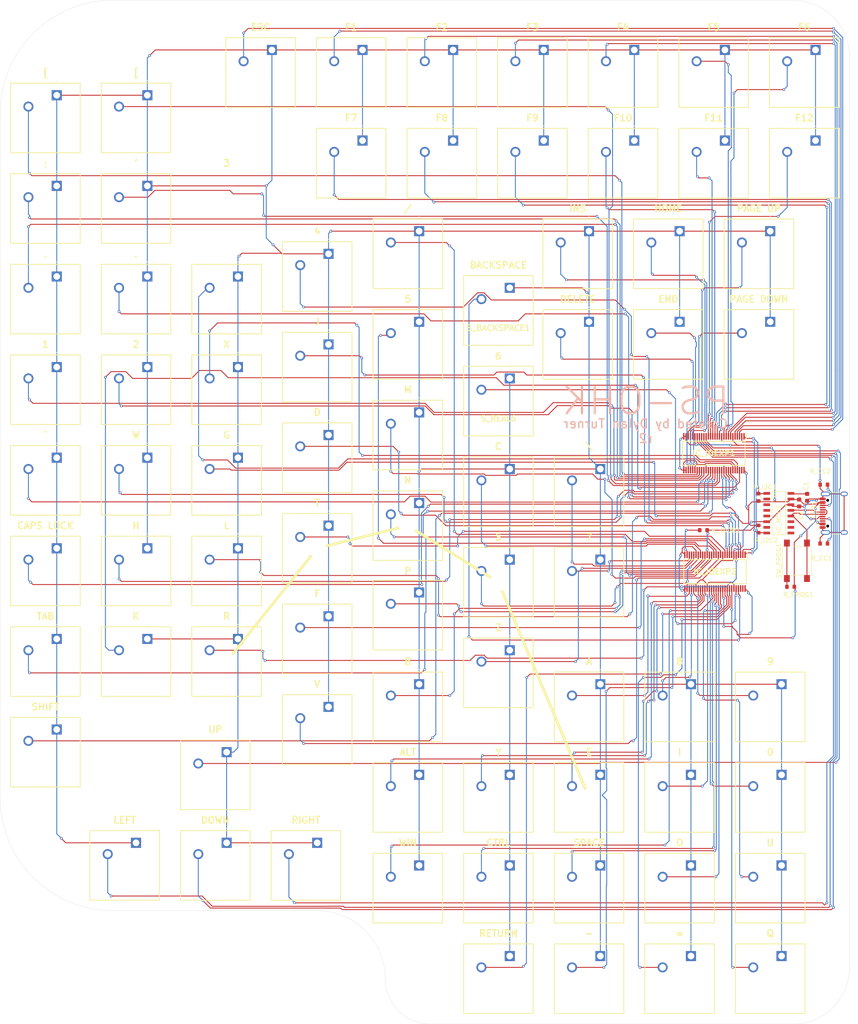
<source format=kicad_pcb>
(kicad_pcb (version 20240108) (generator "pcbnew") (generator_version "8.0")
  (title_block (title "PS-OHK") (date "2024-06-18") (rev "2") (company "Polymath-Studio"))
  (layers (0 "F.Cu" signal) (31 "B.Cu" signal) (34 "B.Paste" user) (35 "F.Paste" user) (36 "B.SilkS" user "B.Silkscreen") (37 "F.SilkS" user "F.Silkscreen") (38 "B.Mask" user) (39 "F.Mask" user) (44 "Edge.Cuts" user))
  (net 0 "")
  (net 1 "/3V3")
  (net 2 "GND")
  (net 3 "VCC")
  (net 4 "/KEY_F6")
  (net 5 "/KEY_F4")
  (net 6 "/USB-")
  (net 7 "/KEY_F10")
  (net 8 "/KEY_F5")
  (net 9 "/KEY_F12")
  (net 10 "/KEY_F11")
  (net 11 "/SCL")
  (net 12 "/KEY_F9")
  (net 13 "/USB+")
  (net 14 "/KEY_F3")
  (net 15 "/SDA")
  (net 18 "Net-(IC_IOEXP2-A0)")
  (net 19 "/KEY_F7")
  (net 20 "/KEY_ESC")
  (net 21 "/KEY_F1")
  (net 22 "/KEY_F2")
  (net 23 "/KEY_F8")
  (net 31 "/KEY_REAL_6")
  (net 34 "/KEY_BACKSPACE")
  (net 37 "Net-(J_USB1-CC2)")
  (net 38 "Net-(J_USB1-CC1)")
  (net 39 "Net-(R_PROG1-Pad2)")
  (net 40 "/KEY_RIGHT")
  (net 41 "/KEY_LEFT")
  (net 42 "/KEY_DOWN")
  (net 43 "/KEY_UP")
  (net 44 "/KEY_PGU")
  (net 45 "/KEY_DEL")
  (net 46 "/KEY_PGD")
  (net 47 "/KEY_INS")
  (net 48 "/KEY_END")
  (net 49 "/KEY_HOM")
  (net 50 "/KEY_COMMA")
  (net 51 "/KEY_TAB")
  (net 52 "/KEY_1")
  (net 53 "/KEY_SHIFT")
  (net 54 "/KEY_CAPS")
  (net 55 "/KEY_GRAVE")
  (net 56 "/KEY_SEMI")
  (net 57 "/KEY_LBK")
  (net 58 "/KEY_PERD")
  (net 59 "/KEY_APOST")
  (net 60 "/KEY_2")
  (net 61 "/KEY_H")
  (net 62 "/KEY_RBK")
  (net 63 "/KEY_W")
  (net 64 "/KEY_K")
  (net 65 "/KEY_3")
  (net 66 "/KEY_X")
  (net 67 "/KEY_R")
  (net 68 "/KEY_G")
  (net 69 "/KEY_L")
  (net 70 "/KEY_J")
  (net 71 "/KEY_T")
  (net 72 "/KEY_D")
  (net 73 "/KEY_F")
  (net 74 "/KEY_4")
  (net 75 "/KEY_V")
  (net 76 "/KEY_5")
  (net 77 "/KEY_N")
  (net 78 "/KEY_M")
  (net 79 "/KEY_B")
  (net 80 "/KEY_P")
  (net 81 "/KEY_6")
  (net 82 "/KEY_S")
  (net 83 "/KEY_BSLASH")
  (net 84 "/KEY_7")
  (net 85 "/KEY_Z")
  (net 86 "/KEY_Q")
  (net 87 "/KEY_U")
  (net 88 "/KEY_DASH")
  (net 89 "/KEY_0")
  (net 90 "/KEY_RET")
  (net 91 "/KEY_8")
  (net 92 "/KEY_9")
  (net 93 "/KEY_SP")
  (net 94 "/KEY_I")
  (net 95 "/KEY_WIN")
  (net 96 "/KEY_ALT")
  (net 97 "/KEY_Y")
  (net 98 "/KEY_A")
  (net 99 "/KEY_E")
  (net 100 "/KEY_EQ")
  (net 101 "/KEY_CTRL")
  (net 102 "/KEY_O")
  (net 103 "/KEY_SLASH")
  (footprint "COM-13834:COM13834" (layer "F.Cu") (at 48.26 81.28)
    (property "Reference" "S_2" (hide yes))
    (property "Value" "~" (hide yes))
  )
  (footprint "COM-13834:COM13834" (layer "F.Cu") (at 88.9 76.2)
    (property "Reference" "S_J1" (hide yes))
    (property "Value" "~" (hide yes))
  )
  (footprint "COM-13834:COM13834" (layer "F.Cu") (at 48.26 20.32)
    (property "Reference" "S_RBK1" (hide yes))
    (property "Value" "~" (hide yes))
  )
  (footprint "COM-13834:COM13834" (layer "F.Cu") (at 170.18 193.04)
    (property "Reference" "S_O1" (hide yes))
    (property "Value" "~" (hide yes))
  )
  (footprint "COM-13834:COM13834" (layer "F.Cu") (at 109.22 152.4)
    (property "Reference" "S_B1" (hide yes))
    (property "Value" "~" (hide yes))
  )
  (footprint "COM-13834:COM13834" (layer "F.Cu") (at 116.84 10.16)
    (property "Reference" "S_F2" (hide yes))
    (property "Value" "~" (hide yes))
  )
  (footprint "COM-13834:COM13834" (layer "F.Cu") (at 187.96 50.8)
    (property "Reference" "S_PGU1" (hide yes))
    (property "Value" "~" (hide yes))
  )
  (footprint "COM-13834:COM13834" (layer "F.Cu") (at 149.86 104.14)
    (property "Reference" "S_BSLASH1" (hide yes))
    (property "Value" "~" (hide yes))
  )
  (footprint "COM-13834:COM13834" (layer "F.Cu") (at 167.64 50.8)
    (property "Reference" "S_HOM1" (hide yes))
    (property "Value" "~" (hide yes))
  )
  (footprint "COM-13834:COM13834" (layer "F.Cu") (at 137.16 30.48)
    (property "Reference" "S_F9" (hide yes))
    (property "Value" "~" (hide yes))
  )
  (footprint "COM-13834:COM13834" (layer "F.Cu") (at 88.9 137.16)
    (property "Reference" "S_F13" (hide yes))
    (property "Value" "~" (hide yes))
  )
  (footprint "ch552g:SOIC-16_3.9x9.9mm_Pitch1.27mm" (layer "F.Cu") (at 189.886 114.046)
    (property "Reference" "IC_MCU1")
    (property "Value" "~")
  )
  (footprint "COM-13834:COM13834" (layer "F.Cu") (at 48.26 142.24)
    (property "Reference" "S_K1" (hide yes))
    (property "Value" "~" (hide yes))
  )
  (footprint "COM-13834:COM13834" (layer "F.Cu") (at 198.12 30.48)
    (property "Reference" "S_F12" (hide yes))
    (property "Value" "~" (hide yes))
  )
  (footprint "COM-13834:COM13834" (layer "F.Cu") (at 149.86 213.36)
    (property "Reference" "S_DASH1" (hide yes))
    (property "Value" "~" (hide yes))
  )
  (footprint "Resistor_SMD:R_0603_1608Metric" (layer "F.Cu") (at 185.314 117.602 -90)
    (property "Reference" "R_I2C2")
    (property "Value" "1-10k" (hide yes))
  )
  (footprint "Resistor_SMD:R_0603_1608Metric" (layer "F.Cu") (at 185.314 110.49 90)
    (property "Reference" "R_I2C1")
    (property "Value" "1-10k" (hide yes))
  )
  (footprint "COM-13834:COM13834" (layer "F.Cu") (at 116.84 30.48)
    (property "Reference" "S_F8" (hide yes))
    (property "Value" "~" (hide yes))
  )
  (footprint "COM-13834:COM13834" (layer "F.Cu") (at 190.5 193.04)
    (property "Reference" "S_U1" (hide yes))
    (property "Value" "~" (hide yes))
  )
  (footprint "COM-13834:COM13834" (layer "F.Cu") (at 48.26 101.6)
    (property "Reference" "S_W1" (hide yes))
    (property "Value" "~" (hide yes))
  )
  (footprint "COM-13834:COM13834" (layer "F.Cu") (at 68.58 142.24)
    (property "Reference" "S_R1" (hide yes))
    (property "Value" "~" (hide yes))
  )
  (footprint "COM-13834:COM13834" (layer "F.Cu") (at 170.18 172.72)
    (property "Reference" "S_I1" (hide yes))
    (property "Value" "~" (hide yes))
  )
  (footprint "COM-13834:COM13834" (layer "F.Cu") (at 149.86 124.46)
    (property "Reference" "S_7" (hide yes))
    (property "Value" "~" (hide yes))
  )
  (footprint "COM-13834:COM13834" (layer "F.Cu") (at 48.26 60.96)
    (property "Reference" "S_PERD1" (hide yes))
    (property "Value" "~" (hide yes))
  )
  (footprint "COM-13834:COM13834" (layer "F.Cu") (at 109.22 193.04)
    (property "Reference" "S_WIN1" (hide yes))
    (property "Value" "~" (hide yes))
  )
  (footprint "COM-13834:COM13834" (layer "F.Cu") (at 68.58 81.28)
    (property "Reference" "S_X1" (hide yes))
    (property "Value" "~" (hide yes))
  )
  (footprint "COM-13834:COM13834" (layer "F.Cu") (at 129.54 63.5)
    (property "Reference" "S_BACKSPACE1")
    (property "Value" "~" (hide yes))
  )
  (footprint "COM-13834:COM13834" (layer "F.Cu") (at 88.9 55.88)
    (property "Reference" "S_4" (hide yes))
    (property "Value" "~" (hide yes))
  )
  (footprint "COM-13834:COM13834" (layer "F.Cu") (at 149.86 172.72)
    (property "Reference" "S_E1" (hide yes))
    (property "Value" "~" (hide yes))
  )
  (footprint "COM-13834:COM13834" (layer "F.Cu") (at 68.58 121.92)
    (property "Reference" "S_L1" (hide yes))
    (property "Value" "~" (hide yes))
  )
  (footprint "COM-13834:COM13834" (layer "F.Cu") (at 170.18 213.36)
    (property "Reference" "S_EQ1" (hide yes))
    (property "Value" "~" (hide yes))
  )
  (footprint "COM-13834:COM13834" (layer "F.Cu") (at 129.54 124.46)
    (property "Reference" "S_S1" (hide yes))
    (property "Value" "~" (hide yes))
  )
  (footprint "COM-13834:COM13834" (layer "F.Cu") (at 109.22 131.826)
    (property "Reference" "S_P1" (hide yes))
    (property "Value" "~" (hide yes))
  )
  (footprint "Capacitor_SMD:C_0603_1608Metric" (layer "F.Cu") (at 194.458 111.76 -90)
    (property "Reference" "C2")
    (property "Value" "100nF" (hide yes))
  )
  (footprint "COM-13834:COM13834" (layer "F.Cu") (at 129.54 172.72)
    (property "Reference" "S_Y1" (hide yes))
    (property "Value" "~" (hide yes))
  )
  (footprint "COM-13834:COM13834" (layer "F.Cu") (at 129.54 144.78)
    (property "Reference" "S_Z1" (hide yes))
    (property "Value" "~" (hide yes))
  )
  (footprint "COM-13834:COM13834" (layer "F.Cu") (at 66.04 187.96)
    (property "Reference" "S_DOWN1" (hide yes))
    (property "Value" "~" (hide yes))
  )
  (footprint "COM-13834:COM13834" (layer "F.Cu") (at 109.22 50.8)
    (property "Reference" "S_SLASH1" (hide yes))
    (property "Value" "~" (hide yes))
  )
  (footprint "COM-13834:COM13834" (layer "F.Cu") (at 96.52 30.48)
    (property "Reference" "S_F7" (hide yes))
    (property "Value" "~" (hide yes))
  )
  (footprint "COM-13834:COM13834" (layer "F.Cu") (at 109.22 71.12)
    (property "Reference" "S_5" (hide yes))
    (property "Value" "~" (hide yes))
  )
  (footprint "COM-13834:COM13834" (layer "F.Cu") (at 129.54 193.04)
    (property "Reference" "S_CTRL1" (hide yes))
    (property "Value" "~" (hide yes))
  )
  (footprint "COM-13834:COM13834" (layer "F.Cu") (at 88.9 116.84)
    (property "Reference" "S_T1" (hide yes))
    (property "Value" "~" (hide yes))
  )
  (footprint "Resistor_SMD:R_0603_1608Metric" (layer "F.Cu") (at 199.976 107.643 180)
    (property "Reference" "R_CC2")
    (property "Value" "5.1k")
  )
  (footprint "COM-13834:COM13834" (layer "F.Cu") (at 27.94 60.96)
    (property "Reference" "S_COMMA1" (hide yes))
    (property "Value" "~" (hide yes))
  )
  (footprint "COM-13834:COM13834" (layer "F.Cu") (at 68.58 101.6)
    (property "Reference" "S_G1" (hide yes))
    (property "Value" "~" (hide yes))
  )
  (footprint "COM-13834:COM13834" (layer "F.Cu") (at 157.48 30.48)
    (property "Reference" "S_F10" (hide yes))
    (property "Value" "~" (hide yes))
  )
  (footprint "Resistor_SMD:R_0603_1608Metric" (layer "F.Cu") (at 172.974 117.856 180)
    (property "Reference" "R_ADDR1")
    (property "Value" "1-10k" (hide yes))
  )
  (footprint "PCA9505DGGY:SOP50P810X120-56N" (layer "F.Cu") (at 175.564 127.157 -90)
    (property "Reference" "IC_IOEXP2")
    (property "Value" "~" (hide yes))
  )
  (footprint "COM-13834:COM13834" (layer "F.Cu") (at 129.54 83.82)
    (property "Reference" "S_REAL6")
    (property "Value" "~" (hide yes))
  )
  (footprint "COM-13834:COM13834" (layer "F.Cu") (at 27.94 142.24)
    (property "Reference" "S_TAB1" (hide yes))
    (property "Value" "~" (hide yes))
  )
  (footprint "COM-13834:COM13834" (layer "F.Cu") (at 27.94 162.56)
    (property "Reference" "S_SHIFT1" (hide yes))
    (property "Value" "~" (hide yes))
  )
  (footprint "COM-13834:COM13834" (layer "F.Cu") (at 167.64 71.12)
    (property "Reference" "S_END1" (hide yes))
    (property "Value" "~" (hide yes))
  )
  (footprint "Resistor_SMD:R_0603_1608Metric" (layer "F.Cu") (at 192.532 130.556 180)
    (property "Reference" "R_PROG1")
    (property "Value" "10k" (hide yes))
  )
  (footprint "PCA9505DGGY:SOP50P810X120-56N" (layer "F.Cu") (at 175.328 100.606 -90)
    (property "Reference" "IC_IOEXP1")
    (property "Value" "~" (hide yes))
  )
  (footprint "COM-13834:COM13834" (layer "F.Cu") (at 27.94 40.64)
    (property "Reference" "S_SEMI1" (hide yes))
    (property "Value" "~" (hide yes))
  )
  (footprint "COM-13834:COM13834" (layer "F.Cu") (at 170.18 152.4)
    (property "Reference" "S_8" (hide yes))
    (property "Value" "~" (hide yes))
  )
  (footprint "COM-13834:COM13834" (layer "F.Cu") (at 198.12 10.16)
    (property "Reference" "S_F6" (hide yes))
    (property "Value" "~" (hide yes))
  )
  (footprint "COM-13834:COM13834" (layer "F.Cu") (at 129.54 104.14)
    (property "Reference" "S_6" (hide yes))
    (property "Value" "~" (hide yes))
  )
  (footprint "Connector_USB:USB_C_Receptacle_HCTL_HC-TYPE-C-16P-01A" (layer "F.Cu") (at 203.454 114.046 90)
    (property "Reference" "J_USB1")
    (property "Value" "~" (hide yes))
  )
  (footprint "COM-13834:COM13834" (layer "F.Cu") (at 190.5 172.72)
    (property "Reference" "S_10" (hide yes))
    (property "Value" "~" (hide yes))
  )
  (footprint "COM-13834:COM13834" (layer "F.Cu") (at 27.94 121.92)
    (property "Reference" "S_CAPS1" (hide yes))
    (property "Value" "~" (hide yes))
  )
  (footprint "COM-13834:COM13834" (layer "F.Cu") (at 86.36 187.96)
    (property "Reference" "S_RIGHT1" (hide yes))
    (property "Value" "~" (hide yes))
  )
  (footprint "COM-13834:COM13834" (layer "F.Cu") (at 66.04 167.64)
    (property "Reference" "S_UP1" (hide yes))
    (property "Value" "~" (hide yes))
  )
  (footprint "COM-13834:COM13834" (layer "F.Cu") (at 187.96 71.12)
    (property "Reference" "S_PGD1" (hide yes))
    (property "Value" "~" (hide yes))
  )
  (footprint "Capacitor_SMD:C_0603_1608Metric" (layer "F.Cu") (at 196.236 110.49 -90)
    (property "Reference" "C1")
    (property "Value" "100nF" (hide yes))
  )
  (footprint "COM-13834:COM13834" (layer "F.Cu") (at 190.5 213.36)
    (property "Reference" "S_Q1" (hide yes))
    (property "Value" "~" (hide yes))
  )
  (footprint "COM-13834:COM13834" (layer "F.Cu") (at 177.8 30.48)
    (property "Reference" "S_F11" (hide yes))
    (property "Value" "~" (hide yes))
  )
  (footprint "COM-13834:COM13834" (layer "F.Cu") (at 137.16 10.16)
    (property "Reference" "S_F3" (hide yes))
    (property "Value" "~" (hide yes))
  )
  (footprint "COM-13834:COM13834" (layer "F.Cu") (at 109.22 111.76)
    (property "Reference" "S_N1" (hide yes))
    (property "Value" "~" (hide yes))
  )
  (footprint "COM-13834:COM13834" (layer "F.Cu") (at 147.32 50.8)
    (property "Reference" "S_INS1" (hide yes))
    (property "Value" "~" (hide yes))
  )
  (footprint "COM-13834:COM13834" (layer "F.Cu") (at 157.48 10.16)
    (property "Reference" "S_F4" (hide yes))
    (property "Value" "~" (hide yes))
  )
  (footprint "COM-13834:COM13834" (layer "F.Cu") (at 149.86 193.04)
    (property "Reference" "S_SP1" (hide yes))
    (property "Value" "~" (hide yes))
  )
  (footprint "COM-13834:COM13834" (layer "F.Cu") (at 109.22 172.72)
    (property "Reference" "S_ALT1" (hide yes))
    (property "Value" "~" (hide yes))
  )
  (footprint "COM-13834:COM13834" (layer "F.Cu") (at 45.72 187.96)
    (property "Reference" "S_LEFT1" (hide yes))
    (property "Value" "~" (hide yes))
  )
  (footprint "COM-13834:COM13834" (layer "F.Cu") (at 147.32 71.12)
    (property "Reference" "S_DEL1" (hide yes))
    (property "Value" "~" (hide yes))
  )
  (footprint "COM-13834:COM13834" (layer "F.Cu") (at 27.94 81.28)
    (property "Reference" "S_1" (hide yes))
    (property "Value" "~" (hide yes))
  )
  (footprint "COM-13834:COM13834" (layer "F.Cu") (at 129.54 213.36)
    (property "Reference" "S_RET1" (hide yes))
    (property "Value" "~" (hide yes))
  )
  (footprint "COM-13834:COM13834" (layer "F.Cu") (at 27.94 101.6)
    (property "Reference" "S_GRAVE1" (hide yes))
    (property "Value" "~" (hide yes))
  )
  (footprint "COM-13834:COM13834" (layer "F.Cu") (at 88.9 96.52)
    (property "Reference" "S_D1" (hide yes))
    (property "Value" "~" (hide yes))
  )
  (footprint "COM-13834:COM13834" (layer "F.Cu") (at 76.2 10.16)
    (property "Reference" "S_ESC1" (hide yes))
    (property "Value" "~" (hide yes))
  )
  (footprint "COM-13834:COM13834" (layer "F.Cu") (at 149.86 152.4)
    (property "Reference" "S_A1" (hide yes))
    (property "Value" "~" (hide yes))
  )
  (footprint "COM-13834:COM13834" (layer "F.Cu") (at 109.22 91.44)
    (property "Reference" "S_M1" (hide yes))
    (property "Value" "~" (hide yes))
  )
  (footprint "COM-13834:COM13834" (layer "F.Cu") (at 68.58 60.96)
    (property "Reference" "S_3" (hide yes))
    (property "Value" "~" (hide yes))
  )
  (footprint "Resistor_SMD:R_0603_1608Metric" (layer "F.Cu") (at 199.976 120.851 180)
    (property "Reference" "R_CC1")
    (property "Value" "5.1k")
  )
  (footprint "COM-13834:COM13834" (layer "F.Cu") (at 48.26 121.92)
    (property "Reference" "S_H1" (hide yes))
    (property "Value" "~" (hide yes))
  )
  (footprint "COM-13834:COM13834" (layer "F.Cu") (at 27.94 20.32)
    (property "Reference" "S_LBK1" (hide yes))
    (property "Value" "~" (hide yes))
  )
  (footprint "COM-13834:COM13834" (layer "F.Cu") (at 177.8 10.16)
    (property "Reference" "S_F5" (hide yes))
    (property "Value" "~" (hide yes))
  )
  (footprint "COM-13834:COM13834" (layer "F.Cu") (at 88.9 157.48)
    (property "Reference" "S_V1" (hide yes))
    (property "Value" "~" (hide yes))
  )
  (footprint "Button_Switch_SMD:SW_Push_1P1T_NO_6x6mm_H9.5mm" (layer "F.Cu") (at 193.95 124.714 90)
    (property "Reference" "SW_PROG1")
    (property "Value" "~" (hide yes))
  )
  (footprint "COM-13834:COM13834" (layer "F.Cu") (at 96.52 10.16)
    (property "Reference" "S_F1" (hide yes))
    (property "Value" "~" (hide yes))
  )
  (footprint "COM-13834:COM13834" (layer "F.Cu") (at 190.5 152.4)
    (property "Reference" "S_9" (hide yes))
    (property "Value" "~" (hide yes))
  )
  (footprint "COM-13834:COM13834" (layer "F.Cu") (at 48.26 40.64)
    (property "Reference" "S_APOST1" (hide yes))
    (property "Value" "~" (hide yes))
  )
  (gr_line (start 127 129.54) (end 147.32 177.8) (stroke (width 0.6)) (layer "F.SilkS"))
  (gr_line (start 66.04 147.32) (end 86.36 121.92) (stroke (width 0.6)) (layer "F.SilkS"))
  (gr_line (start 106.68 116.84) (end 127 129.54) (stroke (width 0.6)) (layer "F.SilkS"))
  (gr_line (start 86.36 121.92) (end 106.68 116.84) (stroke (width 0.6)) (layer "F.SilkS"))
  (gr_arc (start 205.74 215.9) (mid 202.020256 224.880256) (end 193.04 228.6) (stroke (width 0.05)) (layer "Edge.Cuts"))
  (gr_arc (start 86.36 203.2) (mid 97.136307 207.663693) (end 101.6 218.44) (stroke (width 0.05)) (layer "Edge.Cuts"))
  (gr_arc (start 193.04 -1.016) (mid 202.020256 2.703744) (end 205.74 11.684) (stroke (width 0.05)) (layer "Edge.Cuts"))
  (gr_line (start 205.74 25.146) (end 205.74 11.684) (stroke (width 0.05)) (layer "Edge.Cuts"))
  (gr_arc (start 15.24 24.384) (mid 22.679488 6.423488) (end 40.64 -1.016) (stroke (width 0.05)) (layer "Edge.Cuts"))
  (gr_line (start 193.04 -1.016) (end 40.64 -1.016) (stroke (width 0.05)) (layer "Edge.Cuts"))
  (gr_arc (start 40.64 203.2) (mid 22.679488 195.760512) (end 15.24 177.8) (stroke (width 0.05)) (layer "Edge.Cuts"))
  (gr_line (start 15.24 24.384) (end 15.24 177.8) (stroke (width 0.05)) (layer "Edge.Cuts"))
  (gr_line (start 111.76 228.6) (end 193.04 228.6) (stroke (width 0.05)) (layer "Edge.Cuts"))
  (gr_line (start 205.74 215.9) (end 205.74 25.146) (stroke (width 0.05)) (layer "Edge.Cuts"))
  (gr_line (start 86.36 203.2) (end 40.64 203.2) (stroke (width 0.05)) (layer "Edge.Cuts"))
  (gr_arc (start 111.76 228.6) (mid 104.575795 225.624205) (end 101.6 218.44) (stroke (width 0.05)) (layer "Edge.Cuts"))
  (gr_text "PS-OHK" (at 160.02 88.9 -0) (layer "B.SilkS") (effects (font (size 6 6) (thickness 0.5)) (justify mirror)))
  (gr_text "Created by Dylan Turner" (at 160.02 93.98 -0) (layer "B.SilkS") (effects (font (size 2 2) (thickness 0.3)) (justify mirror)))
  (gr_text "r2" (at 160.02 97.282 0) (layer "B.SilkS") (effects (font (size 2 2) (thickness 0.3)) (justify mirror)))
  (gr_text "9" (at 187.96 147.32 0) (layer "F.SilkS") (effects (font (size 1.5 1.5) (thickness 0.3) (bold yes))))
  (gr_text "WIN" (at 106.68 187.96 0) (layer "F.SilkS") (effects (font (size 1.5 1.5) (thickness 0.3) (bold yes))))
  (gr_text "Q" (at 187.96 208.28 0) (layer "F.SilkS") (effects (font (size 1.5 1.5) (thickness 0.3) (bold yes))))
  (gr_text "W" (at 45.72 96.52 0) (layer "F.SilkS") (effects (font (size 1.5 1.5) (thickness 0.3) (bold yes))))
  (gr_text "DELETE" (at 144.78 66.04 0) (layer "F.SilkS") (effects (font (size 1.5 1.5) (thickness 0.3) (bold yes))))
  (gr_text "R" (at 66.04 137.16 0) (layer "F.SilkS") (effects (font (size 1.5 1.5) (thickness 0.3) (bold yes))))
  (gr_text "TAB" (at 25.4 137.16 0) (layer "F.SilkS") (effects (font (size 1.5 1.5) (thickness 0.3) (bold yes))))
  (gr_text "T" (at 86.36 111.76 0) (layer "F.SilkS") (effects (font (size 1.5 1.5) (thickness 0.3) (bold yes))))
  (gr_text "1" (at 25.4 76.2 0) (layer "F.SilkS") (effects (font (size 1.5 1.5) (thickness 0.3) (bold yes))))
  (gr_text "3" (at 66.04 35.56 0) (layer "F.SilkS") (effects (font (size 1.5 1.5) (thickness 0.3) (bold yes))))
  (gr_text "F7" (at 93.98 25.4 0) (layer "F.SilkS") (effects (font (size 1.5 1.5) (thickness 0.3) (bold yes))))
  (gr_text "F9" (at 134.62 25.4 0) (layer "F.SilkS") (effects (font (size 1.5 1.5) (thickness 0.3) (bold yes))))
  (gr_text "U" (at 187.96 187.96 0) (layer "F.SilkS") (effects (font (size 1.5 1.5) (thickness 0.3) (bold yes))))
  (gr_text "O" (at 167.64 187.96 0) (layer "F.SilkS") (effects (font (size 1.5 1.5) (thickness 0.3) (bold yes))))
  (gr_text "5" (at 106.68 66.04 0) (layer "F.SilkS") (effects (font (size 1.5 1.5) (thickness 0.3) (bold yes))))
  (gr_text "X" (at 66.04 76.2 0) (layer "F.SilkS") (effects (font (size 1.5 1.5) (thickness 0.3) (bold yes))))
  (gr_text "6" (at 126.9746 78.8416 0) (layer "F.SilkS") (effects (font (size 1.5 1.5) (thickness 0.3) (bold yes))))
  (gr_text "INS" (at 144.78 45.72 0) (layer "F.SilkS") (effects (font (size 1.5 1.5) (thickness 0.3) (bold yes))))
  (gr_text "SPACE" (at 147.32 187.96 0) (layer "F.SilkS") (effects (font (size 1.5 1.5) (thickness 0.3) (bold yes))))
  (gr_text "M" (at 106.68 86.36 0) (layer "F.SilkS") (effects (font (size 1.5 1.5) (thickness 0.3) (bold yes))))
  (gr_text "[" (at 25.4 15.24 0) (layer "F.SilkS") (effects (font (size 1.5 1.5) (thickness 0.3) (bold yes))))
  (gr_text "Z" (at 127 139.7 0) (layer "F.SilkS") (effects (font (size 1.5 1.5) (thickness 0.3) (bold yes))))
  (gr_text "B" (at 106.68 147.32 0) (layer "F.SilkS") (effects (font (size 1.5 1.5) (thickness 0.3) (bold yes))))
  (gr_text "." (at 45.72 55.88 0) (layer "F.SilkS") (effects (font (size 1.5 1.5) (thickness 0.3) (bold yes))))
  (gr_text "ALT" (at 106.68 167.64 0) (layer "F.SilkS") (effects (font (size 1.5 1.5) (thickness 0.3) (bold yes))))
  (gr_text "F2" (at 114.3 5.08 0) (layer "F.SilkS") (effects (font (size 1.5 1.5) (thickness 0.3) (bold yes))))
  (gr_text "I" (at 167.64 167.64 0) (layer "F.SilkS") (effects (font (size 1.5 1.5) (thickness 0.3) (bold yes))))
  (gr_text "\\" (at 147.32 99.06 0) (layer "F.SilkS") (effects (font (size 1.5 1.5) (thickness 0.3) (bold yes))))
  (gr_text "4" (at 86.36 50.8 0) (layer "F.SilkS") (effects (font (size 1.5 1.5) (thickness 0.3) (bold yes))))
  (gr_text "F10" (at 154.94 25.4 0) (layer "F.SilkS") (effects (font (size 1.5 1.5) (thickness 0.3) (bold yes))))
  (gr_text "V" (at 86.36 152.4 0) (layer "F.SilkS") (effects (font (size 1.5 1.5) (thickness 0.3) (bold yes))))
  (gr_text "A" (at 147.32 147.32 0) (layer "F.SilkS") (effects (font (size 1.5 1.5) (thickness 0.3) (bold yes))))
  (gr_text "N" (at 106.68 106.68 0) (layer "F.SilkS") (effects (font (size 1.5 1.5) (thickness 0.3) (bold yes))))
  (gr_text "C" (at 127 99.06 0) (layer "F.SilkS") (effects (font (size 1.5 1.5) (thickness 0.3) (bold yes))))
  (gr_text "K" (at 45.72 137.16 0) (layer "F.SilkS") (effects (font (size 1.5 1.5) (thickness 0.3) (bold yes))))
  (gr_text "'" (at 45.72 35.56 0) (layer "F.SilkS") (effects (font (size 1.5 1.5) (thickness 0.3) (bold yes))))
  (gr_text "LEFT" (at 43.18 182.88 0) (layer "F.SilkS") (effects (font (size 1.5 1.5) (thickness 0.3) (bold yes))))
  (gr_text "P" (at 106.68 127 0) (layer "F.SilkS") (effects (font (size 1.5 1.5) (thickness 0.3) (bold yes))))
  (gr_text "F3" (at 134.62 5.08 0) (layer "F.SilkS") (effects (font (size 1.5 1.5) (thickness 0.3) (bold yes))))
  (gr_text "F6" (at 195.58 5.08 0) (layer "F.SilkS") (effects (font (size 1.5 1.5) (thickness 0.3) (bold yes))))
  (gr_text "2" (at 45.72 76.2 0) (layer "F.SilkS") (effects (font (size 1.5 1.5) (thickness 0.3) (bold yes))))
  (gr_text "DOWN" (at 63.5 182.88 0) (layer "F.SilkS") (effects (font (size 1.5 1.5) (thickness 0.3) (bold yes))))
  (gr_text "L" (at 66.04 116.84 0) (layer "F.SilkS") (effects (font (size 1.5 1.5) (thickness 0.3) (bold yes))))
  (gr_text "G" (at 66.04 96.52 0) (layer "F.SilkS") (effects (font (size 1.5 1.5) (thickness 0.3) (bold yes))))
  (gr_text "S" (at 127 119.38 0) (layer "F.SilkS") (effects (font (size 1.5 1.5) (thickness 0.3) (bold yes))))
  (gr_text "F" (at 86.36 132.08 0) (layer "F.SilkS") (effects (font (size 1.5 1.5) (thickness 0.3) (bold yes))))
  (gr_text "H" (at 45.72 116.84 0) (layer "F.SilkS") (effects (font (size 1.5 1.5) (thickness 0.3) (bold yes))))
  (gr_text "BACKSPACE" (at 127 58.42 0) (layer "F.SilkS") (effects (font (size 1.5 1.5) (thickness 0.3) (bold yes))))
  (gr_text "ESC" (at 73.66 5.08 0) (layer "F.SilkS") (effects (font (size 1.5 1.5) (thickness 0.3) (bold yes))))
  (gr_text "=" (at 167.64 208.28 0) (layer "F.SilkS") (effects (font (size 1.5 1.5) (thickness 0.3) (bold yes))))
  (gr_text "PAGE DOWN" (at 185.42 66.04 0) (layer "F.SilkS") (effects (font (size 1.5 1.5) (thickness 0.3) (bold yes))))
  (gr_text "F4" (at 154.94 5.08 0) (layer "F.SilkS") (effects (font (size 1.5 1.5) (thickness 0.3) (bold yes))))
  (gr_text "[" (at 45.72 15.24 0) (layer "F.SilkS") (effects (font (size 1.5 1.5) (thickness 0.3) (bold yes))))
  (gr_text "F8" (at 114.3 25.4 0) (layer "F.SilkS") (effects (font (size 1.5 1.5) (thickness 0.3) (bold yes))))
  (gr_text "," (at 25.4 55.88 0) (layer "F.SilkS") (effects (font (size 1.5 1.5) (thickness 0.3) (bold yes))))
  (gr_text "0" (at 187.96 167.64 0) (layer "F.SilkS") (effects (font (size 1.5 1.5) (thickness 0.3) (bold yes))))
  (gr_text "D" (at 86.36 91.44 0) (layer "F.SilkS") (effects (font (size 1.5 1.5) (thickness 0.3) (bold yes))))
  (gr_text "CTRL" (at 127 187.96 0) (layer "F.SilkS") (effects (font (size 1.5 1.5) (thickness 0.3) (bold yes))))
  (gr_text "8" (at 167.64 147.32 0) (layer "F.SilkS") (effects (font (size 1.5 1.5) (thickness 0.3) (bold yes))))
  (gr_text "Y" (at 127 167.64 0) (layer "F.SilkS") (effects (font (size 1.5 1.5) (thickness 0.3) (bold yes))))
  (gr_text "SHIFT" (at 25.4 157.48 0) (layer "F.SilkS") (effects (font (size 1.5 1.5) (thickness 0.3) (bold yes))))
  (gr_text "HOME" (at 165.1 45.72 0) (layer "F.SilkS") (effects (font (size 1.5 1.5) (thickness 0.3) (bold yes))))
  (gr_text "E" (at 147.32 167.64 0) (layer "F.SilkS") (effects (font (size 1.5 1.5) (thickness 0.3) (bold yes))))
  (gr_text "RETURN" (at 127 208.28 0) (layer "F.SilkS") (effects (font (size 1.5 1.5) (thickness 0.3) (bold yes))))
  (gr_text "UP" (at 63.5 162.56 0) (layer "F.SilkS") (effects (font (size 1.5 1.5) (thickness 0.3) (bold yes))))
  (gr_text "/" (at 106.68 45.72 0) (layer "F.SilkS") (effects (font (size 1.5 1.5) (thickness 0.3) (bold yes))))
  (gr_text "RIGHT" (at 83.82 182.88 0) (layer "F.SilkS") (effects (font (size 1.5 1.5) (thickness 0.3) (bold yes))))
  (gr_text "7" (at 147.32 119.38 0) (layer "F.SilkS") (effects (font (size 1.5 1.5) (thickness 0.3) (bold yes))))
  (gr_text "CAPS LOCK" (at 25.4 116.84 0) (layer "F.SilkS") (effects (font (size 1.5 1.5) (thickness 0.3) (bold yes))))
  (gr_text "F5" (at 175.26 5.08 0) (layer "F.SilkS") (effects (font (size 1.5 1.5) (thickness 0.3) (bold yes))))
  (gr_text "F12" (at 195.58 25.4 0) (layer "F.SilkS") (effects (font (size 1.5 1.5) (thickness 0.3) (bold yes))))
  (gr_text "J" (at 86.36 71.12 0) (layer "F.SilkS") (effects (font (size 1.5 1.5) (thickness 0.3) (bold yes))))
  (gr_text "PAGE UP" (at 185.42 45.72 0) (layer "F.SilkS") (effects (font (size 1.5 1.5) (thickness 0.3) (bold yes))))
  (gr_text "F11" (at 175.26 25.4 0) (layer "F.SilkS") (effects (font (size 1.5 1.5) (thickness 0.3) (bold yes))))
  (gr_text "`" (at 25.4 96.52 0) (layer "F.SilkS") (effects (font (size 1.5 1.5) (thickness 0.3) (bold yes))))
  (gr_text ";" (at 25.4 35.56 0) (layer "F.SilkS") (effects (font (size 1.5 1.5) (thickness 0.3) (bold yes))))
  (gr_text "END" (at 165.1 66.04 0) (layer "F.SilkS") (effects (font (size 1.5 1.5) (thickness 0.3) (bold yes))))
  (gr_text "F1" (at 93.98 5.08 0) (layer "F.SilkS") (effects (font (size 1.5 1.5) (thickness 0.3) (bold yes))))
  (gr_text "-" (at 147.32 208.28 0) (layer "F.SilkS") (effects (font (size 1.5 1.5) (thickness 0.3) (bold yes))))
  (segment (start 192.7 109.715) (end 192.586 109.601) (width 0.2) (layer "F.Cu") (net 1))
  (segment (start 196.236 109.715) (end 192.7 109.715) (width 0.2) (layer "F.Cu") (net 1))
  (segment (start 172.2395 129.032) (end 171.314 129.9575) (width 0.2) (layer "F.Cu") (net 2))
  (segment (start 204.529 118.366) (end 204.529 109.726) (width 0.2) (layer "F.Cu") (net 2))
  (segment (start 167.64 50.8) (end 187.96 50.8) (width 0.2) (layer "F.Cu") (net 2))
  (segment (start 199.151 107.643) (end 199.151 106.695) (width 0.2) (layer "F.Cu") (net 2))
  (segment (start 199.151 108.528) (end 200.349 109.726) (width 0.2) (layer "F.Cu") (net 2))
  (segment (start 179.814 129.9575) (end 179.3965 129.54) (width 0.2) (layer "F.Cu") (net 2))
  (segment (start 200.349 109.726) (end 204.529 109.726) (width 0.2) (layer "F.Cu") (net 2))
  (segment (start 170.18 152.4) (end 190.5 152.4) (width 0.2) (layer "F.Cu") (net 2))
  (segment (start 109.22 50.8) (end 147.32 50.8) (width 0.2) (layer "F.Cu") (net 2))
  (segment (start 198.882 99.06) (end 198.628 98.806) (width 0.2) (layer "F.Cu") (net 2))
  (segment (start 171.314 123.369) (end 171.314 122.3815) (width 0.2) (layer "F.Cu") (net 2))
  (segment (start 179.814 122.404577) (end 180.079966 122.138611) (width 0.2) (layer "F.Cu") (net 2))
  (segment (start 168.814 130.945) (end 168.814 131.984) (width 0.2) (layer "F.Cu") (net 2))
  (segment (start 179.814 123.369) (end 179.814 122.404577) (width 0.2) (layer "F.Cu") (net 2))
  (segment (start 179.578 104.394) (end 179.578 103.4065) (width 0.2) (layer "F.Cu") (net 2))
  (segment (start 48.26 142.24) (end 68.58 142.24) (width 0.2) (layer "F.Cu") (net 2))
  (segment (start 171.078 96.818) (end 171.078 98.416774) (width 0.2) (layer "F.Cu") (net 2))
  (segment (start 172.6385 129.032) (end 172.2395 129.032) (width 0.2) (layer "F.Cu") (net 2))
  (segment (start 174.2315 129.54) (end 173.814 129.9575) (width 0.2) (layer "F.Cu") (net 2))
  (segment (start 180.848 98.806) (end 180.5785 98.806) (width 0.2) (layer "F.Cu") (net 2))
  (segment (start 179.45875 97.92475) (end 179.578 97.8055) (width 0.2) (layer "F.Cu") (net 2))
  (segment (start 177.314 123.369) (end 177.314 124.3565) (width 0.2) (layer "F.Cu") (net 2))
  (segment (start 179.814 123.369) (end 179.814 124.3565) (width 0.2) (layer "F.Cu") (net 2))
  (segment (start 168.1734 104.394) (end 167.6654 103.886) (width 0.2) (layer "F.Cu") (net 2))
  (segment (start 199.709 110.846) (end 199.709 110.366) (width 0.2) (layer "F.Cu") (net 2))
  (segment (start 176.99725 124.67325) (end 172.6385 129.032) (width 0.2) (layer "F.Cu") (net 2))
  (segment (start 167.8432 123.1602) (end 167.8432 123.5456) (width 0.2) (layer "F.Cu") (net 2))
  (segment (start 28.956 186.944) (end 29.972 187.96) (width 0.2) (layer "F.Cu") (net 2))
  (segment (start 145.796 63.5) (end 146.812 64.516) (width 0.2) (layer "F.Cu") (net 2))
  (segment (start 89.408 50.8) (end 109.22 50.8) (width 0.2) (layer "F.Cu") (net 2))
  (segment (start 173.814 129.9575) (end 172.8885 129.032) (width 0.2) (layer "F.Cu") (net 2))
  (segment (start 200.349 118.366) (end 204.529 118.366) (width 0.2) (layer "F.Cu") (net 2))
  (segment (start 196.655 110.846) (end 199.709 110.846) (width 0.2) (layer "F.Cu") (net 2))
  (segment (start 157.48 10.16) (end 177.8 10.16) (width 0.2) (layer "F.Cu") (net 2))
  (segment (start 198.693964 110.846) (end 199.709 110.846) (width 0.2) (layer "F.Cu") (net 2))
  (segment (start 199.151 119.564) (end 200.349 118.366) (width 0.2) (layer "F.Cu") (net 2))
  (segment (start 191.446 112.141) (end 192.586 112.141) (width 0.2) (layer "F.Cu") (net 2))
  (segment (start 169.978291 98.705791) (end 171.367017 98.705791) (width 0.2) (layer "F.Cu") (net 2))
  (segment (start 76.2 10.16) (end 50.038 10.16) (width 0.2) (layer "F.Cu") (net 2))
  (segment (start 50.038 10.16) (end 48.768 11.43) (width 0.2) (layer "F.Cu") (net 2))
  (segment (start 168.2242 122.7792) (end 168.814 123.369) (width 0.2) (layer "F.Cu") (net 2))
  (segment (start 167.9616 97.4344) (end 168.578 96.818) (width 0.2) (layer "F.Cu") (net 2))
  (segment (start 194.458 112.535) (end 195.515126 112.535) (width 0.2) (layer "F.Cu") (net 2))
  (segment (start 199.709 110.366) (end 200.349 109.726) (width 0.2) (layer "F.Cu") (net 2))
  (segment (start 171.495487 102.621471) (end 171.495487 103.118529) (width 0.2) (layer "F.Cu") (net 2))
  (segment (start 179.814 124.3565) (end 179.49725 124.67325) (width 0.2) (layer "F.Cu") (net 2))
  (segment (start 169.314 130.945) (end 169.314 129.9575) (width 0.2) (layer "F.Cu") (net 2))
  (segment (start 180.5785 98.806) (end 179.578 97.8055) (width 0.2) (layer "F.Cu") (net 2))
  (segment (start 179.578 97.8055) (end 179.578 96.818) (width 0.2) (layer "F.Cu") (net 2))
  (segment (start 169.078 97.8055) (end 169.978291 98.705791) (width 0.2) (layer "F.Cu") (net 2))
  (segment (start 195.515126 112.535) (end 195.595126 112.615) (width 0.2) (layer "F.Cu") (net 2))
  (segment (start 172.8885 129.032) (end 172.6385 129.032) (width 0.2) (layer "F.Cu") (net 2))
  (segment (start 169.078 96.818) (end 169.078 97.8055) (width 0.2) (layer "F.Cu") (net 2))
  (segment (start 170.4461 121.5136) (end 168.679369 121.5136) (width 0.2) (layer "F.Cu") (net 2))
  (segment (start 129.54 104.14) (end 149.86 104.14) (width 0.2) (layer "F.Cu") (net 2))
  (segment (start 129.54 63.5) (end 145.796 63.5) (width 0.2) (layer "F.Cu") (net 2))
  (segment (start 168.403823 131.355177) (end 168.814 130.945) (width 0.2) (layer "F.Cu") (net 2))
  (segment (start 171.495487 103.118529) (end 173.290029 103.118529) (width 0.2) (layer "F.Cu") (net 2))
  (segment (start 171.078 98.416774) (end 171.367017 98.705791) (width 0.2) (layer "F.Cu") (net 2))
  (segment (start 74.93 40.64) (end 68.58 40.64) (width 0.2) (layer "F.Cu") (net 2))
  (segment (start 78.486 55.88) (end 76.454 53.848) (width 0.2) (layer "F.Cu") (net 2))
  (segment (start 109.22 104.648) (end 109.728 104.14) (width 0.2) (layer "F.Cu") (net 2))
  (segment (start 187.636 115.951) (end 191.446 112.141) (width 0.2) (layer "F.Cu") (net 2))
  (segment (start 173.814 129.9575) (end 173.814 130.945) (width 0.2) (layer "F.Cu") (net 2))
  (segment (start 168.2242 121.968769) (end 168.2242 122.7792) (width 0.2) (layer "F.Cu") (net 2))
  (segment (start 173.578 103.4065) (end 173.578 104.394) (width 0.2) (layer "F.Cu") (net 2))
  (segment (start 198.33245 111.207514) (end 198.693964 110.846) (width 0.2) (layer "F.Cu") (net 2))
  (segment (start 196.236 111.265) (end 196.655 110.846) (width 0.2) (layer "F.Cu") (net 2))
  (segment (start 187.186 115.951) (end 187.636 115.951) (width 0.2) (layer "F.Cu") (net 2))
  (segment (start 96.52 10.16) (end 116.84 10.16) (width 0.2) (layer "F.Cu") (net 2))
  (segment (start 76.2 10.16) (end 96.52 10.16) (width 0.2) (layer "F.Cu") (net 2))
  (segment (start 171.078 103.536016) (end 171.078 104.394) (width 0.2) (layer "F.Cu") (net 2))
  (segment (start 199.151 106.695) (end 199.136 106.68) (width 0.2) (layer "F.Cu") (net 2))
  (segment (start 171.495487 103.118529) (end 171.078 103.536016) (width 0.2) (layer "F.Cu") (net 2))
  (segment (start 199.151 107.643) (end 199.151 108.528) (width 0.2) (layer "F.Cu") (net 2))
  (segment (start 168.578 104.394) (end 169.078 104.394) (width 0.2) (layer "F.Cu") (net 2))
  (segment (start 168.679369 121.5136) (end 168.2242 121.968769) (width 0.2) (layer "F.Cu") (net 2))
  (segment (start 116.84 10.16) (end 137.16 10.16) (width 0.2) (layer "F.Cu") (net 2))
  (segment (start 177.314 124.3565) (end 176.99725 124.67325) (width 0.2) (layer "F.Cu") (net 2))
  (segment (start 173.290029 103.118529) (end 173.578 103.4065) (width 0.2) (layer "F.Cu") (net 2))
  (segment (start 149.86 152.4) (end 170.18 152.4) (width 0.2) (layer "F.Cu") (net 2))
  (segment (start 171.314 122.3815) (end 170.4461 121.5136) (width 0.2) (layer "F.Cu") (net 2))
  (segment (start 168.2242 122.7792) (end 167.8432 123.1602) (width 0.2) (layer "F.Cu") (net 2))
  (segment (start 169.314 129.9575) (end 169.364 129.9075) (width 0.2) (layer "F.Cu") (net 2))
  (segment (start 179.0415 102.87) (end 173.538558 102.87) (width 0.2) (layer "F.Cu") (net 2))
  (segment (start 168.814 131.984) (end 168.91 132.08) (width 0.2) (layer "F.Cu") (net 2))
  (segment (start 177.8 10.16) (end 198.12 10.16) (width 0.2) (layer "F.Cu") (net 2))
  (segment (start 168.578 104.394) (end 168.578 102.738952) (width 0.2) (layer "F.Cu") (net 2))
  (segment (start 29.972 187.96) (end 45.72 187.96) (width 0.2) (layer "F.Cu") (net 2))
  (segment (start 147.32 50.8) (end 167.64 50.8) (width 0.2) (layer "F.Cu") (net 2))
  (segment (start 179.814 130.945) (end 179.814 129.9575) (width 0.2) (layer "F.Cu") (net 2))
  (segment (start 199.151 120.851) (end 199.151 119.564) (width 0.2) (layer "F.Cu") (net 2))
  (segment (start 171.264 129.9075) (end 171.314 129.9575) (width 0.2) (layer "F.Cu") (net 2))
  (segment (start 168.578 96.818) (end 169.078 96.818) (width 0.2) (layer "F.Cu") (net 2))
  (segment (start 78.486 55.88) (end 78.359 55.753) (width 0.2) (layer "F.Cu") (net 2))
  (segment (start 183.817735 115.951) (end 183.734 116.034735) (width 0.2) (layer "F.Cu") (net 2))
  (segment (start 109.728 104.14) (end 129.54 104.14) (width 0.2) (layer "F.Cu") (net 2))
  (segment (start 171.314 129.9575) (end 171.314 130.945) (width 0.2) (layer "F.Cu") (net 2))
  (segment (start 179.578 103.4065) (end 179.0415 102.87) (width 0.2) (layer "F.Cu") (net 2))
  (segment (start 179.49725 124.67325) (end 176.99725 124.67325) (width 0.2) (layer "F.Cu") (net 2))
  (segment (start 27.94 20.32) (end 48.26 20.32) (width 0.2) (layer "F.Cu") (net 2))
  (segment (start 137.16 10.16) (end 157.48 10.16) (width 0.2) (layer "F.Cu") (net 2))
  (segment (start 179.07 98.806) (end 180.848 98.806) (width 0.2) (layer "F.Cu") (net 2))
  (segment (start 69.469 55.753) (end 68.834 56.388) (width 0.2) (layer "F.Cu") (net 2))
  (segment (start 199.709 117.246) (end 199.709 117.726) (width 0.2) (layer "F.Cu") (net 2))
  (segment (start 177.078 97.8055) (end 177.19725 97.92475) (width 0.2) (layer "F.Cu") (net 2))
  (segment (start 177.078 96.818) (end 177.078 97.8055) (width 0.2) (layer "F.Cu") (net 2))
  (segment (start 198.628 98.806) (end 180.848 98.806) (width 0.2) (layer "F.Cu") (net 2))
  (segment (start 88.9 55.88) (end 78.486 55.88) (width 0.2) (layer "F.Cu") (net 2))
  (segment (start 78.359 55.753) (end 69.469 55.753) (width 0.2) (layer "F.Cu") (net 2))
  (segment (start 169.046952 102.27) (end 171.144016 102.27) (width 0.2) (layer "F.Cu") (net 2))
  (segment (start 167.894 97.4344) (end 167.9616 97.4344) (width 0.2) (layer "F.Cu") (net 2))
  (segment (start 179.3965 129.54) (end 174.2315 129.54) (width 0.2) (layer "F.Cu") (net 2))
  (segment (start 168.814 130.945) (end 169.314 130.945) (width 0.2) (layer "F.Cu") (net 2))
  (segment (start 168.578 102.738952) (end 169.046952 102.27) (width 0.2) (layer "F.Cu") (net 2))
  (segment (start 194.458 112.535) (end 192.98 112.535) (width 0.2) (layer "F.Cu") (net 2))
  (segment (start 48.26 40.64) (end 68.58 40.64) (width 0.2) (layer "F.Cu") (net 2))
  (segment (start 187.186 115.951) (end 183.817735 115.951) (width 0.2) (layer "F.Cu") (net 2))
  (segment (start 192.98 112.535) (end 192.586 112.141) (width 0.2) (layer "F.Cu") (net 2))
  (segment (start 199.709 117.726) (end 200.349 118.366) (width 0.2) (layer "F.Cu") (net 2))
  (segment (start 173.538558 102.87) (end 173.290029 103.118529) (width 0.2) (layer "F.Cu") (net 2))
  (segment (start 171.144016 102.27) (end 171.495487 102.621471) (width 0.2) (layer "F.Cu") (net 2))
  (segment (start 168.578 104.394) (end 168.1734 104.394) (width 0.2) (layer "F.Cu") (net 2))
  (segment (start 168.184326 131.355177) (end 168.403823 131.355177) (width 0.2) (layer "F.Cu") (net 2))
  (segment (start 177.19725 97.92475) (end 179.45875 97.92475) (width 0.2) (layer "F.Cu") (net 2))
  (segment (start 169.364 129.9075) (end 171.264 129.9075) (width 0.2) (layer "F.Cu") (net 2))
  (segment (start 66.04 187.96) (end 86.36 187.96) (width 0.2) (layer "F.Cu") (net 2))
  (via (at 183.734 116.034735) (size 0.6) (drill 0.3) (layers "F.Cu" "B.Cu") (net 2))
  (via (at 167.894 97.4344) (size 0.6) (drill 0.3) (layers "F.Cu" "B.Cu") (net 2))
  (via (at 198.882 99.06) (size 0.6) (drill 0.3) (layers "F.Cu" "B.Cu") (net 2))
  (via (at 195.595126 112.615) (size 0.6) (drill 0.3) (layers "F.Cu" "B.Cu") (net 2))
  (via (at 167.6654 103.886) (size 0.6) (drill 0.3) (layers "F.Cu" "B.Cu") (net 2))
  (via (at 74.93 40.64) (size 0.6) (drill 0.3) (layers "F.Cu" "B.Cu") (net 2))
  (via (at 89.408 50.8) (size 0.6) (drill 0.3) (layers "F.Cu" "B.Cu") (net 2))
  (via (at 198.33245 111.207514) (size 0.6) (drill 0.3) (layers "F.Cu" "B.Cu") (net 2))
  (via (at 68.834 56.388) (size 0.6) (drill 0.3) (layers "F.Cu" "B.Cu") (net 2))
  (via (at 168.91 132.08) (size 0.6) (drill 0.3) (layers "F.Cu" "B.Cu") (net 2))
  (via (at 171.367017 98.705791) (size 0.6) (drill 0.3) (layers "F.Cu" "B.Cu") (net 2))
  (via (at 167.8432 123.5456) (size 0.6) (drill 0.3) (layers "F.Cu" "B.Cu") (net 2))
  (via (at 199.136 106.68) (size 0.6) (drill 0.3) (layers "F.Cu" "B.Cu") (net 2))
  (via (at 179.07 98.806) (size 0.6) (drill 0.3) (layers "F.Cu" "B.Cu") (net 2))
  (via (at 109.22 104.648) (size 0.6) (drill 0.3) (layers "F.Cu" "B.Cu") (net 2))
  (via (at 180.079966 122.138611) (size 0.6) (drill 0.3) (layers "F.Cu" "B.Cu") (net 2))
  (via (at 28.956 186.944) (size 0.6) (drill 0.3) (layers "F.Cu" "B.Cu") (net 2))
  (via (at 168.184326 131.355177) (size 0.6) (drill 0.3) (layers "F.Cu" "B.Cu") (net 2))
  (via (at 146.812 64.516) (size 0.6) (drill 0.3) (layers "F.Cu" "B.Cu") (net 2))
  (via (at 76.454 53.848) (size 0.6) (drill 0.3) (layers "F.Cu" "B.Cu") (net 2))
  (via (at 48.768 11.43) (size 0.6) (drill 0.3) (layers "F.Cu" "B.Cu") (net 2))
  (segment (start 137.16 10.16) (end 137.16 30.48) (width 0.2) (layer "B.Cu") (net 2))
  (segment (start 116.84 10.16) (end 116.84 30.48) (width 0.2) (layer "B.Cu") (net 2))
  (segment (start 68.58 81.28) (end 68.58 101.6) (width 0.2) (layer "B.Cu") (net 2))
  (segment (start 146.812 64.516) (end 147.32 65.024) (width 0.2) (layer "B.Cu") (net 2))
  (segment (start 190.5 193.04) (end 190.5 172.72) (width 0.2) (layer "B.Cu") (net 2))
  (segment (start 89.408 50.8) (end 88.9 51.308) (width 0.2) (layer "B.Cu") (net 2))
  (segment (start 48.26 11.938) (end 48.26 20.32) (width 0.2) (layer "B.Cu") (net 2))
  (segment (start 167.548 124.2472) (end 167.548 130.804529) (width 0.2) (layer "B.Cu") (net 2))
  (segment (start 147.32 101.6) (end 149.86 104.14) (width 0.2) (layer "B.Cu") (net 2))
  (segment (start 68.58 166.624) (end 68.58 142.24) (width 0.2) (layer "B.Cu") (net 2))
  (segment (start 48.26 40.64) (end 48.26 20.32) (width 0.2) (layer "B.Cu") (net 2))
  (segment (start 147.32 65.024) (end 147.32 66.04) (width 0.2) (layer "B.Cu") (net 2))
  (segment (start 181.864 117.904735) (end 181.864 121.412) (width 0.2) (layer "B.Cu") (net 2))
  (segment (start 183.734 116.034735) (end 181.864 117.904735) (width 0.2) (layer "B.Cu") (net 2))
  (segment (start 88.9 51.308) (end 88.9 55.88) (width 0.2) (layer "B.Cu") (net 2))
  (segment (start 170.18 152.4) (end 170.18 172.72) (width 0.2) (layer "B.Cu") (net 2))
  (segment (start 74.93 52.324) (end 74.93 40.64) (width 0.2) (layer "B.Cu") (net 2))
  (segment (start 88.9 76.2) (end 88.9 96.52) (width 0.2) (layer "B.Cu") (net 2))
  (segment (start 167.548 130.804529) (end 168.098648 131.355177) (width 0.2) (layer "B.Cu") (net 2))
  (segment (start 76.2 39.37) (end 74.93 40.64) (width 0.2) (layer "B.Cu") (net 2))
  (segment (start 171.367017 98.705791) (end 178.969791 98.705791) (width 0.2) (layer "B.Cu") (net 2))
  (segment (start 68.834 56.388) (end 68.58 56.642) (width 0.2) (layer "B.Cu") (net 2))
  (segment (start 147.32 71.12) (end 147.32 101.6) (width 0.2) (layer "B.Cu") (net 2))
  (segment (start 199.136 99.314) (end 198.882 99.06) (width 0.2) (layer "B.Cu") (net 2))
  (segment (start 109.22 132.08) (end 109.22 152.4) (width 0.2) (layer "B.Cu") (net 2))
  (segment (start 109.22 71.12) (end 109.22 91.44) (width 0.2) (layer "B.Cu") (net 2))
  (segment (start 168.098648 131.355177) (end 168.184326 131.355177) (width 0.2) (layer "B.Cu") (net 2))
  (segment (start 48.26 121.92) (end 48.26 101.6) (width 0.2) (layer "B.Cu") (net 2))
  (segment (start 27.94 121.92) (end 27.94 142.24) (width 0.2) (layer "B.Cu") (net 2))
  (segment (start 48.768 11.43) (end 48.26 11.938) (width 0.2) (layer "B.Cu") (net 2))
  (segment (start 129.54 104.14) (end 129.54 124.46) (width 0.2) (layer "B.Cu") (net 2))
  (segment (start 109.22 50.8) (end 109.22 71.12) (width 0.2) (layer "B.Cu") (net 2))
  (segment (start 198.12 10.16) (end 198.12 30.48) (width 0.2) (layer "B.Cu") (net 2))
  (segment (start 67.564 167.64) (end 68.58 166.624) (width 0.2) (layer "B.Cu") (net 2))
  (segment (start 149.86 104.14) (end 149.86 124.46) (width 0.2) (layer "B.Cu") (net 2))
  (segment (start 167.64 71.12) (end 167.64 50.8) (width 0.2) (layer "B.Cu") (net 2))
  (segment (start 66.04 167.64) (end 66.04 187.96) (width 0.2) (layer "B.Cu") (net 2))
  (segment (start 197.002612 111.207514) (end 198.33245 111.207514) (width 0.2) (layer "B.Cu") (net 2))
  (segment (start 149.86 152.4) (end 149.86 172.72) (width 0.2) (layer "B.Cu") (net 2))
  (segment (start 109.22 111.76) (end 109.22 132.08) (width 0.2) (layer "B.Cu") (net 2))
  (segment (start 149.86 193.04) (end 149.86 213.36) (width 0.2) (layer "B.Cu") (net 2))
  (segment (start 109.22 91.44) (end 109.22 104.648) (width 0.2) (layer "B.Cu") (net 2))
  (segment (start 109.22 104.648) (end 109.22 111.76) (width 0.2) (layer "B.Cu") (net 2))
  (segment (start 129.54 104.14) (end 129.54 83.82) (width 0.2) (layer "B.Cu") (net 2))
  (segment (start 178.969791 98.705791) (end 179.07 98.806) (width 0.2) (layer "B.Cu") (net 2))
  (segment (start 68.58 142.24) (end 68.58 121.92) (width 0.2) (layer "B.Cu") (net 2))
  (segment (start 27.94 20.32) (end 27.94 40.64) (width 0.2) (layer "B.Cu") (net 2))
  (segment (start 168.91 151.13) (end 170.18 152.4) (width 0.2) (layer "B.Cu") (net 2))
  (segment (start 88.9 55.88) (end 88.9 76.2) (width 0.2) (layer "B.Cu") (net 2))
  (segment (start 149.86 124.46) (end 149.86 152.4) (width 0.2) (layer "B.Cu") (net 2))
  (segment (start 129.54 172.72) (end 129.54 193.04) (width 0.2) (layer "B.Cu") (net 2))
  (segment (start 167.8432 123.952) (end 167.548 124.2472) (width 0.2) (layer "B.Cu") (net 2))
  (segment (start 27.94 162.56) (end 27.94 185.928) (width 0.2) (layer "B.Cu") (net 2))
  (segment (start 88.9 137.16) (end 88.9 157.48) (width 0.2) (layer "B.Cu") (net 2))
  (segment (start 27.94 81.28) (end 27.94 101.6) (width 0.2) (layer "B.Cu") (net 2))
  (segment (start 190.5 213.36) (end 190.5 193.04) (width 0.2) (layer "B.Cu") (net 2))
  (segment (start 187.96 50.8) (end 187.96 71.12) (width 0.2) (layer "B.Cu") (net 2))
  (segment (start 129.54 124.46) (end 129.54 144.78) (width 0.2) (layer "B.Cu") (net 2))
  (segment (start 68.58 101.6) (end 68.58 121.92) (width 0.2) (layer "B.Cu") (net 2))
  (segment (start 181.137389 122.138611) (end 180.079966 122.138611) (width 0.2) (layer "B.Cu") (net 2))
  (segment (start 129.54 193.04) (end 129.54 213.36) (width 0.2) (layer "B.Cu") (net 2))
  (segment (start 27.94 142.24) (end 27.94 162.56) (width 0.2) (layer "B.Cu") (net 2))
  (segment (start 88.9 96.52) (end 88.9 116.84) (width 0.2) (layer "B.Cu") (net 2))
  (segment (start 48.26 60.96) (end 48.26 40.64) (width 0.2) (layer "B.Cu") (net 2))
  (segment (start 170.18 193.04) (end 170.18 172.72) (width 0.2) (layer "B.Cu") (net 2))
  (segment (start 177.8 10.16) (end 177.8 30.48) (width 0.2) (layer "B.Cu") (net 2))
  (segment (start 88.9 116.84) (end 88.9 137.16) (width 0.2) (layer "B.Cu") (net 2))
  (segment (start 181.864 121.412) (end 181.137389 122.138611) (width 0.2) (layer "B.Cu") (net 2))
  (segment (start 149.86 172.72) (end 149.86 193.04) (width 0.2) (layer "B.Cu") (net 2))
  (segment (start 199.136 106.68) (end 199.136 99.314) (width 0.2) (layer "B.Cu") (net 2))
  (segment (start 76.2 10.16) (end 76.2 39.37) (width 0.2) (layer "B.Cu") (net 2))
  (segment (start 76.454 53.848) (end 74.93 52.324) (width 0.2) (layer "B.Cu") (net 2))
  (segment (start 167.8432 123.5456) (end 167.8432 123.952) (width 0.2) (layer "B.Cu") (net 2))
  (segment (start 168.91 132.08) (end 168.91 151.13) (width 0.2) (layer "B.Cu") (net 2))
  (segment (start 190.5 172.72) (end 190.5 152.4) (width 0.2) (layer "B.Cu") (net 2))
  (segment (start 48.26 81.28) (end 48.26 60.96) (width 0.2) (layer "B.Cu") (net 2))
  (segment (start 195.595126 112.615) (end 197.002612 111.207514) (width 0.2) (layer "B.Cu") (net 2))
  (segment (start 129.54 144.78) (end 129.54 172.72) (width 0.2) (layer "B.Cu") (net 2))
  (segment (start 68.58 60.96) (end 68.58 81.28) (width 0.2) (layer "B.Cu") (net 2))
  (segment (start 96.52 10.16) (end 96.52 30.48) (width 0.2) (layer "B.Cu") (net 2))
  (segment (start 167.6654 103.886) (end 167.6654 97.663) (width 0.2) (layer "B.Cu") (net 2))
  (segment (start 147.32 50.8) (end 147.32 66.04) (width 0.2) (layer "B.Cu") (net 2))
  (segment (start 27.94 185.928) (end 28.956 186.944) (width 0.2) (layer "B.Cu") (net 2))
  (segment (start 147.32 66.04) (end 147.32 71.12) (width 0.2) (layer "B.Cu") (net 2))
  (segment (start 109.22 152.4) (end 109.22 172.72) (width 0.2) (layer "B.Cu") (net 2))
  (segment (start 27.94 60.96) (end 27.94 81.28) (width 0.2) (layer "B.Cu") (net 2))
  (segment (start 170.18 193.04) (end 170.18 213.36) (width 0.2) (layer "B.Cu") (net 2))
  (segment (start 157.48 10.16) (end 157.48 30.48) (width 0.2) (layer "B.Cu") (net 2))
  (segment (start 167.6654 97.663) (end 167.894 97.4344) (width 0.2) (layer "B.Cu") (net 2))
  (segment (start 109.22 172.72) (end 109.22 193.04) (width 0.2) (layer "B.Cu") (net 2))
  (segment (start 27.94 101.6) (end 27.94 121.92) (width 0.2) (layer "B.Cu") (net 2))
  (segment (start 48.26 101.6) (end 48.26 81.28) (width 0.2) (layer "B.Cu") (net 2))
  (segment (start 68.58 56.642) (end 68.58 60.96) (width 0.2) (layer "B.Cu") (net 2))
  (segment (start 66.04 167.64) (end 67.564 167.64) (width 0.2) (layer "B.Cu") (net 2))
  (segment (start 27.94 40.64) (end 27.94 60.96) (width 0.2) (layer "B.Cu") (net 2))
  (segment (start 194.458 110.985) (end 192.7 110.985) (width 0.2) (layer "F.Cu") (net 3))
  (segment (start 188.976 111.217) (end 189.23 111.471) (width 0.2) (layer "F.Cu") (net 3))
  (segment (start 177.292 130.923) (end 177.314 130.945) (width 0.2) (layer "F.Cu") (net 3))
  (segment (start 180.086 114.554) (end 181.864 116.332) (width 0.2) (layer "F.Cu") (net 3))
  (segment (start 177.546 139.446) (end 179.515 139.446) (width 0.2) (layer "F.Cu") (net 3))
  (segment (start 183.896 111.506) (end 183.134 112.268) (width 0.2) (layer "F.Cu") (net 3))
  (segment (start 199.059001 111.646) (end 198.12 112.585001) (width 0.2) (layer "F.Cu") (net 3))
  (segment (start 179.515 139.637) (end 180.531 140.653) (width 0.2) (layer "F.Cu") (net 3))
  (segment (start 173.814 122.274427) (end 173.813987 122.274414) (width 0.2) (layer "F.Cu") (net 3))
  (segment (start 178.308 112.776) (end 179.007 112.776) (width 0.2) (layer "F.Cu") (net 3))
  (segment (start 188.976 110.998) (end 188.976 111.217) (width 0.2) (layer "F.Cu") (net 3))
  (segment (start 183.134 113.4364) (end 183.134 116.332) (width 0.2) (layer "F.Cu") (net 3))
  (segment (start 177.546 133.096) (end 177.314 132.864) (width 0.2) (layer "F.Cu") (net 3))
  (segment (start 183.076149 131.954294) (end 183.076149 131.707149) (width 0.2) (layer "F.Cu") (net 3))
  (segment (start 198.12 112.585001) (end 198.12 113.03) (width 0.2) (layer "F.Cu") (net 3))
  (segment (start 184.634471 116.777) (end 185.314 116.777) (width 0.2) (layer "F.Cu") (net 3))
  (segment (start 193.357 130.556) (end 193.357 120.587) (width 0.2) (layer "F.Cu") (net 3))
  (segment (start 189.23 111.471) (end 191.986 111.471) (width 0.2) (layer "F.Cu") (net 3))
  (segment (start 183.134 112.268) (end 183.134 113.4364) (width 0.2) (layer "F.Cu") (net 3))
  (segment (start 183.134 141.224) (end 180.531 141.224) (width 0.2) (layer "F.Cu") (net 3))
  (segment (start 193.04 141.986) (end 193.027 141.999) (width 0.2) (layer "F.Cu") (net 3))
  (segment (start 180.531 140.653) (end 180.531 141.224) (width 0.2) (layer "F.Cu") (net 3))
  (segment (start 177.078 105.958) (end 177.078 104.394) (width 0.2) (layer "F.Cu") (net 3))
  (segment (start 182.626 105.156) (end 182.626 104.942) (width 0.2) (layer "F.Cu") (net 3))
  (segment (start 179.007 112.776) (end 179.0446 112.776) (width 0.2) (layer "F.Cu") (net 3))
  (segment (start 182.6514 112.9538) (end 183.134 113.4364) (width 0.2) (layer "F.Cu") (net 3))
  (segment (start 177.314 132.864) (end 177.314 130.945) (width 0.2) (layer "F.Cu") (net 3))
  (segment (start 175.1785 99.406) (end 188.214 99.406) (width 0.2) (layer "F.Cu") (net 3))
  (segment (start 198.59983 116.08774) (end 198.95809 116.446) (width 0.2) (layer "F.Cu") (net 3))
  (segment (start 198.95809 116.446) (end 199.709 116.446) (width 0.2) (layer "F.Cu") (net 3))
  (segment (start 181.864 116.332) (end 183.134 116.332) (width 0.2) (layer "F.Cu") (net 3))
  (segment (start 199.709 111.646) (end 198.742 111.646) (width 0.2) (layer "F.Cu") (net 3))
  (segment (start 181.306 141.999) (end 180.531 141.224) (width 0.2) (layer "F.Cu") (net 3))
  (segment (start 198.742 111.646) (end 198.373 112.015) (width 0.2) (layer "F.Cu") (net 3))
  (segment (start 183.579 116.777) (end 185.314 116.777) (width 0.2) (layer "F.Cu") (net 3))
  (segment (start 185.314 111.315) (end 185.123 111.506) (width 0.2) (layer "F.Cu") (net 3))
  (segment (start 173.99 118.618) (end 173.99 118.047) (width 0.2) (layer "F.Cu") (net 3))
  (segment (start 193.548 131.572) (end 193.548 130.747) (width 0.2) (layer "F.Cu") (net 3))
  (segment (start 179.515 139.446) (end 179.515 139.637) (width 0.2) (layer "F.Cu") (net 3))
  (segment (start 173.578 96.818) (end 173.578 97.8055) (width 0.2) (layer "F.Cu") (net 3))
  (segment (start 179.0446 112.776) (end 180.086 113.8174) (width 0.2) (layer "F.Cu") (net 3))
  (segment (start 173.799 117.856) (end 183.555471 117.856) (width 0.2) (layer "F.Cu") (net 3))
  (segment (start 182.626 104.942) (end 182.078 104.394) (width 0.2) (layer "F.Cu") (net 3))
  (segment (start 185.47 111.471) (end 189.23 111.471) (width 0.2) (layer "F.Cu") (net 3))
  (segment (start 199.709 111.646) (end 199.059001 111.646) (width 0.2) (layer "F.Cu") (net 3))
  (segment (start 173.99 118.047) (end 173.799 117.856) (width 0.2) (layer "F.Cu") (net 3))
  (segment (start 185.314 111.315) (end 185.47 111.471) (width 0.2) (layer "F.Cu") (net 3))
  (segment (start 195.488 112.015) (end 194.458 110.985) (width 0.2) (layer "F.Cu") (net 3))
  (segment (start 193.027 141.999) (end 181.306 141.999) (width 0.2) (layer "F.Cu") (net 3))
  (segment (start 192.7 110.985) (end 192.586 110.871) (width 0.2) (layer "F.Cu") (net 3))
  (segment (start 180.086 113.8174) (end 180.086 114.554) (width 0.2) (layer "F.Cu") (net 3))
  (segment (start 182.6514 112.5474) (end 182.6514 112.9538) (width 0.2) (layer "F.Cu") (net 3))
  (segment (start 183.555471 117.856) (end 184.634471 116.777) (width 0.2) (layer "F.Cu") (net 3))
  (segment (start 183.134 116.332) (end 183.579 116.777) (width 0.2) (layer "F.Cu") (net 3))
  (segment (start 185.123 111.506) (end 183.896 111.506) (width 0.2) (layer "F.Cu") (net 3))
  (segment (start 173.578 97.8055) (end 175.1785 99.406) (width 0.2) (layer "F.Cu") (net 3))
  (segment (start 193.548 130.747) (end 193.357 130.556) (width 0.2) (layer "F.Cu") (net 3))
  (segment (start 173.814 123.369) (end 173.814 122.274427) (width 0.2) (layer "F.Cu") (net 3))
  (segment (start 191.986 111.471) (end 192.586 110.871) (width 0.2) (layer "F.Cu") (net 3))
  (segment (start 177.292 106.172) (end 177.078 105.958) (width 0.2) (layer "F.Cu") (net 3))
  (segment (start 183.076149 131.707149) (end 182.314 130.945) (width 0.2) (layer "F.Cu") (net 3))
  (segment (start 183.134 141.224) (end 183.388 140.97) (width 0.2) (layer "F.Cu") (net 3))
  (segment (start 193.357 120.587) (end 194.818 119.126) (width 0.2) (layer "F.Cu") (net 3))
  (segment (start 198.373 112.015) (end 195.488 112.015) (width 0.2) (layer "F.Cu") (net 3))
  (via (at 173.99 118.618) (size 0.6) (drill 0.3) (layers "F.Cu" "B.Cu") (net 3))
  (via (at 188.976 110.998) (size 0.6) (drill 0.3) (layers "F.Cu" "B.Cu") (net 3))
  (via (at 198.59983 116.08774) (size 0.6) (drill 0.3) (layers "F.Cu" "B.Cu") (net 3))
  (via (at 182.626 105.156) (size 0.6) (drill 0.3) (layers "F.Cu" "B.Cu") (net 3))
  (via (at 188.214 99.406) (size 0.6) (drill 0.3) (layers "F.Cu" "B.Cu") (net 3))
  (via (at 182.6514 112.5474) (size 0.6) (drill 0.3) (layers "F.Cu" "B.Cu") (net 3))
  (via (at 193.548 131.572) (size 0.6) (drill 0.3) (layers "F.Cu" "B.Cu") (net 3))
  (via (at 177.546 139.446) (size 0.6) (drill 0.3) (layers "F.Cu" "B.Cu") (net 3))
  (via (at 193.04 141.986) (size 0.6) (drill 0.3) (layers "F.Cu" "B.Cu") (net 3))
  (via (at 178.308 112.776) (size 0.6) (drill 0.3) (layers "F.Cu" "B.Cu") (net 3))
  (via (at 173.813987 122.274414) (size 0.6) (drill 0.3) (layers "F.Cu" "B.Cu") (net 3))
  (via (at 198.12 113.03) (size 0.6) (drill 0.3) (layers "F.Cu" "B.Cu") (net 3))
  (via (at 183.076149 131.954294) (size 0.6) (drill 0.3) (layers "F.Cu" "B.Cu") (net 3))
  (via (at 177.292 106.172) (size 0.6) (drill 0.3) (layers "F.Cu" "B.Cu") (net 3))
  (via (at 194.818 119.126) (size 0.6) (drill 0.3) (layers "F.Cu" "B.Cu") (net 3))
  (via (at 177.546 133.096) (size 0.6) (drill 0.3) (layers "F.Cu" "B.Cu") (net 3))
  (via (at 183.388 140.97) (size 0.6) (drill 0.3) (layers "F.Cu" "B.Cu") (net 3))
  (segment (start 178.054 112.776) (end 177.292 112.014) (width 0.2) (layer "B.Cu") (net 3))
  (segment (start 198.12 115.824) (end 198.12 115.062) (width 0.2) (layer "B.Cu") (net 3))
  (segment (start 194.818 119.126) (end 198.12 115.824) (width 0.2) (layer "B.Cu") (net 3))
  (segment (start 183.896 140.462) (end 183.388 140.97) (width 0.2) (layer "B.Cu") (net 3))
  (segment (start 173.813987 122.274414) (end 173.813987 118.794013) (width 0.2) (layer "B.Cu") (net 3))
  (segment (start 198.12 115.062) (end 198.12 115.60791) (width 0.2) (layer "B.Cu") (net 3))
  (segment (start 198.12 113.03) (end 198.12 115.062) (width 0.2) (layer "B.Cu") (net 3))
  (segment (start 173.813987 118.794013) (end 173.99 118.618) (width 0.2) (layer "B.Cu") (net 3))
  (segment (start 178.308 112.776) (end 178.054 112.776) (width 0.2) (layer "B.Cu") (net 3))
  (segment (start 182.626 112.052003) (end 182.626 105.156) (width 0.2) (layer "B.Cu") (net 3))
  (segment (start 177.292 112.014) (end 177.292 106.172) (width 0.2) (layer "B.Cu") (net 3))
  (segment (start 188.214 99.406) (end 188.976 100.168) (width 0.2) (layer "B.Cu") (net 3))
  (segment (start 193.548 141.478) (end 193.548 131.572) (width 0.2) (layer "B.Cu") (net 3))
  (segment (start 193.04 141.986) (end 193.548 141.478) (width 0.2) (layer "B.Cu") (net 3))
  (segment (start 177.546 133.096) (end 177.546 139.446) (width 0.2) (layer "B.Cu") (net 3))
  (segment (start 182.626 112.052003) (end 182.626 112.522) (width 0.2) (layer "B.Cu") (net 3))
  (segment (start 183.076149 131.954294) (end 183.896 132.774145) (width 0.2) (layer "B.Cu") (net 3))
  (segment (start 198.12 115.60791) (end 198.59983 116.08774) (width 0.2) (layer "B.Cu") (net 3))
  (segment (start 183.896 132.774145) (end 183.896 140.462) (width 0.2) (layer "B.Cu") (net 3))
  (segment (start 182.626 112.522) (end 182.6514 112.5474) (width 0.2) (layer "B.Cu") (net 3))
  (segment (start 188.976 100.168) (end 188.976 110.998) (width 0.2) (layer "B.Cu") (net 3))
  (segment (start 177.578 95.558529) (end 177.578 96.818) (width 0.2) (layer "F.Cu") (net 4))
  (segment (start 177.638 95.007756) (end 177.638 95.498529) (width 0.2) (layer "F.Cu") (net 4))
  (segment (start 179.151935 94.342352) (end 178.303404 94.342352) (width 0.2) (layer "F.Cu") (net 4))
  (segment (start 179.832 19.812) (end 180.594 19.05) (width 0.2) (layer "F.Cu") (net 4))
  (segment (start 178.303404 94.342352) (end 177.638 95.007756) (width 0.2) (layer "F.Cu") (net 4))
  (segment (start 179.151933 94.342354) (end 179.151935 94.342352) (width 0.2) (layer "F.Cu") (net 4))
  (segment (start 180.594 19.05) (end 191.008 19.05) (width 0.2) (layer "F.Cu") (net 4))
  (segment (start 177.638 95.498529) (end 177.578 95.558529) (width 0.2) (layer "F.Cu") (net 4))
  (via (at 179.151935 94.342352) (size 0.6) (drill 0.3) (layers "F.Cu" "B.Cu") (net 4))
  (via (at 191.008 19.05) (size 0.6) (drill 0.3) (layers "F.Cu" "B.Cu") (net 4))
  (via (at 179.832 19.812) (size 0.6) (drill 0.3) (layers "F.Cu" "B.Cu") (net 4))
  (segment (start 179.578 93.916287) (end 179.578 89.408) (width 0.2) (layer "B.Cu") (net 4))
  (segment (start 179.1391 37.0149) (end 179.1391 35.062571) (width 0.2) (layer "B.Cu") (net 4))
  (segment (start 179.1391 35.062571) (end 179.832 34.369671) (width 0.2) (layer "B.Cu") (net 4))
  (segment (start 179.151935 94.342352) (end 179.578 93.916287) (width 0.2) (layer "B.Cu") (net 4))
  (segment (start 179.578 89.408) (end 179.1391 88.9691) (width 0.2) (layer "B.Cu") (net 4))
  (segment (start 191.77 18.288) (end 191.77 12.7) (width 0.2) (layer "B.Cu") (net 4))
  (segment (start 179.832 34.369671) (end 179.832 19.812) (width 0.2) (layer "B.Cu") (net 4))
  (segment (start 179.1391 88.9691) (end 179.1391 37.0149) (width 0.2) (layer "B.Cu") (net 4))
  (segment (start 191.008 19.05) (end 191.77 18.288) (width 0.2) (layer "B.Cu") (net 4))
  (segment (start 182.708609 91.634205) (end 202.103743 91.634205) (width 0.2) (layer "F.Cu") (net 5))
  (segment (start 178.578 96.818) (end 178.578 95.764814) (width 0.2) (layer "F.Cu") (net 5))
  (segment (start 178.578 95.764814) (end 182.708609 91.634205) (width 0.2) (layer "F.Cu") (net 5))
  (segment (start 202.18746 8.735788) (end 151.538212 8.735788) (width 0.2) (layer "F.Cu") (net 5))
  (segment (start 151.538212 8.735788) (end 151.384 8.89) (width 0.2) (layer "F.Cu") (net 5))
  (via (at 151.384 8.89) (size 0.6) (drill 0.3) (layers "F.Cu" "B.Cu") (net 5))
  (via (at 202.103743 91.634205) (size 0.6) (drill 0.3) (layers "F.Cu" "B.Cu") (net 5))
  (via (at 202.18746 8.735788) (size 0.6) (drill 0.3) (layers "F.Cu" "B.Cu") (net 5))
  (segment (start 202.546 91.191948) (end 202.546 82.042) (width 0.2) (layer "B.Cu") (net 5))
  (segment (start 202.546 82.042) (end 202.546 9.094328) (width 0.2) (layer "B.Cu") (net 5))
  (segment (start 151.384 8.89) (end 151.13 9.144) (width 0.2) (layer "B.Cu") (net 5))
  (segment (start 202.546 9.094328) (end 202.18746 8.735788) (width 0.2) (layer "B.Cu") (net 5))
  (segment (start 151.13 9.144) (end 151.13 12.7) (width 0.2) (layer "B.Cu") (net 5))
  (segment (start 202.103743 91.634205) (end 202.546 91.191948) (width 0.2) (layer "B.Cu") (net 5))
  (segment (start 198.50659 115.316) (end 198.97659 114.846) (width 0.2) (layer "F.Cu") (net 6))
  (segment (start 199.709 113.796) (end 198.037471 113.796) (width 0.2) (layer "F.Cu") (net 6))
  (segment (start 198.037471 113.796) (end 197.609886 113.368415) (width 0.2) (layer "F.Cu") (net 6))
  (segment (start 192.628585 113.368415) (end 192.586 113.411) (width 0.2) (layer "F.Cu") (net 6))
  (segment (start 198.97659 114.846) (end 199.659 114.846) (width 0.2) (layer "F.Cu") (net 6))
  (segment (start 197.609886 113.368415) (end 192.628585 113.368415) (width 0.2) (layer "F.Cu") (net 6))
  (segment (start 197.104 115.316) (end 198.50659 115.316) (width 0.2) (layer "F.Cu") (net 6))
  (segment (start 199.659 114.846) (end 199.709 114.796) (width 0.2) (layer "F.Cu") (net 6))
  (via (at 197.104 115.316) (size 0.6) (drill 0.3) (layers "F.Cu" "B.Cu") (net 6))
  (via (at 195.864141 113.368415) (size 0.6) (drill 0.3) (layers "F.Cu" "B.Cu") (net 6))
  (segment (start 195.834 114.3) (end 195.834 113.398556) (width 0.2) (layer "B.Cu") (net 6))
  (segment (start 197.104 115.316) (end 196.85 115.316) (width 0.2) (layer "B.Cu") (net 6))
  (segment (start 195.834 113.398556) (end 195.864141 113.368415) (width 0.2) (layer "B.Cu") (net 6))
  (segment (start 196.85 115.316) (end 195.834 114.3) (width 0.2) (layer "B.Cu") (net 6))
  (segment (start 175.078 96.818) (end 175.078 93.617672) (width 0.2) (layer "F.Cu") (net 7))
  (segment (start 175.514 46.482) (end 175.006 45.974) (width 0.2) (layer "F.Cu") (net 7))
  (segment (start 151.8 45.974) (end 151.384 45.558) (width 0.2) (layer "F.Cu") (net 7))
  (segment (start 175.006 45.974) (end 151.8 45.974) (width 0.2) (layer "F.Cu") (net 7))
  (segment (start 175.078 93.617672) (end 175.33 93.365672) (width 0.2) (layer "F.Cu") (net 7))
  (via (at 175.33 93.365672) (size 0.6) (drill 0.3) (layers "F.Cu" "B.Cu") (net 7))
  (via (at 175.514 46.482) (size 0.6) (drill 0.3) (layers "F.Cu" "B.Cu") (net 7))
  (via (at 151.384 45.558) (size 0.6) (drill 0.3) (layers "F.Cu" "B.Cu") (net 7))
  (segment (start 175.514 93.181672) (end 175.33 93.365672) (width 0.2) (layer "B.Cu") (net 7))
  (segment (start 151.13 45.304) (end 151.13 33.02) (width 0.2) (layer "B.Cu") (net 7))
  (segment (start 151.384 45.558) (end 151.13 45.304) (width 0.2) (layer "B.Cu") (net 7))
  (segment (start 175.514 46.482) (end 175.514 93.181672) (width 0.2) (layer "B.Cu") (net 7))
  (segment (start 177.8 12.7) (end 171.45 12.7) (width 0.2) (layer "F.Cu") (net 8))
  (segment (start 178.562 13.462) (end 177.8 12.7) (width 0.2) (layer "F.Cu") (net 8))
  (segment (start 178.078 95.416285) (end 178.551933 94.942352) (width 0.2) (layer "F.Cu") (net 8))
  (segment (start 178.078 96.818) (end 178.078 95.416285) (width 0.2) (layer "F.Cu") (net 8))
  (via (at 178.551933 94.942352) (size 0.6) (drill 0.3) (layers "F.Cu" "B.Cu") (net 8))
  (via (at 178.562 13.462) (size 0.6) (drill 0.3) (layers "F.Cu" "B.Cu") (net 8))
  (segment (start 178.562 15.24) (end 178.562 13.462) (width 0.2) (layer "B.Cu") (net 8))
  (segment (start 179.224 31.904) (end 179.224 15.902) (width 0.2) (layer "B.Cu") (net 8))
  (segment (start 178.551933 32.776067) (end 179.324 32.004) (width 0.2) (layer "B.Cu") (net 8))
  (segment (start 179.224 15.902) (end 178.562 15.24) (width 0.2) (layer "B.Cu") (net 8))
  (segment (start 178.551933 94.942352) (end 178.551933 32.776067) (width 0.2) (layer "B.Cu") (net 8))
  (segment (start 179.324 32.004) (end 179.224 31.904) (width 0.2) (layer "B.Cu") (net 8))
  (segment (start 174.078 92.076197) (end 174.314 91.840197) (width 0.2) (layer "F.Cu") (net 9))
  (segment (start 175.584 47.498) (end 189.738 47.498) (width 0.2) (layer "F.Cu") (net 9))
  (segment (start 174.078 96.818) (end 174.078 92.076197) (width 0.2) (layer "F.Cu") (net 9))
  (segment (start 174.314 48.768) (end 175.584 47.498) (width 0.2) (layer "F.Cu") (net 9))
  (via (at 189.738 47.498) (size 0.6) (drill 0.3) (layers "F.Cu" "B.Cu") (net 9))
  (via (at 174.314 91.840197) (size 0.6) (drill 0.3) (layers "F.Cu" "B.Cu") (net 9))
  (via (at 174.314 48.768) (size 0.6) (drill 0.3) (layers "F.Cu" "B.Cu") (net 9))
  (segment (start 191.77 45.466) (end 191.77 33.02) (width 0.2) (layer "B.Cu") (net 9))
  (segment (start 174.314 91.840197) (end 174.314 48.768) (width 0.2) (layer "B.Cu") (net 9))
  (segment (start 189.738 47.498) (end 191.77 45.466) (width 0.2) (layer "B.Cu") (net 9))
  (segment (start 171.958 38.862) (end 171.704 38.608) (width 0.2) (layer "F.Cu") (net 10))
  (segment (start 174.244 38.862) (end 171.958 38.862) (width 0.2) (layer "F.Cu") (net 10))
  (segment (start 174.578 92.909513) (end 174.914 92.573513) (width 0.2) (layer "F.Cu") (net 10))
  (segment (start 174.578 96.818) (end 174.578 92.909513) (width 0.2) (layer "F.Cu") (net 10))
  (via (at 174.914 92.573513) (size 0.6) (drill 0.3) (layers "F.Cu" "B.Cu") (net 10))
  (via (at 171.704 38.608) (size 0.6) (drill 0.3) (layers "F.Cu" "B.Cu") (net 10))
  (via (at 174.244 38.862) (size 0.6) (drill 0.3) (layers "F.Cu" "B.Cu") (net 10))
  (segment (start 174.914 92.573513) (end 174.914 39.532) (width 0.2) (layer "B.Cu") (net 10))
  (segment (start 174.914 39.532) (end 174.244 38.862) (width 0.2) (layer "B.Cu") (net 10))
  (segment (start 171.704 38.608) (end 171.45 38.354) (width 0.2) (layer "B.Cu") (net 10))
  (segment (start 171.45 38.354) (end 171.45 33.02) (width 0.2) (layer "B.Cu") (net 10))
  (segment (start 181.814 122.3815) (end 181.814 123.369) (width 0.2) (layer "F.Cu") (net 11))
  (segment (start 181.8165 98.044) (end 181.578 97.8055) (width 0.2) (layer "F.Cu") (net 11))
  (segment (start 184.975 118.427) (end 184.404 117.856) (width 0.2) (layer "F.Cu") (net 11))
  (segment (start 185.314 118.427) (end 184.975 118.427) (width 0.2) (layer "F.Cu") (net 11))
  (segment (start 182.0215 122.174) (end 181.814 122.3815) (width 0.2) (layer "F.Cu") (net 11))
  (segment (start 187.122 118.427) (end 187.186 118.491) (width 0.2) (layer "F.Cu") (net 11))
  (segment (start 183.896 122.174) (end 182.0215 122.174) (width 0.2) (layer "F.Cu") (net 11))
  (segment (start 181.578 97.8055) (end 181.578 96.818) (width 0.2) (layer "F.Cu") (net 11))
  (segment (start 184.15 98.044) (end 181.8165 98.044) (width 0.2) (layer "F.Cu") (net 11))
  (segment (start 185.314 118.427) (end 187.122 118.427) (width 0.2) (layer "F.Cu") (net 11))
  (via (at 184.15 98.044) (size 0.6) (drill 0.3) (layers "F.Cu" "B.Cu") (net 11))
  (via (at 183.896 122.174) (size 0.6) (drill 0.3) (layers "F.Cu" "B.Cu") (net 11))
  (via (at 184.404 117.856) (size 0.6) (drill 0.3) (layers "F.Cu" "B.Cu") (net 11))
  (segment (start 184.404 121.666) (end 183.896 122.174) (width 0.2) (layer "B.Cu") (net 11))
  (segment (start 184.404 117.856) (end 184.404 98.298) (width 0.2) (layer "B.Cu") (net 11))
  (segment (start 184.404 117.856) (end 184.404 121.666) (width 0.2) (layer "B.Cu") (net 11))
  (segment (start 184.404 98.298) (end 184.15 98.044) (width 0.2) (layer "B.Cu") (net 11))
  (segment (start 175.578 94.283541) (end 175.578 96.818) (width 0.2) (layer "F.Cu") (net 12))
  (segment (start 175.93 93.931541) (end 175.578 94.283541) (width 0.2) (layer "F.Cu") (net 12))
  (segment (start 200.66 45.466) (end 200.152 44.958) (width 0.2) (layer "F.Cu") (net 12))
  (segment (start 177.951933 89.585994) (end 178.027939 89.662) (width 0.2) (layer "F.Cu") (net 12))
  (segment (start 178.027939 89.662) (end 200.397735 89.662) (width 0.2) (layer "F.Cu") (net 12))
  (segment (start 200.152 44.958) (end 132.588 44.958) (width 0.2) (layer "F.Cu") (net 12))
  (via (at 132.588 44.958) (size 0.6) (drill 0.3) (layers "F.Cu" "B.Cu") (net 12))
  (via (at 177.951933 89.585994) (size 0.6) (drill 0.3) (layers "F.Cu" "B.Cu") (net 12))
  (via (at 200.66 45.466) (size 0.6) (drill 0.3) (layers "F.Cu" "B.Cu") (net 12))
  (via (at 175.93 93.931541) (size 0.6) (drill 0.3) (layers "F.Cu" "B.Cu") (net 12))
  (via (at 200.397735 89.662) (size 0.6) (drill 0.3) (layers "F.Cu" "B.Cu") (net 12))
  (segment (start 130.81 43.18) (end 130.81 33.02) (width 0.2) (layer "B.Cu") (net 12))
  (segment (start 175.93 93.931541) (end 175.93 91.559401) (width 0.2) (layer "B.Cu") (net 12))
  (segment (start 177.903407 89.585994) (end 177.951933 89.585994) (width 0.2) (layer "B.Cu") (net 12))
  (segment (start 200.397735 89.662) (end 200.66 89.399735) (width 0.2) (layer "B.Cu") (net 12))
  (segment (start 200.66 89.399735) (end 200.66 87.376) (width 0.2) (layer "B.Cu") (net 12))
  (segment (start 132.588 44.958) (end 130.81 43.18) (width 0.2) (layer "B.Cu") (net 12))
  (segment (start 200.66 87.376) (end 200.66 45.466) (width 0.2) (layer "B.Cu") (net 12))
  (segment (start 175.93 91.559401) (end 177.903407 89.585994) (width 0.2) (layer "B.Cu") (net 12))
  (segment (start 200.39141 113.296) (end 200.659 113.56359) (width 0.2) (layer "F.Cu") (net 13))
  (segment (start 200.4354 114.296) (end 199.709 114.296) (width 0.2) (layer "F.Cu") (net 13))
  (segment (start 196.2 120.739) (end 196.2 128.689) (width 0.2) (layer "F.Cu") (net 13))
  (segment (start 194.42832 114.046977) (end 193.220023 114.046977) (width 0.2) (layer "F.Cu") (net 13))
  (segment (start 193.220023 114.046977) (end 192.586 114.681) (width 0.2) (layer "F.Cu") (net 13))
  (segment (start 200.659 114.0724) (end 200.4354 114.296) (width 0.2) (layer "F.Cu") (net 13))
  (segment (start 199.709 113.296) (end 200.39141 113.296) (width 0.2) (layer "F.Cu") (net 13))
  (segment (start 193.036 114.681) (end 192.586 114.681) (width 0.2) (layer "F.Cu") (net 13))
  (segment (start 199.709 114.296) (end 194.677343 114.296) (width 0.2) (layer "F.Cu") (net 13))
  (segment (start 200.659 113.56359) (end 200.659 114.0724) (width 0.2) (layer "F.Cu") (net 13))
  (segment (start 194.677343 114.296) (end 194.42832 114.046977) (width 0.2) (layer "F.Cu") (net 13))
  (segment (start 196.2 117.845) (end 193.036 114.681) (width 0.2) (layer "F.Cu") (net 13))
  (segment (start 196.2 120.739) (end 196.2 117.845) (width 0.2) (layer "F.Cu") (net 13))
  (segment (start 182.370713 92.537787) (end 202.04869 92.537787) (width 0.2) (layer "F.Cu") (net 14))
  (segment (start 179.078 96.818) (end 179.078 95.8305) (width 0.2) (layer "F.Cu") (net 14))
  (segment (start 202.159737 7.936266) (end 131.509734 7.936266) (width 0.2) (layer "F.Cu") (net 14))
  (segment (start 179.078 95.8305) (end 182.370713 92.537787) (width 0.2) (layer "F.Cu") (net 14))
  (segment (start 131.509734 7.936266) (end 130.81 8.636) (width 0.2) (layer "F.Cu") (net 14))
  (via (at 130.81 8.636) (size 0.6) (drill 0.3) (layers "F.Cu" "B.Cu") (net 14))
  (via (at 202.04869 92.537787) (size 0.6) (drill 0.3) (layers "F.Cu" "B.Cu") (net 14))
  (via (at 202.159737 7.936266) (size 0.6) (drill 0.3) (layers "F.Cu" "B.Cu") (net 14))
  (segment (start 202.946 91.640477) (end 202.946 8.636) (width 0.2) (layer "B.Cu") (net 14))
  (segment (start 130.81 8.636) (end 130.81 12.7) (width 0.2) (layer "B.Cu") (net 14))
  (segment (start 202.246266 7.936266) (end 202.159737 7.936266) (width 0.2) (layer "B.Cu") (net 14))
  (segment (start 202.04869 92.537787) (end 202.946 91.640477) (width 0.2) (layer "B.Cu") (net 14))
  (segment (start 202.946 8.636) (end 202.246266 7.936266) (width 0.2) (layer "B.Cu") (net 14))
  (segment (start 184.15 97.243997) (end 184.111997 97.282) (width 0.2) (layer "F.Cu") (net 15))
  (segment (start 182.747 122.936) (end 182.314 123.369) (width 0.2) (layer "F.Cu") (net 15))
  (segment (start 185.314 108.352) (end 185.166 108.204) (width 0.2) (layer "F.Cu") (net 15))
  (segment (start 183.857997 122.936) (end 182.747 122.936) (width 0.2) (layer "F.Cu") (net 15))
  (segment (start 187.122 109.665) (end 187.186 109.601) (width 0.2) (layer "F.Cu") (net 15))
  (segment (start 182.542 97.282) (end 182.078 96.818) (width 0.2) (layer "F.Cu") (net 15))
  (segment (start 183.896 122.974003) (end 183.857997 122.936) (width 0.2) (layer "F.Cu") (net 15))
  (segment (start 184.111997 97.282) (end 182.542 97.282) (width 0.2) (layer "F.Cu") (net 15))
  (segment (start 185.314 109.665) (end 187.122 109.665) (width 0.2) (layer "F.Cu") (net 15))
  (segment (start 185.314 109.665) (end 185.314 108.352) (width 0.2) (layer "F.Cu") (net 15))
  (via (at 185.166 108.204) (size 0.6) (drill 0.3) (layers "F.Cu" "B.Cu") (net 15))
  (via (at 183.896 122.974003) (size 0.6) (drill 0.3) (layers "F.Cu" "B.Cu") (net 15))
  (via (at 184.15 97.243997) (size 0.6) (drill 0.3) (layers "F.Cu" "B.Cu") (net 15))
  (segment (start 184.350003 97.444) (end 184.398529 97.444) (width 0.2) (layer "B.Cu") (net 15))
  (segment (start 184.096003 122.774) (end 184.144529 122.774) (width 0.2) (layer "B.Cu") (net 15))
  (segment (start 183.896 122.974003) (end 184.096003 122.774) (width 0.2) (layer "B.Cu") (net 15))
  (segment (start 184.15 97.243997) (end 184.350003 97.444) (width 0.2) (layer "B.Cu") (net 15))
  (segment (start 185.004 117.607471) (end 184.804 117.407471) (width 0.2) (layer "B.Cu") (net 15))
  (segment (start 184.804 117.407471) (end 184.804 108.566) (width 0.2) (layer "B.Cu") (net 15))
  (segment (start 185.166 98.211471) (end 185.166 108.204) (width 0.2) (layer "B.Cu") (net 15))
  (segment (start 184.398529 97.444) (end 185.166 98.211471) (width 0.2) (layer "B.Cu") (net 15))
  (segment (start 185.004 121.914529) (end 185.004 117.607471) (width 0.2) (layer "B.Cu") (net 15))
  (segment (start 184.804 108.566) (end 185.166 108.204) (width 0.2) (layer "B.Cu") (net 15))
  (segment (start 184.144529 122.774) (end 185.004 121.914529) (width 0.2) (layer "B.Cu") (net 15))
  (segment (start 169.164 117.856) (end 172.149 117.856) (width 0.2) (layer "F.Cu") (net 18))
  (segment (start 169.314 123.369) (end 169.314 122.535498) (width 0.2) (layer "F.Cu") (net 18))
  (segment (start 169.314 122.535498) (end 168.91 122.131498) (width 0.2) (layer "F.Cu") (net 18))
  (via (at 168.91 122.131498) (size 0.6) (drill 0.3) (layers "F.Cu" "B.Cu") (net 18))
  (via (at 169.164 117.856) (size 0.6) (drill 0.3) (layers "F.Cu" "B.Cu") (net 18))
  (segment (start 168.91 118.11) (end 169.164 117.856) (width 0.2) (layer "B.Cu") (net 18))
  (segment (start 168.91 122.131498) (end 168.91 118.11) (width 0.2) (layer "B.Cu") (net 18))
  (segment (start 177.951933 91.186) (end 201.422 91.186) (width 0.2) (layer "F.Cu") (net 19))
  (segment (start 91.186 43.688) (end 90.17 42.672) (width 0.2) (layer "F.Cu") (net 19))
  (segment (start 176.578 95.71) (end 176.578 96.818) (width 0.2) (layer "F.Cu") (net 19))
  (segment (start 200.914 43.688) (end 91.186 43.688) (width 0.2) (layer "F.Cu") (net 19))
  (segment (start 177.038 95.25) (end 176.578 95.71) (width 0.2) (layer "F.Cu") (net 19))
  (segment (start 201.422 91.186) (end 201.676 90.932) (width 0.2) (layer "F.Cu") (net 19))
  (via (at 200.914 43.688) (size 0.6) (drill 0.3) (layers "F.Cu" "B.Cu") (net 19))
  (via (at 177.038 95.25) (size 0.6) (drill 0.3) (layers "F.Cu" "B.Cu") (net 19))
  (via (at 177.951933 91.186) (size 0.6) (drill 0.3) (layers "F.Cu" "B.Cu") (net 19))
  (via (at 90.17 42.672) (size 0.6) (drill 0.3) (layers "F.Cu" "B.Cu") (net 19))
  (via (at 201.676 90.932) (size 0.6) (drill 0.3) (layers "F.Cu" "B.Cu") (net 19))
  (segment (start 201.676 44.45) (end 200.914 43.688) (width 0.2) (layer "B.Cu") (net 19))
  (segment (start 177.951933 91.186) (end 177.038 92.099933) (width 0.2) (layer "B.Cu") (net 19))
  (segment (start 177.038 92.099933) (end 177.038 95.25) (width 0.2) (layer "B.Cu") (net 19))
  (segment (start 201.676 90.932) (end 201.676 44.45) (width 0.2) (layer "B.Cu") (net 19))
  (segment (start 90.17 42.672) (end 90.17 33.02) (width 0.2) (layer "B.Cu") (net 19))
  (segment (start 201.93 95.25) (end 181.6585 95.25) (width 0.2) (layer "F.Cu") (net 20))
  (segment (start 181.078 95.8305) (end 181.078 96.818) (width 0.2) (layer "F.Cu") (net 20))
  (segment (start 181.6585 95.25) (end 181.078 95.8305) (width 0.2) (layer "F.Cu") (net 20))
  (segment (start 70.866 5.334) (end 69.85 6.35) (width 0.2) (layer "F.Cu") (net 20))
  (segment (start 202.184 5.334) (end 70.866 5.334) (width 0.2) (layer "F.Cu") (net 20))
  (via (at 201.93 95.25) (size 0.6) (drill 0.3) (layers "F.Cu" "B.Cu") (net 20))
  (via (at 69.85 6.35) (size 0.6) (drill 0.3) (layers "F.Cu" "B.Cu") (net 20))
  (via (at 202.184 5.334) (size 0.6) (drill 0.3) (layers "F.Cu" "B.Cu") (net 20))
  (segment (start 202.184 5.334) (end 204.216 7.366) (width 0.2) (layer "B.Cu") (net 20))
  (segment (start 69.85 6.35) (end 69.85 12.7) (width 0.2) (layer "B.Cu") (net 20))
  (segment (start 204.216 7.366) (end 204.216 92.964) (width 0.2) (layer "B.Cu") (net 20))
  (segment (start 204.216 92.964) (end 201.93 95.25) (width 0.2) (layer "B.Cu") (net 20))
  (segment (start 181.91708 94.425734) (end 191.516 94.425734) (width 0.2) (layer "F.Cu") (net 21))
  (segment (start 180.578 96.818) (end 180.578 95.764814) (width 0.2) (layer "F.Cu") (net 21))
  (segment (start 201.93547 5.934) (end 91.44 5.934) (width 0.2) (layer "F.Cu") (net 21))
  (segment (start 180.578 95.764814) (end 181.91708 94.425734) (width 0.2) (layer "F.Cu") (net 21))
  (segment (start 201.905736 94.425734) (end 202.140735 94.190735) (width 0.2) (layer "F.Cu") (net 21))
  (segment (start 202.140735 6.139265) (end 201.93547 5.934) (width 0.2) (layer "F.Cu") (net 21))
  (segment (start 191.516 94.425734) (end 201.905736 94.425734) (width 0.2) (layer "F.Cu") (net 21))
  (via (at 91.44 5.934) (size 0.6) (drill 0.3) (layers "F.Cu" "B.Cu") (net 21))
  (via (at 202.140735 6.139265) (size 0.6) (drill 0.3) (layers "F.Cu" "B.Cu") (net 21))
  (via (at 202.140735 94.190735) (size 0.6) (drill 0.3) (layers "F.Cu" "B.Cu") (net 21))
  (segment (start 91.44 5.934) (end 90.17 7.204) (width 0.2) (layer "B.Cu") (net 21))
  (segment (start 90.17 7.204) (end 90.17 12.7) (width 0.2) (layer "B.Cu") (net 21))
  (segment (start 203.816 8.128) (end 203.816 7.81453) (width 0.2) (layer "B.Cu") (net 21))
  (segment (start 202.140735 94.190735) (end 203.816 92.51547) (width 0.2) (layer "B.Cu") (net 21))
  (segment (start 203.816 92.51547) (end 203.816 8.128) (width 0.2) (layer "B.Cu") (net 21))
  (segment (start 203.816 7.81453) (end 202.140735 6.139265) (width 0.2) (layer "B.Cu") (net 21))
  (segment (start 182.446015 93.331113) (end 202.151828 93.331113) (width 0.2) (layer "F.Cu") (net 22))
  (segment (start 180.078 96.818) (end 180.078 95.699128) (width 0.2) (layer "F.Cu") (net 22))
  (segment (start 202.184 7.112) (end 111.252 7.112) (width 0.2) (layer "F.Cu") (net 22))
  (segment (start 180.078 95.699128) (end 182.446015 93.331113) (width 0.2) (layer "F.Cu") (net 22))
  (segment (start 111.252 7.112) (end 110.744 7.62) (width 0.2) (layer "F.Cu") (net 22))
  (via (at 202.151828 93.331113) (size 0.6) (drill 0.3) (layers "F.Cu" "B.Cu") (net 22))
  (via (at 202.184 7.112) (size 0.6) (drill 0.3) (layers "F.Cu" "B.Cu") (net 22))
  (via (at 110.744 7.62) (size 0.6) (drill 0.3) (layers "F.Cu" "B.Cu") (net 22))
  (segment (start 203.416 8.382) (end 203.416 8.344) (width 0.2) (layer "B.Cu") (net 22))
  (segment (start 203.416 8.344) (end 202.184 7.112) (width 0.2) (layer "B.Cu") (net 22))
  (segment (start 110.49 7.874) (end 110.49 12.7) (width 0.2) (layer "B.Cu") (net 22))
  (segment (start 110.744 7.62) (end 110.49 7.874) (width 0.2) (layer "B.Cu") (net 22))
  (segment (start 202.151828 93.331113) (end 203.416 92.066941) (width 0.2) (layer "B.Cu") (net 22))
  (segment (start 203.416 92.066941) (end 203.416 8.382) (width 0.2) (layer "B.Cu") (net 22))
  (segment (start 200.860003 90.385997) (end 201.076 90.17) (width 0.2) (layer "F.Cu") (net 23))
  (segment (start 177.951933 90.385997) (end 200.860003 90.385997) (width 0.2) (layer "F.Cu") (net 23))
  (segment (start 176.078 95.044313) (end 176.078 96.818) (width 0.2) (layer "F.Cu") (net 23))
  (segment (start 176.438 94.684313) (end 176.078 95.044313) (width 0.2) (layer "F.Cu") (net 23))
  (segment (start 200.997735 44.620265) (end 200.830265 44.620265) (width 0.2) (layer "F.Cu") (net 23))
  (segment (start 112.614 44.196) (end 112.522 44.288) (width 0.2) (layer "F.Cu") (net 23))
  (segment (start 200.406 44.196) (end 112.614 44.196) (width 0.2) (layer "F.Cu") (net 23))
  (segment (start 200.830265 44.620265) (end 200.406 44.196) (width 0.2) (layer "F.Cu") (net 23))
  (via (at 177.951933 90.385997) (size 0.6) (drill 0.3) (layers "F.Cu" "B.Cu") (net 23))
  (via (at 201.076 90.17) (size 0.6) (drill 0.3) (layers "F.Cu" "B.Cu") (net 23))
  (via (at 112.522 44.288) (size 0.6) (drill 0.3) (layers "F.Cu" "B.Cu") (net 23))
  (via (at 176.438 94.684313) (size 0.6) (drill 0.3) (layers "F.Cu" "B.Cu") (net 23))
  (via (at 200.997735 44.620265) (size 0.6) (drill 0.3) (layers "F.Cu" "B.Cu") (net 23))
  (segment (start 201.276 44.89853) (end 200.997735 44.620265) (width 0.2) (layer "B.Cu") (net 23))
  (segment (start 110.49 42.256) (end 110.49 33.02) (width 0.2) (layer "B.Cu") (net 23))
  (segment (start 176.438 94.684313) (end 176.53 94.592313) (width 0.2) (layer "B.Cu") (net 23))
  (segment (start 112.522 44.288) (end 110.49 42.256) (width 0.2) (layer "B.Cu") (net 23))
  (segment (start 176.53 94.592313) (end 176.53 91.759404) (width 0.2) (layer "B.Cu") (net 23))
  (segment (start 201.076 90.17) (end 201.276 89.97) (width 0.2) (layer "B.Cu") (net 23))
  (segment (start 177.903407 90.385997) (end 177.951933 90.385997) (width 0.2) (layer "B.Cu") (net 23))
  (segment (start 201.276 89.97) (end 201.276 44.89853) (width 0.2) (layer "B.Cu") (net 23))
  (segment (start 176.53 91.759404) (end 177.903407 90.385997) (width 0.2) (layer "B.Cu") (net 23))
  (segment (start 164.6936 86.36) (end 165.354 87.0204) (width 0.2) (layer "F.Cu") (net 31))
  (segment (start 180.2892 132.461) (end 180.2892 130.9698) (width 0.2) (layer "F.Cu") (net 31))
  (segment (start 180.2892 130.9698) (end 180.314 130.945) (width 0.2) (layer "F.Cu") (net 31))
  (segment (start 123.19 86.36) (end 164.6936 86.36) (width 0.2) (layer "F.Cu") (net 31))
  (segment (start 167.2336 138.8364) (end 179.3494 138.8364) (width 0.2) (layer "F.Cu") (net 31))
  (segment (start 179.3494 138.8364) (end 180.086 138.0998) (width 0.2) (layer "F.Cu") (net 31))
  (via (at 180.2892 132.461) (size 0.6) (drill 0.3) (layers "F.Cu" "B.Cu") (net 31))
  (via (at 180.086 138.0998) (size 0.6) (drill 0.3) (layers "F.Cu" "B.Cu") (net 31))
  (via (at 165.354 87.0204) (size 0.6) (drill 0.3) (layers "F.Cu" "B.Cu") (net 31))
  (via (at 167.2336 138.8364) (size 0.6) (drill 0.3) (layers "F.Cu" "B.Cu") (net 31))
  (segment (start 180.086 132.6642) (end 180.2892 132.461) (width 0.2) (layer "B.Cu") (net 31))
  (segment (start 166.716 138.3188) (end 167.2336 138.8364) (width 0.2) (layer "B.Cu") (net 31))
  (segment (start 165.354 87.0204) (end 166.716 88.3824) (width 0.2) (layer "B.Cu") (net 31))
  (segment (start 180.086 138.0998) (end 180.086 132.6642) (width 0.2) (layer "B.Cu") (net 31))
  (segment (start 166.716 88.3824) (end 166.716 138.3188) (width 0.2) (layer "B.Cu") (net 31))
  (segment (start 180.814 132.137271) (end 181.102 132.425271) (width 0.2) (layer "F.Cu") (net 34))
  (segment (start 180.848 142.494) (end 121.158 142.494) (width 0.2) (layer "F.Cu") (net 34))
  (segment (start 181.102 132.425271) (end 181.102 132.842) (width 0.2) (layer "F.Cu") (net 34))
  (segment (start 180.814 130.945) (end 180.814 132.137271) (width 0.2) (layer "F.Cu") (net 34))
  (segment (start 121.158 142.494) (end 120.396 141.732) (width 0.2) (layer "F.Cu") (net 34))
  (via (at 120.396 141.732) (size 0.6) (drill 0.3) (layers "F.Cu" "B.Cu") (net 34))
  (via (at 181.102 132.842) (size 0.6) (drill 0.3) (layers "F.Cu" "B.Cu") (net 34))
  (via (at 180.848 142.494) (size 0.6) (drill 0.3) (layers "F.Cu" "B.Cu") (net 34))
  (segment (start 181.102 142.24) (end 180.848 142.494) (width 0.2) (layer "B.Cu") (net 34))
  (segment (start 181.102 132.842) (end 181.102 142.24) (width 0.2) (layer "B.Cu") (net 34))
  (segment (start 121.600424 66.04) (end 123.19 66.04) (width 0.2) (layer "B.Cu") (net 34))
  (segment (start 120.396 67.244424) (end 121.600424 66.04) (width 0.2) (layer "B.Cu") (net 34))
  (segment (start 120.396 141.732) (end 120.396 67.244424) (width 0.2) (layer "B.Cu") (net 34))
  (segment (start 200.914 107.756) (end 200.801 107.643) (width 0.2) (layer "F.Cu") (net 37))
  (segment (start 201.168 112.268) (end 201.14 112.296) (width 0.2) (layer "F.Cu") (net 37))
  (segment (start 200.914 108.712) (end 200.914 107.756) (width 0.2) (layer "F.Cu") (net 37))
  (segment (start 201.14 112.296) (end 199.709 112.296) (width 0.2) (layer "F.Cu") (net 37))
  (via (at 201.168 112.268) (size 0.6) (drill 0.3) (layers "F.Cu" "B.Cu") (net 37))
  (via (at 200.914 108.712) (size 0.6) (drill 0.3) (layers "F.Cu" "B.Cu") (net 37))
  (segment (start 201.016371 108.712) (end 200.914 108.712) (width 0.2) (layer "B.Cu") (net 37))
  (segment (start 201.168 112.268) (end 201.699 111.737) (width 0.2) (layer "B.Cu") (net 37))
  (segment (start 201.699 109.394629) (end 201.016371 108.712) (width 0.2) (layer "B.Cu") (net 37))
  (segment (start 201.699 111.737) (end 201.699 109.394629) (width 0.2) (layer "B.Cu") (net 37))
  (segment (start 201.168 119.888) (end 200.801 120.255) (width 0.2) (layer "F.Cu") (net 38))
  (segment (start 201.148 115.296) (end 199.709 115.296) (width 0.2) (layer "F.Cu") (net 38))
  (segment (start 200.801 120.255) (end 200.801 120.851) (width 0.2) (layer "F.Cu") (net 38))
  (via (at 201.168 119.888) (size 0.6) (drill 0.3) (layers "F.Cu" "B.Cu") (net 38))
  (via (at 201.148 115.296) (size 0.6) (drill 0.3) (layers "F.Cu" "B.Cu") (net 38))
  (segment (start 201.676 119.38) (end 201.676 118.720371) (width 0.2) (layer "B.Cu") (net 38))
  (segment (start 201.168 119.888) (end 201.676 119.38) (width 0.2) (layer "B.Cu") (net 38))
  (segment (start 201.676 118.011629) (end 201.676 115.824) (width 0.2) (layer "B.Cu") (net 38))
  (segment (start 201.699 118.034629) (end 201.676 118.011629) (width 0.2) (layer "B.Cu") (net 38))
  (segment (start 201.676 115.824) (end 201.148 115.296) (width 0.2) (layer "B.Cu") (net 38))
  (segment (start 201.676 118.720371) (end 201.699 118.697371) (width 0.2) (layer "B.Cu") (net 38))
  (segment (start 201.699 118.697371) (end 201.699 118.034629) (width 0.2) (layer "B.Cu") (net 38))
  (segment (start 191.7 128.689) (end 191.7 120.739) (width 0.2) (layer "F.Cu") (net 39))
  (segment (start 191.7 130.549) (end 191.707 130.556) (width 0.2) (layer "F.Cu") (net 39))
  (segment (start 191.7 128.689) (end 191.7 130.549) (width 0.2) (layer "F.Cu") (net 39))
  (segment (start 171.578 98.068244) (end 174.985756 101.476) (width 0.2) (layer "F.Cu") (net 40))
  (segment (start 200.66 201.422) (end 200.152 201.93) (width 0.2) (layer "F.Cu") (net 40))
  (segment (start 201.006832 101.476) (end 201.436428 101.905596) (width 0.2) (layer "F.Cu") (net 40))
  (segment (start 174.985756 101.476) (end 201.006832 101.476) (width 0.2) (layer "F.Cu") (net 40))
  (segment (start 200.152 201.93) (end 199.644 201.422) (width 0.2) (layer "F.Cu") (net 40))
  (segment (start 199.644 201.422) (end 81.28 201.422) (width 0.2) (layer "F.Cu") (net 40))
  (segment (start 171.578 96.818) (end 171.578 98.068244) (width 0.2) (layer "F.Cu") (net 40))
  (via (at 81.28 201.422) (size 0.6) (drill 0.3) (layers "F.Cu" "B.Cu") (net 40))
  (via (at 201.436428 101.905596) (size 0.6) (drill 0.3) (layers "F.Cu" "B.Cu") (net 40))
  (via (at 200.66 201.422) (size 0.6) (drill 0.3) (layers "F.Cu" "B.Cu") (net 40))
  (segment (start 81.28 201.422) (end 80.01 200.152) (width 0.2) (layer "B.Cu") (net 40))
  (segment (start 200.66 169.978099) (end 202.146 168.492099) (width 0.2) (layer "B.Cu") (net 40))
  (segment (start 202.146 102.615168) (end 201.436428 101.905596) (width 0.2) (layer "B.Cu") (net 40))
  (segment (start 80.01 200.152) (end 80.01 190.5) (width 0.2) (layer "B.Cu") (net 40))
  (segment (start 202.146 168.492099) (end 202.146 102.615168) (width 0.2) (layer "B.Cu") (net 40))
  (segment (start 200.66 201.422) (end 200.66 169.978099) (width 0.2) (layer "B.Cu") (net 40))
  (segment (start 201.73 101.076) (end 201.93 101.276) (width 0.2) (layer "F.Cu") (net 41))
  (segment (start 60.538529 199.898) (end 40.132 199.898) (width 0.2) (layer "F.Cu") (net 41))
  (segment (start 92.202 202.184) (end 88.9 202.184) (width 0.2) (layer "F.Cu") (net 41))
  (segment (start 201.117914 202.438) (end 92.456 202.438) (width 0.2) (layer "F.Cu") (net 41))
  (segment (start 62.840529 202.2) (end 60.538529 199.898) (width 0.2) (layer "F.Cu") (net 41))
  (segment (start 92.456 202.438) (end 92.202 202.184) (width 0.2) (layer "F.Cu") (net 41))
  (segment (start 88.9 202.184) (end 88.884 202.2) (width 0.2) (layer "F.Cu") (net 41))
  (segment (start 172.078 98.002558) (end 175.151442 101.076) (width 0.2) (layer "F.Cu") (net 41))
  (segment (start 175.151442 101.076) (end 201.73 101.076) (width 0.2) (layer "F.Cu") (net 41))
  (segment (start 88.884 202.2) (end 62.840529 202.2) (width 0.2) (layer "F.Cu") (net 41))
  (segment (start 172.078 96.818) (end 172.078 98.002558) (width 0.2) (layer "F.Cu") (net 41))
  (segment (start 201.461571 202.094343) (end 201.117914 202.438) (width 0.2) (layer "F.Cu") (net 41))
  (via (at 201.93 101.276) (size 0.6) (drill 0.3) (layers "F.Cu" "B.Cu") (net 41))
  (via (at 201.461571 202.094343) (size 0.6) (drill 0.3) (layers "F.Cu" "B.Cu") (net 41))
  (via (at 40.132 199.898) (size 0.6) (drill 0.3) (layers "F.Cu" "B.Cu") (net 41))
  (segment (start 39.37 199.136) (end 39.37 190.5) (width 0.2) (layer "B.Cu") (net 41))
  (segment (start 201.397737 202.030509) (end 201.397737 169.806048) (width 0.2) (layer "B.Cu") (net 41))
  (segment (start 201.397737 169.806048) (end 202.546 168.657785) (width 0.2) (layer "B.Cu") (net 41))
  (segment (start 201.461571 202.094343) (end 201.397737 202.030509) (width 0.2) (layer "B.Cu") (net 41))
  (segment (start 202.368 101.276) (end 201.93 101.276) (width 0.2) (layer "B.Cu") (net 41))
  (segment (start 202.546 168.657785) (end 202.546 101.454) (width 0.2) (layer "B.Cu") (net 41))
  (segment (start 40.132 199.898) (end 39.37 199.136) (width 0.2) (layer "B.Cu") (net 41))
  (segment (start 202.546 101.454) (end 202.368 101.276) (width 0.2) (layer "B.Cu") (net 41))
  (segment (start 62.392 202.6) (end 60.706 200.914) (width 0.2) (layer "F.Cu") (net 42))
  (segment (start 91.948 202.946) (end 91.602 202.6) (width 0.2) (layer "F.Cu") (net 42))
  (segment (start 91.602 202.6) (end 62.392 202.6) (width 0.2) (layer "F.Cu") (net 42))
  (segment (start 175.317128 100.676) (end 202.634313 100.676) (width 0.2) (layer "F.Cu") (net 42))
  (segment (start 172.578 96.818) (end 172.578 97.936872) (width 0.2) (layer "F.Cu") (net 42))
  (segment (start 202.184 202.438) (end 201.676 202.946) (width 0.2) (layer "F.Cu") (net 42))
  (segment (start 201.676 202.946) (end 91.948 202.946) (width 0.2) (layer "F.Cu") (net 42))
  (segment (start 172.578 97.936872) (end 175.317128 100.676) (width 0.2) (layer "F.Cu") (net 42))
  (via (at 60.706 200.914) (size 0.6) (drill 0.3) (layers "F.Cu" "B.Cu") (net 42))
  (via (at 202.184 202.438) (size 0.6) (drill 0.3) (layers "F.Cu" "B.Cu") (net 42))
  (via (at 202.634313 100.676) (size 0.6) (drill 0.3) (layers "F.Cu" "B.Cu") (net 42))
  (segment (start 202.092 202.346) (end 202.092 169.677471) (width 0.2) (layer "B.Cu") (net 42))
  (segment (start 60.706 200.914) (end 59.69 199.898) (width 0.2) (layer "B.Cu") (net 42))
  (segment (start 202.946 100.987687) (end 202.634313 100.676) (width 0.2) (layer "B.Cu") (net 42))
  (segment (start 59.69 199.898) (end 59.69 190.5) (width 0.2) (layer "B.Cu") (net 42))
  (segment (start 202.092 169.677471) (end 202.946 168.823471) (width 0.2) (layer "B.Cu") (net 42))
  (segment (start 202.184 202.438) (end 202.092 202.346) (width 0.2) (layer "B.Cu") (net 42))
  (segment (start 202.946 168.823471) (end 202.946 100.987687) (width 0.2) (layer "B.Cu") (net 42))
  (segment (start 173.078 96.818) (end 173.078 97.871186) (width 0.2) (layer "F.Cu") (net 43))
  (segment (start 202.692 169.926) (end 149.806 169.926) (width 0.2) (layer "F.Cu") (net 43))
  (segment (start 175.282814 100.076) (end 203.2 100.076) (width 0.2) (layer "F.Cu") (net 43))
  (segment (start 149.552 170.18) (end 59.69 170.18) (width 0.2) (layer "F.Cu") (net 43))
  (segment (start 173.078 97.871186) (end 175.282814 100.076) (width 0.2) (layer "F.Cu") (net 43))
  (segment (start 149.806 169.926) (end 149.552 170.18) (width 0.2) (layer "F.Cu") (net 43))
  (via (at 202.692 169.926) (size 0.6) (drill 0.3) (layers "F.Cu" "B.Cu") (net 43))
  (via (at 203.2 100.076) (size 0.6) (drill 0.3) (layers "F.Cu" "B.Cu") (net 43))
  (segment (start 203.429 169.189) (end 202.692 169.926) (width 0.2) (layer "B.Cu") (net 43))
  (segment (start 203.708 108.458) (end 203.429 108.737) (width 0.2) (layer "B.Cu") (net 43))
  (segment (start 203.429 108.737) (end 203.429 169.189) (width 0.2) (layer "B.Cu") (net 43))
  (segment (start 203.708 100.584) (end 203.708 108.458) (width 0.2) (layer "B.Cu") (net 43))
  (segment (start 203.2 100.076) (end 203.708 100.584) (width 0.2) (layer "B.Cu") (net 43))
  (segment (start 172.288852 94.388456) (end 170.888672 94.388456) (width 0.2) (layer "F.Cu") (net 44))
  (segment (start 172.661013 94.016295) (end 172.288852 94.388456) (width 0.2) (layer "F.Cu") (net 44))
  (segment (start 181.102 63.5) (end 173.244 63.5) (width 0.2) (layer "F.Cu") (net 44))
  (segment (start 170.888672 94.388456) (end 169.578 95.699128) (width 0.2) (layer "F.Cu") (net 44))
  (segment (start 173.244 63.5) (end 172.736 64.008) (width 0.2) (layer "F.Cu") (net 44))
  (segment (start 169.578 95.699128) (end 169.578 96.818) (width 0.2) (layer "F.Cu") (net 44))
  (via (at 181.102 63.5) (size 0.6) (drill 0.3) (layers "F.Cu" "B.Cu") (net 44))
  (via (at 172.736 64.008) (size 0.6) (drill 0.3) (layers "F.Cu" "B.Cu") (net 44))
  (via (at 172.661013 94.016295) (size 0.6) (drill 0.3) (layers "F.Cu" "B.Cu") (net 44))
  (segment (start 172.661013 94.016295) (end 172.661013 64.082987) (width 0.2) (layer "B.Cu") (net 44))
  (segment (start 181.102 63.5) (end 181.61 62.992) (width 0.2) (layer "B.Cu") (net 44))
  (segment (start 172.661013 64.082987) (end 172.736 64.008) (width 0.2) (layer "B.Cu") (net 44))
  (segment (start 181.61 62.992) (end 181.61 53.34) (width 0.2) (layer "B.Cu") (net 44))
  (segment (start 169.926 79.502) (end 141.478 79.502) (width 0.2) (layer "F.Cu") (net 45))
  (segment (start 169.295481 102.918526) (end 169.295481 102.87) (width 0.2) (layer "F.Cu") (net 45))
  (segment (start 169.578 104.394) (end 169.578 103.201045) (width 0.2) (layer "F.Cu") (net 45))
  (segment (start 169.578 103.201045) (end 169.295481 102.918526) (width 0.2) (layer "F.Cu") (net 45))
  (segment (start 170.434 80.01) (end 169.926 79.502) (width 0.2) (layer "F.Cu") (net 45))
  (segment (start 141.478 79.502) (end 141.224 79.248) (width 0.2) (layer "F.Cu") (net 45))
  (via (at 169.295481 102.87) (size 0.6) (drill 0.3) (layers "F.Cu" "B.Cu") (net 45))
  (via (at 141.224 79.248) (size 0.6) (drill 0.3) (layers "F.Cu" "B.Cu") (net 45))
  (via (at 170.434 80.01) (size 0.6) (drill 0.3) (layers "F.Cu" "B.Cu") (net 45))
  (segment (start 170.688 92.456) (end 169.295481 93.848519) (width 0.2) (layer "B.Cu") (net 45))
  (segment (start 170.688 80.264) (end 170.688 92.456) (width 0.2) (layer "B.Cu") (net 45))
  (segment (start 141.224 79.248) (end 140.97 78.994) (width 0.2) (layer "B.Cu") (net 45))
  (segment (start 169.295481 93.848519) (end 169.295481 102.87) (width 0.2) (layer "B.Cu") (net 45))
  (segment (start 170.434 80.01) (end 170.688 80.264) (width 0.2) (layer "B.Cu") (net 45))
  (segment (start 140.97 78.994) (end 140.97 73.66) (width 0.2) (layer "B.Cu") (net 45))
  (segment (start 170.895487 102.918526) (end 170.895487 102.87) (width 0.2) (layer "F.Cu") (net 46))
  (segment (start 172.061013 74.422) (end 172.823013 73.66) (width 0.2) (layer "F.Cu") (net 46))
  (segment (start 170.578 104.394) (end 170.578 103.236013) (width 0.2) (layer "F.Cu") (net 46))
  (segment (start 172.823013 73.66) (end 181.61 73.66) (width 0.2) (layer "F.Cu") (net 46))
  (segment (start 170.578 103.236013) (end 170.895487 102.918526) (width 0.2) (layer "F.Cu") (net 46))
  (via (at 170.895487 102.87) (size 0.6) (drill 0.3) (layers "F.Cu" "B.Cu") (net 46))
  (via (at 172.061013 74.422) (size 0.6) (drill 0.3) (layers "F.Cu" "B.Cu") (net 46))
  (segment (start 170.895487 102.87) (end 170.895487 101.392513) (width 0.2) (layer "B.Cu") (net 46))
  (segment (start 170.767017 94.662983) (end 171.958 93.472) (width 0.2) (layer "B.Cu") (net 46))
  (segment (start 170.767017 101.264043) (end 170.767017 94.662983) (width 0.2) (layer "B.Cu") (net 46))
  (segment (start 170.895487 101.392513) (end 170.767017 101.264043) (width 0.2) (layer "B.Cu") (net 46))
  (segment (start 171.958 93.472) (end 171.958 74.525013) (width 0.2) (layer "B.Cu") (net 46))
  (segment (start 171.958 74.525013) (end 172.061013 74.422) (width 0.2) (layer "B.Cu") (net 46))
  (segment (start 170.578 95.8305) (end 170.9045 95.504) (width 0.2) (layer "F.Cu") (net 47))
  (segment (start 172.974 61.722) (end 142.24 61.722) (width 0.2) (layer "F.Cu") (net 47))
  (segment (start 170.9045 95.504) (end 173.228 95.504) (width 0.2) (layer "F.Cu") (net 47))
  (segment (start 170.578 96.818) (end 170.578 95.8305) (width 0.2) (layer "F.Cu") (net 47))
  (via (at 142.24 61.722) (size 0.6) (drill 0.3) (layers "F.Cu" "B.Cu") (net 47))
  (via (at 173.228 95.504) (size 0.6) (drill 0.3) (layers "F.Cu" "B.Cu") (net 47))
  (via (at 172.974 61.722) (size 0.6) (drill 0.3) (layers "F.Cu" "B.Cu") (net 47))
  (segment (start 173.736 89.916) (end 173.736 62.484) (width 0.2) (layer "B.Cu") (net 47))
  (segment (start 173.714 89.938) (end 173.736 89.916) (width 0.2) (layer "B.Cu") (net 47))
  (segment (start 140.97 60.452) (end 140.97 53.34) (width 0.2) (layer "B.Cu") (net 47))
  (segment (start 173.714 95.018) (end 173.714 89.938) (width 0.2) (layer "B.Cu") (net 47))
  (segment (start 173.736 62.484) (end 172.974 61.722) (width 0.2) (layer "B.Cu") (net 47))
  (segment (start 173.228 95.504) (end 173.714 95.018) (width 0.2) (layer "B.Cu") (net 47))
  (segment (start 142.24 61.722) (end 140.97 60.452) (width 0.2) (layer "B.Cu") (net 47))
  (segment (start 170.095484 102.87) (end 170.078 102.887484) (width 0.2) (layer "F.Cu") (net 48))
  (segment (start 170.942 74.676) (end 169.926 73.66) (width 0.2) (layer "F.Cu") (net 48))
  (segment (start 169.926 73.66) (end 161.29 73.66) (width 0.2) (layer "F.Cu") (net 48))
  (segment (start 170.078 102.887484) (end 170.078 104.394) (width 0.2) (layer "F.Cu") (net 48))
  (via (at 170.942 74.676) (size 0.6) (drill 0.3) (layers "F.Cu" "B.Cu") (net 48))
  (via (at 170.095484 102.87) (size 0.6) (drill 0.3) (layers "F.Cu" "B.Cu") (net 48))
  (segment (start 171.196 75.517671) (end 171.3809 75.702571) (width 0.2) (layer "B.Cu") (net 48))
  (segment (start 170.095484 94.376202) (end 170.095484 102.87) (width 0.2) (layer "B.Cu") (net 48))
  (segment (start 171.3809 75.702571) (end 171.3809 76.697429) (width 0.2) (layer "B.Cu") (net 48))
  (segment (start 171.3809 76.697429) (end 171.196 76.882329) (width 0.2) (layer "B.Cu") (net 48))
  (segment (start 171.196 74.93) (end 171.196 75.517671) (width 0.2) (layer "B.Cu") (net 48))
  (segment (start 171.196 93.275686) (end 170.095484 94.376202) (width 0.2) (layer "B.Cu") (net 48))
  (segment (start 170.942 74.676) (end 171.196 74.93) (width 0.2) (layer "B.Cu") (net 48))
  (segment (start 171.196 76.882329) (end 171.196 93.275686) (width 0.2) (layer "B.Cu") (net 48))
  (segment (start 171.034 60.706) (end 171.45 61.122) (width 0.2) (layer "F.Cu") (net 49))
  (segment (start 161.544 60.452) (end 161.798 60.706) (width 0.2) (layer "F.Cu") (net 49))
  (segment (start 161.798 60.706) (end 171.034 60.706) (width 0.2) (layer "F.Cu") (net 49))
  (segment (start 170.078 96.818) (end 170.078 95.764814) (width 0.2) (layer "F.Cu") (net 49))
  (segment (start 170.078 95.764814) (end 171.054358 94.788456) (width 0.2) (layer "F.Cu") (net 49))
  (segment (start 171.054358 94.788456) (end 172.870228 94.788456) (width 0.2) (layer "F.Cu") (net 49))
  (via (at 171.45 61.122) (size 0.6) (drill 0.3) (layers "F.Cu" "B.Cu") (net 49))
  (via (at 161.544 60.452) (size 0.6) (drill 0.3) (layers "F.Cu" "B.Cu") (net 49))
  (via (at 172.870228 94.788456) (size 0.6) (drill 0.3) (layers "F.Cu" "B.Cu") (net 49))
  (segment (start 173.336 62.846) (end 173.336 89.750314) (width 0.2) (layer "B.Cu") (net 49))
  (segment (start 173.314 89.772314) (end 173.314 94.344684) (width 0.2) (layer "B.Cu") (net 49))
  (segment (start 161.544 60.452) (end 161.29 60.198) (width 0.2) (layer "B.Cu") (net 49))
  (segment (start 161.29 60.198) (end 161.29 53.34) (width 0.2) (layer "B.Cu") (net 49))
  (segment (start 172.298529 61.970529) (end 172.374 61.970529) (width 0.2) (layer "B.Cu") (net 49))
  (segment (start 173.314 94.344684) (end 172.870228 94.788456) (width 0.2) (layer "B.Cu") (net 49))
  (segment (start 172.374 61.970529) (end 172.725471 62.322) (width 0.2) (layer "B.Cu") (net 49))
  (segment (start 171.45 61.122) (end 172.298529 61.970529) (width 0.2) (layer "B.Cu") (net 49))
  (segment (start 172.812 62.322) (end 173.336 62.846) (width 0.2) (layer "B.Cu") (net 49))
  (segment (start 172.725471 62.322) (end 172.812 62.322) (width 0.2) (layer "B.Cu") (net 49))
  (segment (start 173.336 89.750314) (end 173.314 89.772314) (width 0.2) (layer "B.Cu") (net 49))
  (segment (start 153.502529 49.276) (end 22.098 49.276) (width 0.2) (layer "F.Cu") (net 50))
  (segment (start 22.098 49.276) (end 21.59 49.784) (width 0.2) (layer "F.Cu") (net 50))
  (segment (start 171.852558 106.238314) (end 172.578 105.512872) (width 0.2) (layer "F.Cu") (net 50))
  (segment (start 153.162 49.276) (end 153.502529 49.276) (width 0.2) (layer "F.Cu") (net 50))
  (segment (start 172.578 105.512872) (end 172.578 104.394) (width 0.2) (layer "F.Cu") (net 50))
  (segment (start 153.885336 106.238314) (end 171.852558 106.238314) (width 0.2) (layer "F.Cu") (net 50))
  (segment (start 153.685336 106.038314) (end 153.885336 106.238314) (width 0.2) (layer "F.Cu") (net 50))
  (via (at 21.59 49.784) (size 0.6) (drill 0.3) (layers "F.Cu" "B.Cu") (net 50))
  (via (at 153.685336 106.038314) (size 0.6) (drill 0.3) (layers "F.Cu" "B.Cu") (net 50))
  (via (at 153.162 49.276) (size 0.6) (drill 0.3) (layers "F.Cu" "B.Cu") (net 50))
  (segment (start 153.67 106.022978) (end 153.67 49.784) (width 0.2) (layer "B.Cu") (net 50))
  (segment (start 153.67 49.784) (end 153.162 49.276) (width 0.2) (layer "B.Cu") (net 50))
  (segment (start 21.59 49.784) (end 21.59 63.5) (width 0.2) (layer "B.Cu") (net 50))
  (segment (start 153.685336 106.038314) (end 153.67 106.022978) (width 0.2) (layer "B.Cu") (net 50))
  (segment (start 173.412687 112.452687) (end 172.284109 113.581265) (width 0.2) (layer "F.Cu") (net 51))
  (segment (start 109.728 149.86) (end 21.844 149.86) (width 0.2) (layer "F.Cu") (net 51))
  (segment (start 175.078 106.07856) (end 175.078 104.394) (width 0.2) (layer "F.Cu") (net 51))
  (segment (start 172.284109 113.581265) (end 111.1591 113.581265) (width 0.2) (layer "F.Cu") (net 51))
  (segment (start 174.48728 106.66928) (end 175.078 106.07856) (width 0.2) (layer "F.Cu") (net 51))
  (segment (start 110.49 149.098) (end 109.728 149.86) (width 0.2) (layer "F.Cu") (net 51))
  (via (at 111.1591 113.581265) (size 0.6) (drill 0.3) (layers "F.Cu" "B.Cu") (net 51))
  (via (at 173.412687 112.452687) (size 0.6) (drill 0.3) (layers "F.Cu" "B.Cu") (net 51))
  (via (at 110.49 149.098) (size 0.6) (drill 0.3) (layers "F.Cu" "B.Cu") (net 51))
  (via (at 174.48728 106.66928) (size 0.6) (drill 0.3) (layers "F.Cu" "B.Cu") (net 51))
  (via (at 21.844 149.86) (size 0.6) (drill 0.3) (layers "F.Cu" "B.Cu") (net 51))
  (segment (start 173.99 111.875374) (end 173.412687 112.452687) (width 0.2) (layer "B.Cu") (net 51))
  (segment (start 110.49 136.477671) (end 110.744 136.223671) (width 0.2) (layer "B.Cu") (net 51))
  (segment (start 174.48728 106.66928) (end 173.99 107.16656) (width 0.2) (layer "B.Cu") (net 51))
  (segment (start 21.59 149.606) (end 21.59 144.78) (width 0.2) (layer "B.Cu") (net 51))
  (segment (start 173.99 107.16656) (end 173.99 111.875374) (width 0.2) (layer "B.Cu") (net 51))
  (segment (start 21.844 149.86) (end 21.59 149.606) (width 0.2) (layer "B.Cu") (net 51))
  (segment (start 110.495367 114.040633) (end 110.699733 114.040633) (width 0.2) (layer "B.Cu") (net 51))
  (segment (start 110.744 136.223671) (end 110.744 119.742) (width 0.2) (layer "B.Cu") (net 51))
  (segment (start 110.744 119.742) (end 110.128 119.126) (width 0.2) (layer "B.Cu") (net 51))
  (segment (start 110.699733 114.040633) (end 111.1591 113.581265) (width 0.2) (layer "B.Cu") (net 51))
  (segment (start 110.128 114.408) (end 110.495367 114.040633) (width 0.2) (layer "B.Cu") (net 51))
  (segment (start 110.49 149.098) (end 110.49 136.477671) (width 0.2) (layer "B.Cu") (net 51))
  (segment (start 110.128 119.126) (end 110.128 114.408) (width 0.2) (layer "B.Cu") (net 51))
  (segment (start 152.4 89.916) (end 151.892 89.408) (width 0.2) (layer "F.Cu") (net 52))
  (segment (start 112.579686 91.44) (end 110.547686 89.408) (width 0.2) (layer "F.Cu") (net 52))
  (segment (start 173.078 105.578558) (end 173.078 104.394) (width 0.2) (layer "F.Cu") (net 52))
  (segment (start 153.043441 106.458565) (end 153.22319 106.638314) (width 0.2) (layer "F.Cu") (net 52))
  (segment (start 153.22319 106.638314) (end 172.018244 106.638314) (width 0.2) (layer "F.Cu") (net 52))
  (segment (start 151.638 89.408) (end 151.492 89.262) (width 0.2) (layer "F.Cu") (net 52))
  (segment (start 137.102314 91.44) (end 112.579686 91.44) (width 0.2) (layer "F.Cu") (net 52))
  (segment (start 153.043441 105.560846) (end 153.043441 106.458565) (width 0.2) (layer "F.Cu") (net 52))
  (segment (start 172.018244 106.638314) (end 173.078 105.578558) (width 0.2) (layer "F.Cu") (net 52))
  (segment (start 151.892 89.408) (end 151.638 89.408) (width 0.2) (layer "F.Cu") (net 52))
  (segment (start 139.280314 89.262) (end 137.102314 91.44) (width 0.2) (layer "F.Cu") (net 52))
  (segment (start 151.492 89.262) (end 139.280314 89.262) (width 0.2) (layer "F.Cu") (net 52))
  (segment (start 22.606 89.408) (end 21.844 88.646) (width 0.2) (layer "F.Cu") (net 52))
  (segment (start 110.547686 89.408) (end 22.606 89.408) (width 0.2) (layer "F.Cu") (net 52))
  (via (at 21.844 88.646) (size 0.6) (drill 0.3) (layers "F.Cu" "B.Cu") (net 52))
  (via (at 153.043441 105.560846) (size 0.6) (drill 0.3) (layers "F.Cu" "B.Cu") (net 52))
  (via (at 152.4 89.916) (size 0.6) (drill 0.3) (layers "F.Cu" "B.Cu") (net 52))
  (segment (start 152.908 105.425405) (end 152.908 90.424) (width 0.2) (layer "B.Cu") (net 52))
  (segment (start 21.59 88.392) (end 21.59 83.82) (width 0.2) (layer "B.Cu") (net 52))
  (segment (start 153.043441 105.560846) (end 152.908 105.425405) (width 0.2) (layer "B.Cu") (net 52))
  (segment (start 152.908 90.424) (end 152.4 89.916) (width 0.2) (layer "B.Cu") (net 52))
  (segment (start 21.844 88.646) (end 21.59 88.392) (width 0.2) (layer "B.Cu") (net 52))
  (segment (start 114.3 114.046) (end 113.792 114.554) (width 0.2) (layer "F.Cu") (net 53))
  (segment (start 174.498 113.792) (end 174.244 114.046) (width 0.2) (layer "F.Cu") (net 53))
  (segment (start 175.292545 106.712545) (end 175.578 106.42709) (width 0.2) (layer "F.Cu") (net 53))
  (segment (start 112.268 164.338) (end 111.506 165.1) (width 0.2) (layer "F.Cu") (net 53))
  (segment (start 175.578 106.42709) (end 175.578 104.394) (width 0.2) (layer "F.Cu") (net 53))
  (segment (start 174.244 114.046) (end 114.3 114.046) (width 0.2) (layer "F.Cu") (net 53))
  (segment (start 111.506 165.1) (end 21.59 165.1) (width 0.2) (layer "F.Cu") (net 53))
  (via (at 174.498 113.792) (size 0.6) (drill 0.3) (layers "F.Cu" "B.Cu") (net 53))
  (via (at 113.792 114.554) (size 0.6) (drill 0.3) (layers "F.Cu" "B.Cu") (net 53))
  (via (at 112.268 164.338) (size 0.6) (drill 0.3) (layers "F.Cu" "B.Cu") (net 53))
  (via (at 175.292545 106.712545) (size 0.6) (drill 0.3) (layers "F.Cu" "B.Cu") (net 53))
  (segment (start 112.9609 115.3851) (end 112.9609 163.6451) (width 0.2) (layer "B.Cu") (net 53))
  (segment (start 113.792 114.554) (end 112.9609 115.3851) (width 0.2) (layer "B.Cu") (net 53))
  (segment (start 174.996885 107.008205) (end 174.996885 113.293115) (width 0.2) (layer "B.Cu") (net 53))
  (segment (start 112.9609 163.6451) (end 112.268 164.338) (width 0.2) (layer "B.Cu") (net 53))
  (segment (start 174.996885 113.293115) (end 174.498 113.792) (width 0.2) (layer "B.Cu") (net 53))
  (segment (start 175.292545 106.712545) (end 174.996885 107.008205) (width 0.2) (layer "B.Cu") (net 53))
  (segment (start 174.578 105.73003) (end 174.578 104.394) (width 0.2) (layer "F.Cu") (net 54))
  (segment (start 109.82 130.048) (end 22.606 130.048) (width 0.2) (layer "F.Cu") (net 54))
  (segment (start 172.72 112.014) (end 111.76 112.014) (width 0.2) (layer "F.Cu") (net 54))
  (segment (start 22.606 130.048) (end 22.098 129.54) (width 0.2) (layer "F.Cu") (net 54))
  (segment (start 111.76 112.014) (end 111.252 112.522) (width 0.2) (layer "F.Cu") (net 54))
  (segment (start 173.682015 106.626015) (end 174.578 105.73003) (width 0.2) (layer "F.Cu") (net 54))
  (segment (start 172.847 111.887) (end 172.72 112.014) (width 0.2) (layer "F.Cu") (net 54))
  (via (at 109.82 130.048) (size 0.6) (drill 0.3) (layers "F.Cu" "B.Cu") (net 54))
  (via (at 111.252 112.522) (size 0.6) (drill 0.3) (layers "F.Cu" "B.Cu") (net 54))
  (via (at 22.098 129.54) (size 0.6) (drill 0.3) (layers "F.Cu" "B.Cu") (net 54))
  (via (at 172.847 111.887) (size 0.6) (drill 0.3) (layers "F.Cu" "B.Cu") (net 54))
  (via (at 173.682015 106.626015) (size 0.6) (drill 0.3) (layers "F.Cu" "B.Cu") (net 54))
  (segment (start 109.728 114.046) (end 109.728 129.956) (width 0.2) (layer "B.Cu") (net 54))
  (segment (start 173.682015 106.626015) (end 173.228 107.08003) (width 0.2) (layer "B.Cu") (net 54))
  (segment (start 109.728 129.956) (end 109.82 130.048) (width 0.2) (layer "B.Cu") (net 54))
  (segment (start 173.228 111.506) (end 172.847 111.887) (width 0.2) (layer "B.Cu") (net 54))
  (segment (start 111.252 112.522) (end 109.728 114.046) (width 0.2) (layer "B.Cu") (net 54))
  (segment (start 173.228 107.08003) (end 173.228 111.506) (width 0.2) (layer "B.Cu") (net 54))
  (segment (start 22.098 129.54) (end 21.59 129.032) (width 0.2) (layer "B.Cu") (net 54))
  (segment (start 21.59 129.032) (end 21.59 124.46) (width 0.2) (layer "B.Cu") (net 54))
  (segment (start 171.704 111.414) (end 171.5541 111.5639) (width 0.2) (layer "F.Cu") (net 55))
  (segment (start 22.352 111.506) (end 21.59 110.744) (width 0.2) (layer "F.Cu") (net 55))
  (segment (start 111.8719 111.5639) (end 110.544 110.236) (width 0.2) (layer "F.Cu") (net 55))
  (segment (start 172.645544 106.859544) (end 172.645544 106.813956) (width 0.2) (layer "F.Cu") (net 55))
  (segment (start 107.188 110.236) (end 105.918 111.506) (width 0.2) (layer "F.Cu") (net 55))
  (segment (start 110.544 110.236) (end 107.188 110.236) (width 0.2) (layer "F.Cu") (net 55))
  (segment (start 171.5541 111.5639) (end 111.8719 111.5639) (width 0.2) (layer "F.Cu") (net 55))
  (segment (start 172.645544 106.813956) (end 174.078 105.3815) (width 0.2) (layer "F.Cu") (net 55))
  (segment (start 105.918 111.506) (end 22.352 111.506) (width 0.2) (layer "F.Cu") (net 55))
  (segment (start 174.078 105.3815) (end 174.078 104.394) (width 0.2) (layer "F.Cu") (net 55))
  (via (at 172.645544 106.859544) (size 0.6) (drill 0.3) (layers "F.Cu" "B.Cu") (net 55))
  (via (at 171.704 111.414) (size 0.6) (drill 0.3) (layers "F.Cu" "B.Cu") (net 55))
  (via (at 21.59 110.744) (size 0.6) (drill 0.3) (layers "F.Cu" "B.Cu") (net 55))
  (segment (start 172.645544 106.859544) (end 171.958 107.547088) (width 0.2) (layer "B.Cu") (net 55))
  (segment (start 171.958 111.16) (end 171.704 111.414) (width 0.2) (layer "B.Cu") (net 55))
  (segment (start 171.958 107.547088) (end 171.958 111.16) (width 0.2) (layer "B.Cu") (net 55))
  (segment (start 21.59 110.744) (end 21.59 104.14) (width 0.2) (layer "B.Cu") (net 55))
  (segment (start 153.416 48.514) (end 152.9659 48.0639) (width 0.2) (layer "F.Cu") (net 56))
  (segment (start 171.693686 105.8315) (end 172.078 105.447186) (width 0.2) (layer "F.Cu") (net 56))
  (segment (start 22.1559 48.0639) (end 21.844 47.752) (width 0.2) (layer "F.Cu") (net 56))
  (segment (start 154.571344 105.8315) (end 171.693686 105.8315) (width 0.2) (layer "F.Cu") (net 56))
  (segment (start 154.378158 105.638314) (end 154.571344 105.8315) (width 0.2) (layer "F.Cu") (net 56))
  (segment (start 152.9659 48.0639) (end 22.1559 48.0639) (width 0.2) (layer "F.Cu") (net 56))
  (segment (start 172.078 105.447186) (end 172.078 104.394) (width 0.2) (layer "F.Cu") (net 56))
  (via (at 153.416 48.514) (size 0.6) (drill 0.3) (layers "F.Cu" "B.Cu") (net 56))
  (via (at 154.378158 105.638314) (size 0.6) (drill 0.3) (layers "F.Cu" "B.Cu") (net 56))
  (via (at 21.844 47.752) (size 0.6) (drill 0.3) (layers "F.Cu" "B.Cu") (net 56))
  (segment (start 154.286 49.384) (end 153.416 48.514) (width 0.2) (layer "B.Cu") (net 56))
  (segment (start 21.844 47.244) (end 21.59 46.99) (width 0.2) (layer "B.Cu") (net 56))
  (segment (start 154.286 105.546156) (end 154.286 49.384) (width 0.2) (layer "B.Cu") (net 56))
  (segment (start 21.844 47.752) (end 21.844 47.244) (width 0.2) (layer "B.Cu") (net 56))
  (segment (start 154.378158 105.638314) (end 154.286 105.546156) (width 0.2) (layer "B.Cu") (net 56))
  (segment (start 21.59 46.99) (end 21.59 43.18) (width 0.2) (layer "B.Cu") (net 56))
  (segment (start 171.578 105.3815) (end 171.578 104.394) (width 0.2) (layer "F.Cu") (net 57))
  (segment (start 155.067 105.2315) (end 155.267 105.4315) (width 0.2) (layer "F.Cu") (net 57))
  (segment (start 153.162 38.354) (end 22.352 38.354) (width 0.2) (layer "F.Cu") (net 57))
  (segment (start 171.528 105.4315) (end 171.578 105.3815) (width 0.2) (layer "F.Cu") (net 57))
  (segment (start 155.267 105.4315) (end 171.528 105.4315) (width 0.2) (layer "F.Cu") (net 57))
  (segment (start 22.352 38.354) (end 21.844 37.846) (width 0.2) (layer "F.Cu") (net 57))
  (segment (start 154.178 39.37) (end 153.162 38.354) (width 0.2) (layer "F.Cu") (net 57))
  (via (at 154.178 39.37) (size 0.6) (drill 0.3) (layers "F.Cu" "B.Cu") (net 57))
  (via (at 21.844 37.846) (size 0.6) (drill 0.3) (layers "F.Cu" "B.Cu") (net 57))
  (via (at 155.067 105.2315) (size 0.6) (drill 0.3) (layers "F.Cu" "B.Cu") (net 57))
  (segment (start 21.59 37.592) (end 21.59 22.86) (width 0.2) (layer "B.Cu") (net 57))
  (segment (start 154.686 39.878) (end 154.178 39.37) (width 0.2) (layer "B.Cu") (net 57))
  (segment (start 154.686 104.8505) (end 154.686 39.878) (width 0.2) (layer "B.Cu") (net 57))
  (segment (start 155.067 105.2315) (end 154.686 104.8505) (width 0.2) (layer "B.Cu") (net 57))
  (segment (start 21.844 37.846) (end 21.59 37.592) (width 0.2) (layer "B.Cu") (net 57))
  (segment (start 178.054 106.085471) (end 178.054 106.426) (width 0.2) (layer "F.Cu") (net 58))
  (segment (start 111.8719 70.9239) (end 110.29 69.342) (width 0.2) (layer "F.Cu") (net 58))
  (segment (start 178.054 110.998) (end 177.87 110.814) (width 0.2) (layer "F.Cu") (net 58))
  (segment (start 177.87 110.814) (end 156.534 110.814) (width 0.2) (layer "F.Cu") (net 58))
  (segment (start 156.534 110.814) (end 156.21 110.49) (width 0.2) (layer "F.Cu") (net 58))
  (segment (start 177.578 105.609471) (end 178.054 106.085471) (width 0.2) (layer "F.Cu") (net 58))
  (segment (start 133.016329 69.342) (end 131.434429 70.9239) (width 0.2) (layer "F.Cu") (net 58))
  (segment (start 131.434429 70.9239) (end 111.8719 70.9239) (width 0.2) (layer "F.Cu") (net 58))
  (segment (start 155.448 69.342) (end 133.016329 69.342) (width 0.2) (layer "F.Cu") (net 58))
  (segment (start 177.578 104.394) (end 177.578 103.4065) (width 0.2) (layer "F.Cu") (net 58))
  (segment (start 177.578 103.4065) (end 177.578 105.609471) (width 0.2) (layer "F.Cu") (net 58))
  (segment (start 110.29 69.342) (end 42.418 69.342) (width 0.2) (layer "F.Cu") (net 58))
  (segment (start 42.418 69.342) (end 41.91 68.834) (width 0.2) (layer "F.Cu") (net 58))
  (via (at 155.448 69.342) (size 0.6) (drill 0.3) (layers "F.Cu" "B.Cu") (net 58))
  (via (at 178.054 106.426) (size 0.6) (drill 0.3) (layers "F.Cu" "B.Cu") (net 58))
  (via (at 41.91 68.834) (size 0.6) (drill 0.3) (layers "F.Cu" "B.Cu") (net 58))
  (via (at 178.054 110.998) (size 0.6) (drill 0.3) (layers "F.Cu" "B.Cu") (net 58))
  (via (at 156.21 110.49) (size 0.6) (drill 0.3) (layers "F.Cu" "B.Cu") (net 58))
  (segment (start 41.91 68.834) (end 41.91 63.5) (width 0.2) (layer "B.Cu") (net 58))
  (segment (start 156.21 110.49) (end 156.21 70.104) (width 0.2) (layer "B.Cu") (net 58))
  (segment (start 156.21 70.104) (end 155.448 69.342) (width 0.2) (layer "B.Cu") (net 58))
  (segment (start 178.054 106.426) (end 178.054 110.998) (width 0.2) (layer "B.Cu") (net 58))
  (segment (start 176.578 106.953539) (end 176.578 104.394) (width 0.2) (layer "F.Cu") (net 59))
  (segment (start 67.51 42.418) (end 66.748 41.656) (width 0.2) (layer "F.Cu") (net 59))
  (segment (start 151.638 106.68) (end 152.817544 107.859544) (width 0.2) (layer "F.Cu") (net 59))
  (segment (start 149.098 47.4639) (end 74.5499 47.4639) (width 0.2) (layer "F.Cu") (net 59))
  (segment (start 73.914 42.418) (end 67.51 42.418) (width 0.2) (layer "F.Cu") (net 59))
  (segment (start 49.938 41.656) (end 48.414 43.18) (width 0.2) (layer "F.Cu") (net 59))
  (segment (start 66.748 41.656) (end 49.938 41.656) (width 0.2) (layer "F.Cu") (net 59))
  (segment (start 175.671995 107.859544) (end 176.578 106.953539) (width 0.2) (layer "F.Cu") (net 59))
  (segment (start 48.414 43.18) (end 41.91 43.18) (width 0.2) (layer "F.Cu") (net 59))
  (segment (start 152.817544 107.859544) (end 175.671995 107.859544) (width 0.2) (layer "F.Cu") (net 59))
  (segment (start 74.5499 47.4639) (end 74.33 47.244) (width 0.2) (layer "F.Cu") (net 59))
  (via (at 74.33 47.244) (size 0.6) (drill 0.3) (layers "F.Cu" "B.Cu") (net 59))
  (via (at 151.638 106.68) (size 0.6) (drill 0.3) (layers "F.Cu" "B.Cu") (net 59))
  (via (at 73.914 42.418) (size 0.6) (drill 0.3) (layers "F.Cu" "B.Cu") (net 59))
  (via (at 149.098 47.4639) (size 0.6) (drill 0.3) (layers "F.Cu" "B.Cu") (net 59))
  (segment (start 74.33 47.244) (end 74.33 42.834) (width 0.2) (layer "B.Cu") (net 59))
  (segment (start 151.638 105.664) (end 151.4 105.426) (width 0.2) (layer "B.Cu") (net 59))
  (segment (start 151.4 105.426) (end 151.4 49.7659) (width 0.2) (layer "B.Cu") (net 59))
  (segment (start 151.638 106.68) (end 151.638 105.664) (width 0.2) (layer "B.Cu") (net 59))
  (segment (start 74.33 42.834) (end 73.914 42.418) (width 0.2) (layer "B.Cu") (net 59))
  (segment (start 151.4 49.7659) (end 149.098 47.4639) (width 0.2) (layer "B.Cu") (net 59))
  (segment (start 138.176 91.948) (end 112.522 91.948) (width 0.2) (layer "F.Cu") (net 60))
  (segment (start 178.078 104.394) (end 178.078 105.3815) (width 0.2) (layer "F.Cu") (net 60))
  (segment (start 178.688313 110.398) (end 164.338 110.398) (width 0.2) (layer "F.Cu") (net 60))
  (segment (start 112.522 91.948) (end 110.582 90.008) (width 0.2) (layer "F.Cu") (net 60))
  (segment (start 151.551471 89.916) (end 140.208 89.916) (width 0.2) (layer "F.Cu") (net 60))
  (segment (start 156.302 90.516) (end 152.151471 90.516) (width 0.2) (layer "F.Cu") (net 60))
  (segment (start 164.338 110.398) (end 157.283687 110.398) (width 0.2) (layer "F.Cu") (net 60))
  (segment (start 42.51 89.916) (end 42.418 90.008) (width 0.2) (layer "F.Cu") (net 60))
  (segment (start 152.151471 90.516) (end 151.551471 89.916) (width 0.2) (layer "F.Cu") (net 60))
  (segment (start 156.972 91.186) (end 156.302 90.516) (width 0.2) (layer "F.Cu") (net 60))
  (segment (start 178.769544 110.316769) (end 178.688313 110.398) (width 0.2) (layer "F.Cu") (net 60))
  (segment (start 178.769544 106.073044) (end 178.769544 106.783772) (width 0.2) (layer "F.Cu") (net 60))
  (segment (start 157.283687 110.398) (end 156.81 109.924313) (width 0.2) (layer "F.Cu") (net 60))
  (segment (start 178.078 105.3815) (end 178.769544 106.073044) (width 0.2) (layer "F.Cu") (net 60))
  (segment (start 140.208 89.916) (end 138.176 91.948) (width 0.2) (layer "F.Cu") (net 60))
  (segment (start 110.582 90.008) (end 42.418 90.008) (width 0.2) (layer "F.Cu") (net 60))
  (segment (start 156.972 91.694) (end 156.972 91.186) (width 0.2) (layer "F.Cu") (net 60))
  (via (at 178.769544 106.783772) (size 0.6) (drill 0.3) (layers "F.Cu" "B.Cu") (net 60))
  (via (at 178.769544 110.316769) (size 0.6) (drill 0.3) (layers "F.Cu" "B.Cu") (net 60))
  (via (at 42.418 90.008) (size 0.6) (drill 0.3) (layers "F.Cu" "B.Cu") (net 60))
  (via (at 156.972 91.694) (size 0.6) (drill 0.3) (layers "F.Cu" "B.Cu") (net 60))
  (via (at 156.81 109.924313) (size 0.6) (drill 0.3) (layers "F.Cu" "B.Cu") (net 60))
  (segment (start 156.972 109.762313) (end 156.81 109.924313) (width 0.2) (layer "B.Cu") (net 60))
  (segment (start 178.769544 110.316769) (end 178.769544 106.783772) (width 0.2) (layer "B.Cu") (net 60))
  (segment (start 156.972 91.694) (end 156.972 109.762313) (width 0.2) (layer "B.Cu") (net 60))
  (segment (start 41.91 89.5) (end 41.91 83.82) (width 0.2) (layer "B.Cu") (net 60))
  (segment (start 42.418 90.008) (end 41.91 89.5) (width 0.2) (layer "B.Cu") (net 60))
  (segment (start 155.235687 108.924313) (end 153.924 110.236) (width 0.2) (layer "F.Cu") (net 61))
  (segment (start 152.961997 115.478) (end 116.078 115.478) (width 0.2) (layer "F.Cu") (net 61))
  (segment (start 157.519902 109.22) (end 157.224215 108.924313) (width 0.2) (layer "F.Cu") (net 61))
  (segment (start 153.631997 114.808) (end 152.961997 115.478) (width 0.2) (layer "F.Cu") (net 61))
  (segment (start 180.34 106.512128) (end 180.34 106.934) (width 0.2) (layer "F.Cu") (net 61))
  (segment (start 179.491471 108.712) (end 178.983471 109.22) (width 0.2) (layer "F.Cu") (net 61))
  (segment (start 157.224215 108.924313) (end 155.235687 108.924313) (width 0.2) (layer "F.Cu") (net 61))
  (segment (start 180.34 108.712) (end 179.491471 108.712) (width 0.2) (layer "F.Cu") (net 61))
  (segment (start 115.316 129.032) (end 115.0041 129.3439) (width 0.2) (layer "F.Cu") (net 61))
  (segment (start 179.078 104.394) (end 179.078 105.250128) (width 0.2) (layer "F.Cu") (net 61))
  (segment (start 42.4759 129.3439) (end 41.91 128.778) (width 0.2) (layer "F.Cu") (net 61))
  (segment (start 115.0041 129.3439) (end 42.4759 129.3439) (width 0.2) (layer "F.Cu") (net 61))
  (segment (start 179.078 105.250128) (end 180.34 106.512128) (width 0.2) (layer "F.Cu") (net 61))
  (segment (start 178.983471 109.22) (end 157.519902 109.22) (width 0.2) (layer "F.Cu") (net 61))
  (via (at 41.91 128.778) (size 0.6) (drill 0.3) (layers "F.Cu" "B.Cu") (net 61))
  (via (at 153.924 110.236) (size 0.6) (drill 0.3) (layers "F.Cu" "B.Cu") (net 61))
  (via (at 115.316 129.032) (size 0.6) (drill 0.3) (layers "F.Cu" "B.Cu") (net 61))
  (via (at 153.631997 114.808) (size 0.6) (drill 0.3) (layers "F.Cu" "B.Cu") (net 61))
  (via (at 116.078 115.478) (size 0.6) (drill 0.3) (layers "F.Cu" "B.Cu") (net 61))
  (via (at 180.34 106.934) (size 0.6) (drill 0.3) (layers "F.Cu" "B.Cu") (net 61))
  (via (at 180.34 108.712) (size 0.6) (drill 0.3) (layers "F.Cu" "B.Cu") (net 61))
  (segment (start 116.078 115.478) (end 116.078 128.27) (width 0.2) (layer "B.Cu") (net 61))
  (segment (start 153.924 110.236) (end 153.631997 110.528003) (width 0.2) (layer "B.Cu") (net 61))
  (segment (start 153.631997 110.528003) (end 153.631997 114.808) (width 0.2) (layer "B.Cu") (net 61))
  (segment (start 41.91 128.778) (end 41.91 124.46) (width 0.2) (layer "B.Cu") (net 61))
  (segment (start 180.34 106.934) (end 180.34 108.712) (width 0.2) (layer "B.Cu") (net 61))
  (segment (start 116.078 128.27) (end 115.316 129.032) (width 0.2) (layer "B.Cu") (net 61))
  (segment (start 150.876 22.86) (end 41.91 22.86) (width 0.2) (layer "F.Cu") (net 62))
  (segment (start 152.254151 105.691326) (end 152.254151 106.395937) (width 0.2) (layer "F.Cu") (net 62))
  (segment (start 151.638 23.622) (end 150.876 22.86) (width 0.2) (layer "F.Cu") (net 62))
  (segment (start 176.078 106.887853) (end 176.078 104.394) (width 0.2) (layer "F.Cu") (net 62))
  (segment (start 152.254151 106.395937) (end 153.317758 107.459544) (width 0.2) (layer "F.Cu") (net 62))
  (segment (start 175.506309 107.459544) (end 176.078 106.887853) (width 0.2) (layer "F.Cu") (net 62))
  (segment (start 153.317758 107.459544) (end 175.506309 107.459544) (width 0.2) (layer "F.Cu") (net 62))
  (via (at 152.254151 105.691326) (size 0.6) (drill 0.3) (layers "F.Cu" "B.Cu") (net 62))
  (via (at 151.638 23.622) (size 0.6) (drill 0.3) (layers "F.Cu" "B.Cu") (net 62))
  (segment (start 152.254151 105.691326) (end 152.146 105.583175) (width 0.2) (layer "B.Cu") (net 62))
  (segment (start 152.5961 24.5801) (end 151.638 23.622) (width 0.2) (layer "B.Cu") (net 62))
  (segment (start 152.5961 45.194429) (end 152.5961 24.5801) (width 0.2) (layer "B.Cu") (net 62))
  (segment (start 151.8 45.990529) (end 152.5961 45.194429) (width 0.2) (layer "B.Cu") (net 62))
  (segment (start 151.8 90.164529) (end 151.8 45.990529) (width 0.2) (layer "B.Cu") (net 62))
  (segment (start 152.146 105.583175) (end 152.146 90.510529) (width 0.2) (layer "B.Cu") (net 62))
  (segment (start 152.146 90.510529) (end 151.8 90.164529) (width 0.2) (layer "B.Cu") (net 62))
  (segment (start 154.432 114.808) (end 154.432 115.062) (width 0.2) (layer "F.Cu") (net 63))
  (segment (start 157.058529 109.324313) (end 156.105687 109.324313) (width 0.2) (layer "F.Cu") (net 63))
  (segment (start 178.578 104.394) (end 178.578 105.315814) (width 0.2) (layer "F.Cu") (net 63))
  (segment (start 154.432 115.062) (end 153.416 116.078) (width 0.2) (layer "F.Cu") (net 63))
  (segment (start 157.41 109.675784) (end 157.058529 109.324313) (width 0.2) (layer "F.Cu") (net 63))
  (segment (start 114.154 109.836) (end 42.526 109.836) (width 0.2) (layer "F.Cu") (net 63))
  (segment (start 157.41 109.716769) (end 157.41 109.675784) (width 0.2) (layer "F.Cu") (net 63))
  (segment (start 156.105687 109.324313) (end 155.194 110.236) (width 0.2) (layer "F.Cu") (net 63))
  (segment (start 179.555892 106.293706) (end 179.555892 106.636599) (width 0.2) (layer "F.Cu") (net 63))
  (segment (start 42.526 109.836) (end 42.164 109.474) (width 0.2) (layer "F.Cu") (net 63))
  (segment (start 179.578 109.474) (end 179.335231 109.716769) (width 0.2) (layer "F.Cu") (net 63))
  (segment (start 179.335231 109.716769) (end 157.41 109.716769) (width 0.2) (layer "F.Cu") (net 63))
  (segment (start 115.316 116.078) (end 115.062 115.824) (width 0.2) (layer "F.Cu") (net 63))
  (segment (start 114.808 110.49) (end 114.154 109.836) (width 0.2) (layer "F.Cu") (net 63))
  (segment (start 153.416 116.078) (end 115.316 116.078) (width 0.2) (layer "F.Cu") (net 63))
  (segment (start 178.578 105.315814) (end 179.555892 106.293706) (width 0.2) (layer "F.Cu") (net 63))
  (via (at 115.062 115.824) (size 0.6) (drill 0.3) (layers "F.Cu" "B.Cu") (net 63))
  (via (at 114.808 110.49) (size 0.6) (drill 0.3) (layers "F.Cu" "B.Cu") (net 63))
  (via (at 179.578 109.474) (size 0.6) (drill 0.3) (layers "F.Cu" "B.Cu") (net 63))
  (via (at 42.164 109.474) (size 0.6) (drill 0.3) (layers "F.Cu" "B.Cu") (net 63))
  (via (at 155.194 110.236) (size 0.6) (drill 0.3) (layers "F.Cu" "B.Cu") (net 63))
  (via (at 179.555892 106.636599) (size 0.6) (drill 0.3) (layers "F.Cu" "B.Cu") (net 63))
  (via (at 154.432 114.808) (size 0.6) (drill 0.3) (layers "F.Cu" "B.Cu") (net 63))
  (segment (start 179.555892 106.636599) (end 179.578 106.658707) (width 0.2) (layer "B.Cu") (net 63))
  (segment (start 115.062 115.824) (end 114.808 115.57) (width 0.2) (layer "B.Cu") (net 63))
  (segment (start 154.432 110.998) (end 154.432 114.808) (width 0.2) (layer "B.Cu") (net 63))
  (segment (start 41.91 109.22) (end 41.91 104.14) (width 0.2) (layer "B.Cu") (net 63))
  (segment (start 114.808 115.57) (end 114.808 110.49) (width 0.2) (layer "B.Cu") (net 63))
  (segment (start 179.578 106.658707) (end 179.578 109.474) (width 0.2) (layer "B.Cu") (net 63))
  (segment (start 42.164 109.474) (end 41.91 109.22) (width 0.2) (layer "B.Cu") (net 63))
  (segment (start 155.194 110.236) (end 154.432 110.998) (width 0.2) (layer "B.Cu") (net 63))
  (segment (start 44.958 83.82) (end 43.434 82.296) (width 0.2) (layer "F.Cu") (net 64))
  (segment (start 179.862985 108.259544) (end 158.95 108.259544) (width 0.2) (layer "F.Cu") (net 64))
  (segment (start 40.132 82.296) (end 38.862 83.566) (width 0.2) (layer "F.Cu") (net 64))
  (segment (start 128.216 85.344) (end 126.53 83.658) (width 0.2) (layer "F.Cu") (net 64))
  (segment (start 181.078 104.394) (end 181.078 107.044529) (width 0.2) (layer "F.Cu") (net 64))
  (segment (start 157.734 85.344) (end 128.216 85.344) (width 0.2) (layer "F.Cu") (net 64))
  (segment (start 43.434 82.296) (end 40.132 82.296) (width 0.2) (layer "F.Cu") (net 64))
  (segment (start 64.77 82.042) (end 59.944 82.042) (width 0.2) (layer "F.Cu") (net 64))
  (segment (start 59.944 82.042) (end 58.166 83.82) (width 0.2) (layer "F.Cu") (net 64))
  (segment (start 158.95 108.259544) (end 158.75 108.459544) (width 0.2) (layer "F.Cu") (net 64))
  (segment (start 126.53 83.658) (end 66.386 83.658) (width 0.2) (layer "F.Cu") (net 64))
  (segment (start 58.166 83.82) (end 44.958 83.82) (width 0.2) (layer "F.Cu") (net 64))
  (segment (start 66.386 83.658) (end 64.77 82.042) (width 0.2) (layer "F.Cu") (net 64))
  (segment (start 181.078 107.044529) (end 179.862985 108.259544) (width 0.2) (layer "F.Cu") (net 64))
  (via (at 157.734 85.344) (size 0.6) (drill 0.3) (layers "F.Cu" "B.Cu") (net 64))
  (via (at 38.862 83.566) (size 0.6) (drill 0.3) (layers "F.Cu" "B.Cu") (net 64))
  (via (at 158.75 108.459544) (size 0.6) (drill 0.3) (layers "F.Cu" "B.Cu") (net 64))
  (segment (start 38.862 144.018) (end 39.624 144.78) (width 0.2) (layer "B.Cu") (net 64))
  (segment (start 158.242 108.458) (end 158.243544 108.459544) (width 0.2) (layer "B.Cu") (net 64))
  (segment (start 157.734 85.344) (end 158.242 85.852) (width 0.2) (layer "B.Cu") (net 64))
  (segment (start 38.862 83.566) (end 38.862 144.018) (width 0.2) (layer "B.Cu") (net 64))
  (segment (start 39.624 144.78) (end 41.91 144.78) (width 0.2) (layer "B.Cu") (net 64))
  (segment (start 158.242 85.852) (end 158.242 108.458) (width 0.2) (layer "B.Cu") (net 64))
  (segment (start 158.243544 108.459544) (end 158.75 108.459544) (width 0.2) (layer "B.Cu") (net 64))
  (segment (start 68.0759 103.9439) (end 66.24 102.108) (width 0.2) (layer "F.Cu") (net 65))
  (segment (start 93.202 101.87) (end 91.1281 103.9439) (width 0.2) (layer "F.Cu") (net 65))
  (segment (start 180.078 103.340814) (end 179.207186 102.47) (width 0.2) (layer "F.Cu") (net 65))
  (segment (start 180.078 104.394) (end 180.078 103.340814) (width 0.2) (layer "F.Cu") (net 65))
  (segment (start 66.24 102.108) (end 60.706 102.108) (width 0.2) (layer "F.Cu") (net 65))
  (segment (start 91.1281 103.9439) (end 68.0759 103.9439) (width 0.2) (layer "F.Cu") (net 65))
  (segment (start 173.372873 102.47) (end 173.226873 102.616) (width 0.2) (layer "F.Cu") (net 65))
  (segment (start 173.226873 102.616) (end 172.212 102.616) (width 0.2) (layer "F.Cu") (net 65))
  (segment (start 172.212 102.616) (end 171.466 101.87) (width 0.2) (layer "F.Cu") (net 65))
  (segment (start 179.207186 102.47) (end 173.372873 102.47) (width 0.2) (layer "F.Cu") (net 65))
  (segment (start 171.466 101.87) (end 93.202 101.87) (width 0.2) (layer "F.Cu") (net 65))
  (via (at 60.706 102.108) (size 0.6) (drill 0.3) (layers "F.Cu" "B.Cu") (net 65))
  (segment (start 59.7591 65.542571) (end 61.801671 63.5) (width 0.2) (layer "B.Cu") (net 65))
  (segment (start 61.801671 63.5) (end 62.23 63.5) (width 0.2) (layer "B.Cu") (net 65))
  (segment (start 59.7591 101.1611) (end 59.7591 65.542571) (width 0.2) (layer "B.Cu") (net 65))
  (segment (start 60.706 102.108) (end 59.7591 101.1611) (width 0.2) (layer "B.Cu") (net 65))
  (segment (start 171.253686 101.092) (end 96.52 101.092) (width 0.2) (layer "F.Cu") (net 66))
  (segment (start 64.008 71.374) (end 62.23 73.152) (width 0.2) (layer "F.Cu") (net 66))
  (segment (start 179.378872 102.076) (end 179.372872 102.07) (width 0.2) (layer "F.Cu") (net 66))
  (segment (start 180.578 104.394) (end 180.594 104.378) (width 0.2) (layer "F.Cu") (net 66))
  (segment (start 95.25 71.882) (end 94.742 71.374) (width 0.2) (layer "F.Cu") (net 66))
  (segment (start 179.8 102.076) (end 179.378872 102.076) (width 0.2) (layer "F.Cu") (net 66))
  (segment (start 179.372872 102.07) (end 172.231686 102.07) (width 0.2) (layer "F.Cu") (net 66))
  (segment (start 180.594 102.87) (end 179.8 102.076) (width 0.2) (layer "F.Cu") (net 66))
  (segment (start 94.742 71.374) (end 64.008 71.374) (width 0.2) (layer "F.Cu") (net 66))
  (segment (start 172.231686 102.07) (end 171.253686 101.092) (width 0.2) (layer "F.Cu") (net 66))
  (segment (start 180.594 104.378) (end 180.594 102.87) (width 0.2) (layer "F.Cu") (net 66))
  (via (at 96.52 101.092) (size 0.6) (drill 0.3) (layers "F.Cu" "B.Cu") (net 66))
  (via (at 62.23 73.152) (size 0.6) (drill 0.3) (layers "F.Cu" "B.Cu") (net 66))
  (via (at 95.25 71.882) (size 0.6) (drill 0.3) (layers "F.Cu" "B.Cu") (net 66))
  (segment (start 62.23 73.152) (end 62.23 83.82) (width 0.2) (layer "B.Cu") (net 66))
  (segment (start 95.758 100.33) (end 96.52 101.092) (width 0.2) (layer "B.Cu") (net 66))
  (segment (start 95.758 72.39) (end 95.758 100.33) (width 0.2) (layer "B.Cu") (net 66))
  (segment (start 95.25 71.882) (end 95.758 72.39) (width 0.2) (layer "B.Cu") (net 66))
  (segment (start 168.148 130.556) (end 160.366 130.556) (width 0.2) (layer "F.Cu") (net 67))
  (segment (start 123.779841 145.896) (end 124.441841 146.558) (width 0.2) (layer "F.Cu") (net 67))
  (segment (start 180.314 124.688) (end 180.34 124.714) (width 0.2) (layer "F.Cu") (net 67))
  (segment (start 74.168 145.034) (end 73.914 144.78) (width 0.2) (layer "F.Cu") (net 67))
  (segment (start 74.676 147.066) (end 120.65 147.066) (width 0.2) (layer "F.Cu") (net 67))
  (segment (start 121.82 145.896) (end 123.779841 145.896) (width 0.2) (layer "F.Cu") (net 67))
  (segment (start 124.441841 146.558) (end 159.004 146.558) (width 0.2) (layer "F.Cu") (net 67))
  (segment (start 160.366 130.556) (end 159.604 131.318) (width 0.2) (layer "F.Cu") (net 67))
  (segment (start 120.65 147.066) (end 121.82 145.896) (width 0.2) (layer "F.Cu") (net 67))
  (segment (start 180.314 123.369) (end 180.314 124.688) (width 0.2) (layer "F.Cu") (net 67))
  (segment (start 73.914 144.78) (end 62.23 144.78) (width 0.2) (layer "F.Cu") (net 67))
  (via (at 159.004 146.558) (size 0.6) (drill 0.3) (layers "F.Cu" "B.Cu") (net 67))
  (via (at 159.604 131.318) (size 0.6) (drill 0.3) (layers "F.Cu" "B.Cu") (net 67))
  (via (at 74.168 145.034) (size 0.6) (drill 0.3) (layers "F.Cu" "B.Cu") (net 67))
  (via (at 180.34 124.714) (size 0.6) (drill 0.3) (layers "F.Cu" "B.Cu") (net 67))
  (via (at 168.148 130.556) (size 0.6) (drill 0.3) (layers "F.Cu" "B.Cu") (net 67))
  (via (at 74.676 147.066) (size 0.6) (drill 0.3) (layers "F.Cu" "B.Cu") (net 67))
  (segment (start 180.34 128.778) (end 179.578 129.54) (width 0.2) (layer "B.Cu") (net 67))
  (segment (start 74.676 147.066) (end 74.168 146.558) (width 0.2) (layer "B.Cu") (net 67))
  (segment (start 159.604 145.958) (end 159.004 146.558) (width 0.2) (layer "B.Cu") (net 67))
  (segment (start 159.604 131.318) (end 159.604 145.958) (width 0.2) (layer "B.Cu") (net 67))
  (segment (start 179.578 129.54) (end 179.07 129.54) (width 0.2) (layer "B.Cu") (net 67))
  (segment (start 178.054 130.556) (end 168.148 130.556) (width 0.2) (layer "B.Cu") (net 67))
  (segment (start 180.34 124.714) (end 180.34 128.778) (width 0.2) (layer "B.Cu") (net 67))
  (segment (start 74.168 146.558) (end 74.168 145.034) (width 0.2) (layer "B.Cu") (net 67))
  (segment (start 179.07 129.54) (end 178.054 130.556) (width 0.2) (layer "B.Cu") (net 67))
  (segment (start 181.314 123.369) (end 181.314 121.116) (width 0.2) (layer "F.Cu") (net 68))
  (segment (start 161.798 102.616) (end 93.021686 102.616) (width 0.2) (layer "F.Cu") (net 68))
  (segment (start 181.314 121.116) (end 181.102 120.904) (width 0.2) (layer "F.Cu") (net 68))
  (segment (start 162.38163 114.646) (end 174.492529 114.646) (width 0.2) (layer "F.Cu") (net 68))
  (segment (start 66.814775 104.14) (end 62.23 104.14) (width 0.2) (layer "F.Cu") (net 68))
  (segment (start 93.021686 102.616) (end 91.243686 104.394) (width 0.2) (layer "F.Cu") (net 68))
  (segment (start 174.492529 114.646) (end 175.092529 114.046) (width 0.2) (layer "F.Cu") (net 68))
  (segment (start 175.092529 114.046) (end 179.07 114.046) (width 0.2) (layer "F.Cu") (net 68))
  (segment (start 67.068775 104.394) (end 66.814775 104.14) (width 0.2) (layer "F.Cu") (net 68))
  (segment (start 91.243686 104.394) (end 67.068775 104.394) (width 0.2) (layer "F.Cu") (net 68))
  (via (at 181.102 120.904) (size 0.6) (drill 0.3) (layers "F.Cu" "B.Cu") (net 68))
  (via (at 161.798 102.616) (size 0.6) (drill 0.3) (layers "F.Cu" "B.Cu") (net 68))
  (via (at 162.38163 114.646) (size 0.6) (drill 0.3) (layers "F.Cu" "B.Cu") (net 68))
  (via (at 179.07 114.046) (size 0.6) (drill 0.3) (layers "F.Cu" "B.Cu") (net 68))
  (segment (start 180.086 114.046) (end 180.848 114.808) (width 0.2) (layer "B.Cu") (net 68))
  (segment (start 162.38163 114.646) (end 162.052 114.31637) (width 0.2) (layer "B.Cu") (net 68))
  (segment (start 162.052 114.31637) (end 162.052 102.87) (width 0.2) (layer "B.Cu") (net 68))
  (segment (start 180.848 120.65) (end 181.102 120.904) (width 0.2) (layer "B.Cu") (net 68))
  (segment (start 162.052 102.87) (end 161.798 102.616) (width 0.2) (layer "B.Cu") (net 68))
  (segment (start 180.848 114.808) (end 180.848 120.65) (width 0.2) (layer "B.Cu") (net 68))
  (segment (start 179.07 114.046) (end 180.086 114.046) (width 0.2) (layer "B.Cu") (net 68))
  (segment (start 113.5609 128.7439) (end 113.5609 128.5469) (width 0.2) (layer "F.Cu") (net 69))
  (segment (start 113.9069 137.252) (end 113.5609 136.906) (width 0.2) (layer "F.Cu") (net 69))
  (segment (start 74.422 128.016) (end 73.66 127.254) (width 0.2) (layer "F.Cu") (net 69))
  (segment (start 161.754529 115.44) (end 161.030529 114.716) (width 0.2) (layer "F.Cu") (net 69))
  (segment (start 73.66 124.714) (end 73.406 124.46) (width 0.2) (layer "F.Cu") (net 69))
  (segment (start 73.406 124.46) (end 62.23 124.46) (width 0.2) (layer "F.Cu") (net 69))
  (segment (start 113.5609 128.5469) (end 113.03 128.016) (width 0.2) (layer "F.Cu") (net 69))
  (segment (start 174.85992 114.844295) (end 174.264215 115.44) (width 0.2) (layer "F.Cu") (net 69))
  (segment (start 156.464 136.652) (end 155.864 137.252) (width 0.2) (layer "F.Cu") (net 69))
  (segment (start 179.128987 114.844295) (end 174.85992 114.844295) (width 0.2) (layer "F.Cu") (net 69))
  (segment (start 174.264215 115.44) (end 163.192 115.44) (width 0.2) (layer "F.Cu") (net 69))
  (segment (start 113.03 128.016) (end 74.422 128.016) (width 0.2) (layer "F.Cu") (net 69))
  (segment (start 180.814 121.632) (end 180.34 121.158) (width 0.2) (layer "F.Cu") (net 69))
  (segment (start 158.334 114.716) (end 157.988 115.062) (width 0.2) (layer "F.Cu") (net 69))
  (segment (start 163.192 115.44) (end 161.754529 115.44) (width 0.2) (layer "F.Cu") (net 69))
  (segment (start 180.814 123.369) (end 180.814 121.632) (width 0.2) (layer "F.Cu") (net 69))
  (segment (start 161.030529 114.716) (end 158.334 114.716) (width 0.2) (layer "F.Cu") (net 69))
  (segment (start 155.864 137.252) (end 113.9069 137.252) (width 0.2) (layer "F.Cu") (net 69))
  (via (at 179.128987 114.844295) (size 0.6) (drill 0.3) (layers "F.Cu" "B.Cu") (net 69))
  (via (at 180.34 121.158) (size 0.6) (drill 0.3) (layers "F.Cu" "B.Cu") (net 69))
  (via (at 157.988 115.062) (size 0.6) (drill 0.3) (layers "F.Cu" "B.Cu") (net 69))
  (via (at 156.464 136.652) (size 0.6) (drill 0.3) (layers "F.Cu" "B.Cu") (net 69))
  (via (at 113.5609 136.906) (size 0.6) (drill 0.3) (layers "F.Cu" "B.Cu") (net 69))
  (via (at 73.66 127.254) (size 0.6) (drill 0.3) (layers "F.Cu" "B.Cu") (net 69))
  (via (at 113.5609 128.7439) (size 0.6) (drill 0.3) (layers "F.Cu" "B.Cu") (net 69))
  (via (at 73.66 124.714) (size 0.6) (drill 0.3) (layers "F.Cu" "B.Cu") (net 69))
  (segment (start 73.66 124.714) (end 73.66 127.254) (width 0.2) (layer "B.Cu") (net 69))
  (segment (start 157.988 115.062) (end 157.064 115.986) (width 0.2) (layer "B.Cu") (net 69))
  (segment (start 157.064 136.052) (end 156.464 136.652) (width 0.2) (layer "B.Cu") (net 69))
  (segment (start 113.5609 136.906) (end 113.5609 128.7439) (width 0.2) (layer "B.Cu") (net 69))
  (segment (start 179.128987 114.844295) (end 180.141706 115.857014) (width 0.2) (layer "B.Cu") (net 69))
  (segment (start 180.141706 120.959706) (end 180.34 121.158) (width 0.2) (layer "B.Cu") (net 69))
  (segment (start 180.141706 115.857014) (end 180.141706 120.959706) (width 0.2) (layer "B.Cu") (net 69))
  (segment (start 157.064 115.986) (end 157.064 136.052) (width 0.2) (layer "B.Cu") (net 69))
  (segment (start 132.688 82.396) (end 133.35 83.058) (width 0.2) (layer "F.Cu") (net 70))
  (segment (start 159.004 83.058) (end 159.512 83.566) (width 0.2) (layer "F.Cu") (net 70))
  (segment (start 160.02 115.824) (end 160.436 116.24) (width 0.2) (layer "F.Cu") (net 70))
  (segment (start 178.814 123.369) (end 178.814 121.352684) (width 0.2) (layer "F.Cu") (net 70))
  (segment (start 126.646 82.396) (end 132.688 82.396) (width 0.2) (layer "F.Cu") (net 70))
  (segment (start 95.85 78.74) (end 82.55 78.74) (width 0.2) (layer "F.Cu") (net 70))
  (segment (start 178.814 121.352684) (end 178.769544 121.308228) (width 0.2) (layer "F.Cu") (net 70))
  (segment (start 125.984 83.058) (end 126.646 82.396) (width 0.2) (layer "F.Cu") (net 70))
  (segment (start 97.028 83.058) (end 125.984 83.058) (width 0.2) (layer "F.Cu") (net 70))
  (segment (start 133.35 83.058) (end 159.004 83.058) (width 0.2) (layer "F.Cu") (net 70))
  (segment (start 178.47 116.24) (end 178.562 116.332) (width 0.2) (layer "F.Cu") (net 70))
  (segment (start 160.436 116.24) (end 178.47 116.24) (width 0.2) (layer "F.Cu") (net 70))
  (segment (start 96.358 79.248) (end 95.85 78.74) (width 0.2) (layer "F.Cu") (net 70))
  (via (at 178.562 116.332) (size 0.6) (drill 0.3) (layers "F.Cu" "B.Cu") (net 70))
  (via (at 159.512 83.566) (size 0.6) (drill 0.3) (layers "F.Cu" "B.Cu") (net 70))
  (via (at 97.028 83.058) (size 0.6) (drill 0.3) (layers "F.Cu" "B.Cu") (net 70))
  (via (at 160.02 115.824) (size 0.6) (drill 0.3) (layers "F.Cu" "B.Cu") (net 70))
  (via (at 96.358 79.248) (size 0.6) (drill 0.3) (layers "F.Cu" "B.Cu") (net 70))
  (via (at 178.769544 121.308228) (size 0.6) (drill 0.3) (layers "F.Cu" "B.Cu") (net 70))
  (segment (start 96.358 82.388) (end 96.358 79.248) (width 0.2) (layer "B.Cu") (net 70))
  (segment (start 178.769544 116.539544) (end 178.562 116.332) (width 0.2) (layer "B.Cu") (net 70))
  (segment (start 97.028 83.058) (end 96.358 82.388) (width 0.2) (layer "B.Cu") (net 70))
  (segment (start 159.766 83.82) (end 159.512 83.566) (width 0.2) (layer "B.Cu") (net 70))
  (segment (start 159.766 115.57) (end 159.766 83.82) (width 0.2) (layer "B.Cu") (net 70))
  (segment (start 160.02 115.824) (end 159.766 115.57) (width 0.2) (layer "B.Cu") (net 70))
  (segment (start 178.769544 121.308228) (end 178.769544 116.539544) (width 0.2) (layer "B.Cu") (net 70))
  (segment (start 174.6505 119.218) (end 160.874 119.218) (width 0.2) (layer "F.Cu") (net 71))
  (segment (start 117.856 121.412) (end 94.234 121.412) (width 0.2) (layer "F.Cu") (net 71))
  (segment (start 94.234 121.412) (end 93.726 120.904) (width 0.2) (layer "F.Cu") (net 71))
  (segment (start 93.218 119.38) (end 82.55 119.38) (width 0.2) (layer "F.Cu") (net 71))
  (segment (start 159.766 118.11) (end 119.126 118.11) (width 0.2) (layer "F.Cu") (net 71))
  (segment (start 160.874 119.218) (end 159.766 118.11) (width 0.2) (layer "F.Cu") (net 71))
  (segment (start 177.814 122.3815) (end 174.6505 119.218) (width 0.2) (layer "F.Cu") (net 71))
  (segment (start 177.814 123.369) (end 177.814 122.3815) (width 0.2) (layer "F.Cu") (net 71))
  (via (at 93.726 120.904) (size 0.6) (drill 0.3) (layers "F.Cu" "B.Cu") (net 71))
  (via (at 93.218 119.38) (size 0.6) (drill 0.3) (layers "F.Cu" "B.Cu") (net 71))
  (via (at 117.856 121.412) (size 0.6) (drill 0.3) (layers "F.Cu" "B.Cu") (net 71))
  (via (at 119.126 118.11) (size 0.6) (drill 0.3) (layers "F.Cu" "B.Cu") (net 71))
  (segment (start 117.856 119.38) (end 117.856 121.412) (width 0.2) (layer "B.Cu") (net 71))
  (segment (start 93.726 120.904) (end 93.726 119.888) (width 0.2) (layer "B.Cu") (net 71))
  (segment (start 119.126 118.11) (end 117.856 119.38) (width 0.2) (layer "B.Cu") (net 71))
  (segment (start 93.726 119.888) (end 93.218 119.38) (width 0.2) (layer "B.Cu") (net 71))
  (segment (start 178.314 121.926) (end 178.054 121.666) (width 0.2) (layer "F.Cu") (net 72))
  (segment (start 105.6061 114.4961) (end 105.156 114.046) (width 0.2) (layer "F.Cu") (net 72))
  (segment (start 112.885571 114.4961) (end 105.6061 114.4961) (width 0.2) (layer "F.Cu") (net 72))
  (segment (start 177.292 116.84) (end 115.229471 116.84) (width 0.2) (layer "F.Cu") (net 72))
  (segment (start 104.648 100.33) (end 103.378 99.06) (width 0.2) (layer "F.Cu") (net 72))
  (segment (start 103.378 99.06) (end 82.55 99.06) (width 0.2) (layer "F.Cu") (net 72))
  (segment (start 115.229471 116.84) (end 112.885571 114.4961) (width 0.2) (layer "F.Cu") (net 72))
  (segment (start 178.314 123.369) (end 178.314 121.926) (width 0.2) (layer "F.Cu") (net 72))
  (via (at 104.648 100.33) (size 0.6) (drill 0.3) (layers "F.Cu" "B.Cu") (net 72))
  (via (at 177.292 116.84) (size 0.6) (drill 0.3) (layers "F.Cu" "B.Cu") (net 72))
  (via (at 178.054 121.666) (size 0.6) (drill 0.3) (layers "F.Cu" "B.Cu") (net 72))
  (via (at 105.156 114.046) (size 0.6) (drill 0.3) (layers "F.Cu" "B.Cu") (net 72))
  (segment (start 105.156 114.046) (end 104.648 113.538) (width 0.2) (layer "B.Cu") (net 72))
  (segment (start 104.648 113.538) (end 104.648 100.33) (width 0.2) (layer "B.Cu") (net 72))
  (segment (start 178.054 121.666) (end 178.054 117.602) (width 0.2) (layer "B.Cu") (net 72))
  (segment (start 178.054 117.602) (end 177.292 116.84) (width 0.2) (layer "B.Cu") (net 72))
  (segment (start 174.152 119.796) (end 176.814 122.458) (width 0.2) (layer "F.Cu") (net 73))
  (segment (start 159.766 119.796) (end 174.152 119.796) (width 0.2) (layer "F.Cu") (net 73))
  (segment (start 176.814 122.458) (end 176.814 123.369) (width 0.2) (layer "F.Cu") (net 73))
  (segment (start 158.588 139.7) (end 82.55 139.7) (width 0.2) (layer "F.Cu") (net 73))
  (via (at 158.588 139.7) (size 0.6) (drill 0.3) (layers "F.Cu" "B.Cu") (net 73))
  (via (at 159.766 119.796) (size 0.6) (drill 0.3) (layers "F.Cu" "B.Cu") (net 73))
  (segment (start 159.004 120.558) (end 159.004 139.284) (width 0.2) (layer "B.Cu") (net 73))
  (segment (start 159.004 139.284) (end 158.588 139.7) (width 0.2) (layer "B.Cu") (net 73))
  (segment (start 159.766 119.796) (end 159.004 120.558) (width 0.2) (layer "B.Cu") (net 73))
  (segment (start 178.429015 115.616456) (end 178.205471 115.84) (width 0.2) (layer "F.Cu") (net 74))
  (segment (start 179.314 121.612301) (end 179.541706 121.384595) (width 0.2) (layer "F.Cu") (net 74))
  (segment (start 179.314 123.369) (end 179.314 121.612301) (width 0.2) (layer "F.Cu") (net 74))
  (segment (start 161.306 115.84) (end 160.782 115.316) (width 0.2) (layer "F.Cu") (net 74))
  (segment (start 178.205471 115.84) (end 161.306 115.84) (width 0.2) (layer "F.Cu") (net 74))
  (segment (start 125.399941 66.2361) (end 153.1961 66.2361) (width 0.2) (layer "F.Cu") (net 74))
  (segment (start 123.779841 64.616) (end 125.399941 66.2361) (width 0.2) (layer "F.Cu") (net 74))
  (segment (start 83.312 67.818) (end 119.126 67.818) (width 0.2) (layer "F.Cu") (net 74))
  (segment (start 153.1961 66.2361) (end 155.286 68.326) (width 0.2) (layer "F.Cu") (net 74))
  (segment (start 157.226 78.902) (end 156.81 78.486) (width 0.2) (layer "F.Cu") (net 74))
  (segment (start 179.541706 121.384595) (end 179.541706 121.099013) (width 0.2) (layer "F.Cu") (net 74))
  (segment (start 160.274 78.902) (end 157.226 78.902) (width 0.2) (layer "F.Cu") (net 74))
  (segment (start 178.919772 115.616456) (end 178.429015 115.616456) (width 0.2) (layer "F.Cu") (net 74))
  (segment (start 122.328 64.616) (end 123.779841 64.616) (width 0.2) (layer "F.Cu") (net 74))
  (segment (start 119.126 67.818) (end 122.328 64.616) (width 0.2) (layer "F.Cu") (net 74))
  (via (at 83.312 67.818) (size 0.6) (drill 0.3) (layers "F.Cu" "B.Cu") (net 74))
  (via (at 179.541706 121.099013) (size 0.6) (drill 0.3) (layers "F.Cu" "B.Cu") (net 74))
  (via (at 156.81 78.486) (size 0.6) (drill 0.3) (layers "F.Cu" "B.Cu") (net 74))
  (via (at 155.286 68.326) (size 0.6) (drill 0.3) (layers "F.Cu" "B.Cu") (net 74))
  (via (at 160.782 115.316) (size 0.6) (drill 0.3) (layers "F.Cu" "B.Cu") (net 74))
  (via (at 160.274 78.902) (size 0.6) (drill 0.3) (layers "F.Cu" "B.Cu") (net 74))
  (via (at 178.919772 115.616456) (size 0.6) (drill 0.3) (layers "F.Cu" "B.Cu") (net 74))
  (segment (start 82.55 67.056) (end 82.55 58.42) (width 0.2) (layer "B.Cu") (net 74))
  (segment (start 179.541706 121.375706) (end 179.541706 116.23839) (width 0.2) (layer "B.Cu") (net 74))
  (segment (start 179.541706 121.099013) (end 179.541706 121.375706) (width 0.2) (layer "B.Cu") (net 74))
  (segment (start 160.782 115.316) (end 160.782 79.41) (width 0.2) (layer "B.Cu") (net 74))
  (segment (start 179.541706 116.23839) (end 178.919772 115.616456) (width 0.2) (layer "B.Cu") (net 74))
  (segment (start 160.782 79.41) (end 160.274 78.902) (width 0.2) (layer "B.Cu") (net 74))
  (segment (start 83.312 67.818) (end 82.55 67.056) (width 0.2) (layer "B.Cu") (net 74))
  (segment (start 156.81 78.486) (end 156.81 69.85) (width 0.2) (layer "B.Cu") (net 74))
  (segment (start 156.81 69.85) (end 155.286 68.326) (width 0.2) (layer "B.Cu") (net 74))
  (segment (start 157.226 165.1) (end 156.718 165.1) (width 0.2) (layer "F.Cu") (net 75))
  (segment (start 176.314 123.369) (end 176.314 124.3565) (width 0.2) (layer "F.Cu") (net 75))
  (segment (start 156.718 165.1) (end 156.118 165.7) (width 0.2) (layer "F.Cu") (net 75))
  (segment (start 156.118 165.7) (end 83.312 165.7) (width 0.2) (layer "F.Cu") (net 75))
  (segment (start 176.314 124.3565) (end 172.0705 128.6) (width 0.2) (layer "F.Cu") (net 75))
  (segment (start 158.42 128.6) (end 157.988 129.032) (width 0.2) (layer "F.Cu") (net 75))
  (segment (start 172.0705 128.6) (end 158.42 128.6) (width 0.2) (layer "F.Cu") (net 75))
  (via (at 157.226 165.1) (size 0.6) (drill 0.3) (layers "F.Cu" "B.Cu") (net 75))
  (via (at 157.988 129.032) (size 0.6) (drill 0.3) (layers "F.Cu" "B.Cu") (net 75))
  (via (at 83.312 165.7) (size 0.6) (drill 0.3) (layers "F.Cu" "B.Cu") (net 75))
  (segment (start 157.988 164.338) (end 157.226 165.1) (width 0.2) (layer "B.Cu") (net 75))
  (segment (start 157.988 129.032) (end 157.988 164.338) (width 0.2) (layer "B.Cu") (net 75))
  (segment (start 82.55 164.938) (end 82.55 160.02) (width 0.2) (layer "B.Cu") (net 75))
  (segment (start 83.312 165.7) (end 82.55 164.938) (width 0.2) (layer "B.Cu") (net 75))
  (segment (start 174.3445 121.412) (end 171.910186 121.412) (width 0.2) (layer "F.Cu") (net 76))
  (segment (start 171.910186 121.412) (end 171.094186 120.596) (width 0.2) (layer "F.Cu") (net 76))
  (segment (start 160.380215 120.596) (end 160.180215 120.796) (width 0.2) (layer "F.Cu") (net 76))
  (segment (start 102.362 74.168) (end 102.87 73.66) (width 0.2) (layer "F.Cu") (net 76))
  (segment (start 175.314 123.369) (end 175.314 122.3815) (width 0.2) (layer "F.Cu") (net 76))
  (segment (start 160.180215 120.796) (end 101.238 120.796) (width 0.2) (layer "F.Cu") (net 76))
  (segment (start 100.584 74.168) (end 102.362 74.168) (width 0.2) (layer "F.Cu") (net 76))
  (segment (start 171.094186 120.596) (end 160.380215 120.596) (width 0.2) (layer "F.Cu") (net 76))
  (segment (start 101.238 120.796) (end 100.076 119.634) (width 0.2) (layer "F.Cu") (net 76))
  (segment (start 175.314 122.3815) (end 174.3445 121.412) (width 0.2) (layer "F.Cu") (net 76))
  (via (at 100.076 119.634) (size 0.6) (drill 0.3) (layers "F.Cu" "B.Cu") (net 76))
  (via (at 100.584 74.168) (size 0.6) (drill 0.3) (layers "F.Cu" "B.Cu") (net 76))
  (segment (start 100.33 74.168) (end 100.584 74.168) (width 0.2) (layer "B.Cu") (net 76))
  (segment (start 100.076 119.634) (end 100.076 74.422) (width 0.2) (layer "B.Cu") (net 76))
  (segment (start 100.076 74.422) (end 100.33 74.168) (width 0.2) (layer "B.Cu") (net 76))
  (segment (start 174.314 124.3565) (end 174.314 123.369) (width 0.2) (layer "F.Cu") (net 77))
  (segment (start 156.464 128) (end 156.664 127.8) (width 0.2) (layer "F.Cu") (net 77))
  (segment (start 156.664 127.8) (end 170.8705 127.8) (width 0.2) (layer "F.Cu") (net 77))
  (segment (start 155.194 119.38) (end 103.632 119.38) (width 0.2) (layer "F.Cu") (net 77))
  (segment (start 170.8705 127.8) (end 174.314 124.3565) (width 0.2) (layer "F.Cu") (net 77))
  (via (at 155.194 119.38) (size 0.6) (drill 0.3) (layers "F.Cu" "B.Cu") (net 77))
  (via (at 156.464 128) (size 0.6) (drill 0.3) (layers "F.Cu" "B.Cu") (net 77))
  (via (at 103.632 119.38) (size 0.6) (drill 0.3) (layers "F.Cu" "B.Cu") (net 77))
  (segment (start 156.464 128) (end 155.702 127.238) (width 0.2) (layer "B.Cu") (net 77))
  (segment (start 155.702 119.888) (end 155.194 119.38) (width 0.2) (layer "B.Cu") (net 77))
  (segment (start 103.632 119.38) (end 102.87 118.618) (width 0.2) (layer "B.Cu") (net 77))
  (segment (start 102.87 118.618) (end 102.87 114.3) (width 0.2) (layer "B.Cu") (net 77))
  (segment (start 155.702 127.238) (end 155.702 119.888) (width 0.2) (layer "B.Cu") (net 77))
  (segment (start 157.344855 128.6) (end 153.238 128.6) (width 0.2) (layer "F.Cu") (net 78))
  (segment (start 130.964 105.564) (end 131.272 105.256) (width 0.2) (layer "F.Cu") (net 78))
  (segment (start 124.106 105.564) (end 130.964 105.564) (width 0.2) (layer "F.Cu") (net 78))
  (segment (start 171.036186 128.2) (end 157.744855 128.2) (width 0.2) (layer "F.Cu") (net 78))
  (segment (start 149.298 106.426) (end 150.876 106.426) (width 0.2) (layer "F.Cu") (net 78))
  (segment (start 157.744855 128.2) (end 157.344855 128.6) (width 0.2) (layer "F.Cu") (net 78))
  (segment (start 153.238 128.6) (end 152.4 127.762) (width 0.2) (layer "F.Cu") (net 78))
  (segment (start 131.272 105.256) (end 148.128 105.256) (width 0.2) (layer "F.Cu") (net 78))
  (segment (start 103.378 105.156) (end 108.879471 105.156) (width 0.2) (layer "F.Cu") (net 78))
  (segment (start 108.879471 105.156) (end 108.979471 105.256) (width 0.2) (layer "F.Cu") (net 78))
  (segment (start 102.87 104.648) (end 103.378 105.156) (width 0.2) (layer "F.Cu") (net 78))
  (segment (start 123.798 105.256) (end 124.106 105.564) (width 0.2) (layer "F.Cu") (net 78))
  (segment (start 148.128 105.256) (end 149.298 106.426) (width 0.2) (layer "F.Cu") (net 78))
  (segment (start 174.814 124.422186) (end 171.036186 128.2) (width 0.2) (layer "F.Cu") (net 78))
  (segment (start 108.979471 105.256) (end 123.798 105.256) (width 0.2) (layer "F.Cu") (net 78))
  (segment (start 174.814 123.369) (end 174.814 124.422186) (width 0.2) (layer "F.Cu") (net 78))
  (via (at 150.876 106.426) (size 0.6) (drill 0.3) (layers "F.Cu" "B.Cu") (net 78))
  (via (at 102.87 104.648) (size 0.6) (drill 0.3) (layers "F.Cu" "B.Cu") (net 78))
  (via (at 152.4 127.762) (size 0.6) (drill 0.3) (layers "F.Cu" "B.Cu") (net 78))
  (segment (start 152.492 127.67) (end 152.492 111.010329) (width 0.2) (layer "B.Cu") (net 78))
  (segment (start 152.492 111.010329) (end 150.876 109.394329) (width 0.2) (layer "B.Cu") (net 78))
  (segment (start 152.4 127.762) (end 152.492 127.67) (width 0.2) (layer "B.Cu") (net 78))
  (segment (start 102.87 104.648) (end 102.87 93.98) (width 0.2) (layer "B.Cu") (net 78))
  (segment (start 150.876 109.394329) (end 150.876 106.426) (width 0.2) (layer "B.Cu") (net 78))
  (segment (start 153.416 135.382) (end 118.364 135.382) (width 0.2) (layer "F.Cu") (net 79))
  (segment (start 170.236185 127) (end 154.686 127) (width 0.2) (layer "F.Cu") (net 79))
  (segment (start 116.078 154.94) (end 102.87 154.94) (width 0.2) (layer "F.Cu") (net 79))
  (segment (start 172.814 123.369) (end 172.814 124.422185) (width 0.2) (layer "F.Cu") (net 79))
  (segment (start 118.364 135.382) (end 117.094 136.652) (width 0.2) (layer "F.Cu") (net 79))
  (segment (start 172.814 124.422185) (end 170.236185 127) (width 0.2) (layer "F.Cu") (net 79))
  (via (at 154.686 127) (size 0.6) (drill 0.3) (layers "F.Cu" "B.Cu") (net 79))
  (via (at 116.078 154.94) (size 0.6) (drill 0.3) (layers "F.Cu" "B.Cu") (net 79))
  (via (at 153.416 135.382) (size 0.6) (drill 0.3) (layers "F.Cu" "B.Cu") (net 79))
  (via (at 117.094 136.652) (size 0.6) (drill 0.3) (layers "F.Cu" "B.Cu") (net 79))
  (segment (start 154.27 127.416) (end 154.27 134.528) (width 0.2) (layer "B.Cu") (net 79))
  (segment (start 154.27 134.528) (end 153.416 135.382) (width 0.2) (layer "B.Cu") (net 79))
  (segment (start 117.094 153.924) (end 116.078 154.94) (width 0.2) (layer "B.Cu") (net 79))
  (segment (start 117.094 136.652) (end 117.094 153.924) (width 0.2) (layer "B.Cu") (net 79))
  (segment (start 154.686 127) (end 154.27 127.416) (width 0.2) (layer "B.Cu") (net 79))
  (segment (start 173.314 124.487871) (end 170.401871 127.4) (width 0.2) (layer "F.Cu") (net 80))
  (segment (start 118.095672 134.845343) (end 117.616329 134.366) (width 0.2) (layer "F.Cu") (net 80))
  (segment (start 173.314 123.369) (end 173.314 124.487871) (width 0.2) (layer "F.Cu") (net 80))
  (segment (start 155.249291 127.4) (end 154.870965 127.778326) (width 0.2) (layer "F.Cu") (net 80))
  (segment (start 170.401871 127.4) (end 155.249291 127.4) (width 0.2) (layer "F.Cu") (net 80))
  (segment (start 153.162 136.144) (end 118.618 136.144) (width 0.2) (layer "F.Cu") (net 80))
  (segment (start 117.616329 134.366) (end 102.87 134.366) (width 0.2) (layer "F.Cu") (net 80))
  (via (at 118.618 136.144) (size 0.6) (drill 0.3) (layers "F.Cu" "B.Cu") (net 80))
  (via (at 118.095672 134.845343) (size 0.6) (drill 0.3) (layers "F.Cu" "B.Cu") (net 80))
  (via (at 154.870965 127.778326) (size 0.6) (drill 0.3) (layers "F.Cu" "B.Cu") (net 80))
  (via (at 153.162 136.144) (size 0.6) (drill 0.3) (layers "F.Cu" "B.Cu") (net 80))
  (segment (start 153.502529 136.144) (end 153.162 136.144) (width 0.2) (layer "B.Cu") (net 80))
  (segment (start 154.870965 134.775564) (end 153.502529 136.144) (width 0.2) (layer "B.Cu") (net 80))
  (segment (start 118.095672 134.845343) (end 118.095672 135.621672) (width 0.2) (layer "B.Cu") (net 80))
  (segment (start 154.870965 127.778326) (end 154.870965 134.775564) (width 0.2) (layer "B.Cu") (net 80))
  (segment (start 118.095672 135.621672) (end 118.618 136.144) (width 0.2) (layer "B.Cu") (net 80))
  (segment (start 172.314 122.3815) (end 170.9285 120.996) (width 0.2) (layer "F.Cu") (net 81))
  (segment (start 172.314 123.369) (end 172.314 122.3815) (width 0.2) (layer "F.Cu") (net 81))
  (segment (start 160.129901 121.412) (end 124.206 121.412) (width 0.2) (layer "F.Cu") (net 81))
  (segment (start 170.9285 120.996) (end 160.545901 120.996) (width 0.2) (layer "F.Cu") (net 81))
  (segment (start 160.545901 120.996) (end 160.129901 121.412) (width 0.2) (layer "F.Cu") (net 81))
  (via (at 124.206 121.412) (size 0.6) (drill 0.3) (layers "F.Cu" "B.Cu") (net 81))
  (segment (start 124.206 121.412) (end 123.19 120.396) (width 0.2) (layer "B.Cu") (net 81))
  (segment (start 123.19 120.396) (end 123.19 106.68) (width 0.2) (layer "B.Cu") (net 81))
  (segment (start 169.418 129.286) (end 168.91 129.794) (width 0.2) (layer "F.Cu") (net 82))
  (segment (start 168.91 129.794) (end 154.432 129.794) (width 0.2) (layer "F.Cu") (net 82))
  (segment (start 152.4 134.874) (end 151.892 134.874) (width 0.2) (layer "F.Cu") (net 82))
  (segment (start 153.162 134.112) (end 152.4 134.874) (width 0.2) (layer "F.Cu") (net 82))
  (segment (start 151.892 134.874) (end 123.698 134.874) (width 0.2) (layer "F.Cu") (net 82))
  (segment (start 154.432 129.794) (end 153.67 130.556) (width 0.2) (layer "F.Cu") (net 82))
  (segment (start 171.814 123.369) (end 171.814 124.336402) (width 0.2) (layer "F.Cu") (net 82))
  (segment (start 171.814 124.336402) (end 170.046201 126.104201) (width 0.2) (layer "F.Cu") (net 82))
  (segment (start 123.698 134.874) (end 123.19 134.366) (width 0.2) (layer "F.Cu") (net 82))
  (via (at 169.418 129.286) (size 0.6) (drill 0.3) (layers "F.Cu" "B.Cu") (net 82))
  (via (at 153.67 130.556) (size 0.6) (drill 0.3) (layers "F.Cu" "B.Cu") (net 82))
  (via (at 170.046201 126.104201) (size 0.6) (drill 0.3) (layers "F.Cu" "B.Cu") (net 82))
  (via (at 153.162 134.112) (size 0.6) (drill 0.3) (layers "F.Cu" "B.Cu") (net 82))
  (via (at 123.19 134.366) (size 0.6) (drill 0.3) (layers "F.Cu" "B.Cu") (net 82))
  (segment (start 153.67 130.556) (end 153.162 131.064) (width 0.2) (layer "B.Cu") (net 82))
  (segment (start 169.418 126.732402) (end 170.046201 126.104201) (width 0.2) (layer "B.Cu") (net 82))
  (segment (start 153.162 131.064) (end 153.162 134.112) (width 0.2) (layer "B.Cu") (net 82))
  (segment (start 123.19 134.366) (end 123.19 127) (width 0.2) (layer "B.Cu") (net 82))
  (segment (start 169.418 129.286) (end 169.418 126.732402) (width 0.2) (layer "B.Cu") (net 82))
  (segment (start 148.028 125.476) (end 148.436 125.884) (width 0.2) (layer "F.Cu") (net 83))
  (segment (start 168.852186 125.884) (end 170.314 124.422186) (width 0.2) (layer "F.Cu") (net 83))
  (segment (start 144.018 125.476) (end 148.028 125.476) (width 0.2) (layer "F.Cu") (net 83))
  (segment (start 143.51 124.968) (end 144.018 125.476) (width 0.2) (layer "F.Cu") (net 83))
  (segment (start 170.314 124.422186) (end 170.314 123.369) (width 0.2) (layer "F.Cu") (net 83))
  (segment (start 148.436 125.884) (end 168.852186 125.884) (width 0.2) (layer "F.Cu") (net 83))
  (via (at 143.51 124.968) (size 0.6) (drill 0.3) (layers "F.Cu" "B.Cu") (net 83))
  (segment (start 143.51 124.968) (end 143.51 106.68) (width 0.2) (layer "B.Cu") (net 83))
  (segment (start 165.862 124.714) (end 152.146 124.714) (width 0.2) (layer "F.Cu") (net 84))
  (segment (start 169.814 124.3565) (end 169.4565 124.714) (width 0.2) (layer "F.Cu") (net 84))
  (segment (start 151.638 127) (end 143.51 127) (width 0.2) (layer "F.Cu") (net 84))
  (segment (start 169.814 123.369) (end 169.814 124.3565) (width 0.2) (layer "F.Cu") (net 84))
  (segment (start 152.146 124.714) (end 151.892 124.968) (width 0.2) (layer "F.Cu") (net 84))
  (segment (start 169.4565 124.714) (end 165.862 124.714) (width 0.2) (layer "F.Cu") (net 84))
  (via (at 151.638 127) (size 0.6) (drill 0.3) (layers "F.Cu" "B.Cu") (net 84))
  (via (at 151.892 124.968) (size 0.6) (drill 0.3) (layers "F.Cu" "B.Cu") (net 84))
  (segment (start 151.638 127) (end 151.892 126.746) (width 0.2) (layer "B.Cu") (net 84))
  (segment (start 151.892 126.746) (end 151.892 124.968) (width 0.2) (layer "B.Cu") (net 84))
  (segment (start 168.901872 126.4) (end 145.796 126.4) (width 0.2) (layer "F.Cu") (net 85))
  (segment (start 170.814 123.369) (end 170.814 124.487872) (width 0.2) (layer "F.Cu") (net 85))
  (segment (start 144.272 147.32) (end 123.19 147.32) (width 0.2) (layer "F.Cu") (net 85))
  (segment (start 170.814 124.487872) (end 168.901872 126.4) (width 0.2) (layer "F.Cu") (net 85))
  (via (at 144.272 147.32) (size 0.6) (drill 0.3) (layers "F.Cu" "B.Cu") (net 85))
  (via (at 145.796 126.4) (size 0.6) (drill 0.3) (layers "F.Cu" "B.Cu") (net 85))
  (segment (start 144.934 146.658) (end 144.272 147.32) (width 0.2) (layer "B.Cu") (net 85))
  (segment (start 144.934 127.262) (end 144.934 146.658) (width 0.2) (layer "B.Cu") (net 85))
  (segment (start 145.796 126.4) (end 144.934 127.262) (width 0.2) (layer "B.Cu") (net 85))
  (segment (start 179.346 130.977) (end 179.346 135.614) (width 0.2) (layer "F.Cu") (net 86))
  (segment (start 179.314 130.945) (end 179.346 130.977) (width 0.2) (layer "F.Cu") (net 86))
  (segment (start 179.578 215.9) (end 184.15 215.9) (width 0.2) (layer "F.Cu") (net 86))
  (segment (start 179.346 135.614) (end 179.324 135.636) (width 0.2) (layer "F.Cu") (net 86))
  (via (at 179.324 135.636) (size 0.6) (drill 0.3) (layers "F.Cu" "B.Cu") (net 86))
  (via (at 179.578 215.9) (size 0.6) (drill 0.3) (layers "F.Cu" "B.Cu") (net 86))
  (segment (start 179.324 215.646) (end 179.324 135.636) (width 0.2) (layer "B.Cu") (net 86))
  (segment (start 179.578 215.9) (end 179.324 215.646) (width 0.2) (layer "B.Cu") (net 86))
  (segment (start 177.055053 134.642153) (end 177.055053 135.139211) (width 0.2) (layer "F.Cu") (net 87))
  (segment (start 181.61 195.58) (end 184.15 195.58) (width 0.2) (layer "F.Cu") (net 87))
  (segment (start 173.39 155.956) (end 180.594 155.956) (width 0.2) (layer "F.Cu") (net 87))
  (segment (start 176.304264 135.89) (end 173.3209 135.89) (width 0.2) (layer "F.Cu") (net 87))
  (segment (start 176.814 134.4011) (end 177.055053 134.642153) (width 0.2) (layer "F.Cu") (net 87))
  (segment (start 176.814 130.945) (end 176.814 134.4011) (width 0.2) (layer "F.Cu") (net 87))
  (segment (start 172.974 155.54) (end 173.39 155.956) (width 0.2) (layer "F.Cu") (net 87))
  (segment (start 177.055053 135.139211) (end 176.304264 135.89) (width 0.2) (layer "F.Cu") (net 87))
  (via (at 180.594 155.956) (size 0.6) (drill 0.3) (layers "F.Cu" "B.Cu") (net 87))
  (via (at 172.974 155.54) (size 0.6) (drill 0.3) (layers "F.Cu" "B.Cu") (net 87))
  (via (at 173.3209 135.89) (size 0.6) (drill 0.3) (layers "F.Cu" "B.Cu") (net 87))
  (via (at 181.61 195.58) (size 0.6) (drill 0.3) (layers "F.Cu" "B.Cu") (net 87))
  (segment (start 173.3209 135.89) (end 172.974 136.2369) (width 0.2) (layer "B.Cu") (net 87))
  (segment (start 172.974 136.2369) (end 172.974 136.398) (width 0.2) (layer "B.Cu") (net 87))
  (segment (start 181.102 195.072) (end 181.61 195.58) (width 0.2) (layer "B.Cu") (net 87))
  (segment (start 181.102 156.464) (end 181.102 195.072) (width 0.2) (layer "B.Cu") (net 87))
  (segment (start 172.974 136.398) (end 172.974 155.54) (width 0.2) (layer "B.Cu") (net 87))
  (segment (start 180.594 155.956) (end 181.102 156.464) (width 0.2) (layer "B.Cu") (net 87))
  (segment (start 178.314 132.449785) (end 178.546 132.681785) (width 0.2) (layer "F.Cu") (net 88))
  (segment (start 178.314 130.945) (end 178.314 132.449785) (width 0.2) (layer "F.Cu") (net 88))
  (segment (start 150.622 215.9) (end 143.51 215.9) (width 0.2) (layer "F.Cu") (net 88))
  (segment (start 178.546 134.779636) (end 176.073636 137.252) (width 0.2) (layer "F.Cu") (net 88))
  (segment (start 165.8961 153.162) (end 151.987129 153.162) (width 0.2) (layer "F.Cu") (net 88))
  (segment (start 151.987129 153.162) (end 151.155437 153.993692) (width 0.2) (layer "F.Cu") (net 88))
  (segment (start 176.073636 137.252) (end 166.116 137.252) (width 0.2) (layer "F.Cu") (net 88))
  (segment (start 178.546 132.681785) (end 178.546 134.779636) (width 0.2) (layer "F.Cu") (net 88))
  (via (at 150.622 215.9) (size 0.6) (drill 0.3) (layers "F.Cu" "B.Cu") (net 88))
  (via (at 165.8961 153.162) (size 0.6) (drill 0.3) (layers "F.Cu" "B.Cu") (net 88))
  (via (at 166.116 137.252) (size 0.6) (drill 0.3) (layers "F.Cu" "B.Cu") (net 88))
  (via (at 151.155437 153.993692) (size 0.6) (drill 0.3) (layers "F.Cu" "B.Cu") (net 88))
  (segment (start 151.1991 197.5429) (end 151.1991 211.9051) (width 0.2) (layer "B.Cu") (net 88))
  (segment (start 150.26 177.292) (end 151.284 178.316) (width 0.2) (layer "B.Cu") (net 88))
  (segment (start 151.284 176.268) (end 150.26 177.292) (width 0.2) (layer "B.Cu") (net 88))
  (segment (start 166.116 152.9421) (end 165.8961 153.162) (width 0.2) (layer "B.Cu") (net 88))
  (segment (start 151.155437 171.167437) (end 151.284 171.296) (width 0.2) (layer "B.Cu") (net 88))
  (segment (start 151.284 197.458) (end 151.1991 197.5429) (width 0.2) (layer "B.Cu") (net 88))
  (segment (start 151.155437 153.993692) (end 151.155437 171.167437) (width 0.2) (layer "B.Cu") (net 88))
  (segment (start 151.284 215.238) (end 150.622 215.9) (width 0.2) (layer "B.Cu") (net 88))
  (segment (start 151.1991 211.9051) (end 151.284 211.99) (width 0.2) (layer "B.Cu") (net 88))
  (segment (start 151.284 211.99) (end 151.284 215.238) (width 0.2) (layer "B.Cu") (net 88))
  (segment (start 166.116 137.252) (end 166.116 152.9421) (width 0.2) (layer "B.Cu") (net 88))
  (segment (start 151.284 178.316) (end 151.284 197.458) (width 0.2) (layer "B.Cu") (net 88))
  (segment (start 151.284 171.296) (end 151.284 176.268) (width 0.2) (layer "B.Cu") (net 88))
  (segment (start 175.26 175.26) (end 184.15 175.26) (width 0.2) (layer "F.Cu") (net 89))
  (segment (start 174.752 174.752) (end 175.26 175.26) (width 0.2) (layer "F.Cu") (net 89))
  (segment (start 174.314 132.6351) (end 174.314 130.945) (width 0.2) (layer "F.Cu") (net 89))
  (segment (start 174.5209 132.842) (end 174.314 132.6351) (width 0.2) (layer "F.Cu") (net 89))
  (via (at 174.752 174.752) (size 0.6) (drill 0.3) (layers "F.Cu" "B.Cu") (net 89))
  (via (at 174.5209 132.842) (size 0.6) (drill 0.3) (layers "F.Cu" "B.Cu") (net 89))
  (segment (start 174.5209 174.5209) (end 174.752 174.752) (width 0.2) (layer "B.Cu") (net 89))
  (segment (start 174.5209 132.842) (end 174.5209 174.5209) (width 0.2) (layer "B.Cu") (net 89))
  (segment (start 177.814 130.945) (end 177.814 132.515471) (width 0.2) (layer "F.Cu") (net 90))
  (segment (start 178.146 132.847471) (end 178.146 134.61395) (width 0.2) (layer "F.Cu") (net 90))
  (segment (start 134.112 150.114) (end 133.35 150.876) (width 0.2) (layer "F.Cu") (net 90))
  (segment (start 132.334 215.9) (end 123.19 215.9) (width 0.2) (layer "F.Cu") (net 90))
  (segment (start 132.588 215.646) (end 132.334 215.9) (width 0.2) (layer "F.Cu") (net 90))
  (segment (start 178.146 134.61395) (end 176.10795 136.652) (width 0.2) (layer "F.Cu") (net 90))
  (segment (start 176.10795 136.652) (end 163.83 136.652) (width 0.2) (layer "F.Cu") (net 90))
  (segment (start 177.814 132.515471) (end 178.146 132.847471) (width 0.2) (layer "F.Cu") (net 90))
  (segment (start 163.322 150.114) (end 134.112 150.114) (width 0.2) (layer "F.Cu") (net 90))
  (via (at 163.83 136.652) (size 0.6) (drill 0.3) (layers "F.Cu" "B.Cu") (net 90))
  (via (at 163.322 150.114) (size 0.6) (drill 0.3) (layers "F.Cu" "B.Cu") (net 90))
  (via (at 133.35 150.876) (size 0.6) (drill 0.3) (layers "F.Cu" "B.Cu") (net 90))
  (via (at 132.588 215.646) (size 0.6) (drill 0.3) (layers "F.Cu" "B.Cu") (net 90))
  (segment (start 133.2809 214.9531) (end 132.588 215.646) (width 0.2) (layer "B.Cu") (net 90))
  (segment (start 133.2809 150.9451) (end 133.2809 214.9531) (width 0.2) (layer "B.Cu") (net 90))
  (segment (start 163.83 149.606) (end 163.322 150.114) (width 0.2) (layer "B.Cu") (net 90))
  (segment (start 163.83 136.652) (end 163.83 149.606) (width 0.2) (layer "B.Cu") (net 90))
  (segment (start 133.35 150.876) (end 133.2809 150.9451) (width 0.2) (layer "B.Cu") (net 90))
  (segment (start 169.926 150.775998) (end 169.825998 150.876) (width 0.2) (layer "F.Cu") (net 91))
  (segment (start 169.825998 150.876) (end 164.592 150.876) (width 0.2) (layer "F.Cu") (net 91))
  (segment (start 170.314 132.370102) (end 170.272169 132.411933) (width 0.2) (layer "F.Cu") (net 91))
  (segment (start 164.592 150.876) (end 163.83 151.638) (width 0.2) (layer "F.Cu") (net 91))
  (segment (start 170.314 130.945) (end 170.314 132.370102) (width 0.2) (layer "F.Cu") (net 91))
  (via (at 163.83 151.638) (size 0.6) (drill 0.3) (layers "F.Cu" "B.Cu") (net 91))
  (via (at 169.926 150.775998) (size 0.6) (drill 0.3) (layers "F.Cu" "B.Cu") (net 91))
  (via (at 170.272169 132.411933) (size 0.6) (drill 0.3) (layers "F.Cu" "B.Cu") (net 91))
  (segment (start 170.272169 132.411933) (end 170.272169 150.429829) (width 0.2) (layer "B.Cu") (net 91))
  (segment (start 170.272169 150.429829) (end 169.926 150.775998) (width 0.2) (layer "B.Cu") (net 91))
  (segment (start 163.83 151.638) (end 163.83 154.94) (width 0.2) (layer "B.Cu") (net 91))
  (segment (start 171.704 133.096) (end 171.704 132.995235) (width 0.2) (layer "F.Cu") (net 92))
  (segment (start 172.212 154.94) (end 184.15 154.94) (width 0.2) (layer "F.Cu") (net 92))
  (segment (start 171.704 154.432) (end 172.212 154.94) (width 0.2) (layer "F.Cu") (net 92))
  (segment (start 171.704 132.995235) (end 170.814 132.105235) (width 0.2) (layer "F.Cu") (net 92))
  (segment (start 170.814 132.105235) (end 170.814 130.945) (width 0.2) (layer "F.Cu") (net 92))
  (via (at 171.704 133.096) (size 0.6) (drill 0.3) (layers "F.Cu" "B.Cu") (net 92))
  (via (at 171.704 154.432) (size 0.6) (drill 0.3) (layers "F.Cu" "B.Cu") (net 92))
  (segment (start 171.704 133.096) (end 171.704 154.432) (width 0.2) (layer "B.Cu") (net 92))
  (segment (start 175.606 134.713572) (end 175.606 134.319408) (width 0.2) (layer "F.Cu") (net 93))
  (segment (start 175.814 132.155199) (end 175.814 130.945) (width 0.2) (layer "F.Cu") (net 93))
  (segment (start 175.9209 134.004508) (end 175.9209 132.2621) (width 0.2) (layer "F.Cu") (net 93))
  (segment (start 175.606 134.319408) (end 175.9209 134.004508) (width 0.2) (layer "F.Cu") (net 93))
  (segment (start 175.9209 132.2621) (end 175.814 132.155199) (width 0.2) (layer "F.Cu") (net 93))
  (segment (start 175.514 189.738) (end 143.764 189.738) (width 0.2) (layer "F.Cu") (net 93))
  (segment (start 143.764 189.738) (end 143.51 189.992) (width 0.2) (layer "F.Cu") (net 93))
  (via (at 175.606 134.713572) (size 0.6) (drill 0.3) (layers "F.Cu" "B.Cu") (net 93))
  (via (at 175.514 189.738) (size 0.6) (drill 0.3) (layers "F.Cu" "B.Cu") (net 93))
  (via (at 143.51 189.992) (size 0.6) (drill 0.3) (layers "F.Cu" "B.Cu") (net 93))
  (segment (start 175.606 134.713572) (end 175.86 134.967572) (width 0.2) (layer "B.Cu") (net 93))
  (segment (start 175.86 134.967572) (end 175.86 189.392) (width 0.2) (layer "B.Cu") (net 93))
  (segment (start 175.86 189.392) (end 175.514 189.738) (width 0.2) (layer "B.Cu") (net 93))
  (segment (start 143.51 189.992) (end 143.51 195.58) (width 0.2) (layer "B.Cu") (net 93))
  (segment (start 173.314 132.160413) (end 173.314 130.945) (width 0.2) (layer "F.Cu") (net 94))
  (segment (start 173.700139 132.448134) (end 173.601721 132.448134) (width 0.2) (layer "F.Cu") (net 94))
  (segment (start 173.601721 132.448134) (end 173.314 132.160413) (width 0.2) (layer "F.Cu") (net 94))
  (segment (start 172.72 175.26) (end 163.83 175.26) (width 0.2) (layer "F.Cu") (net 94))
  (via (at 173.700139 132.448134) (size 0.6) (drill 0.3) (layers "F.Cu" "B.Cu") (net 94))
  (via (at 172.72 175.26) (size 0.6) (drill 0.3) (layers "F.Cu" "B.Cu") (net 94))
  (segment (start 173.9209 174.0591) (end 172.72 175.26) (width 0.2) (layer "B.Cu") (net 94))
  (segment (start 173.9209 132.668895) (end 173.9209 174.0591) (width 0.2) (layer "B.Cu") (net 94))
  (segment (start 173.700139 132.448134) (end 173.9209 132.668895) (width 0.2) (layer "B.Cu") (net 94))
  (segment (start 174.814 132.286571) (end 175.1209 132.593471) (width 0.2) (layer "F.Cu") (net 95))
  (segment (start 175.1209 133.090529) (end 172.321429 135.89) (width 0.2) (layer "F.Cu") (net 95))
  (segment (start 164.338 188.468) (end 103.378 188.468) (width 0.2) (layer "F.Cu") (net 95))
  (segment (start 103.378 188.468) (end 103.124 188.722) (width 0.2) (layer "F.Cu") (net 95))
  (segment (start 175.1209 132.593471) (end 175.1209 133.090529) (width 0.2) (layer "F.Cu") (net 95))
  (segment (start 172.321429 135.89) (end 165.608 135.89) (width 0.2) (layer "F.Cu") (net 95))
  (segment (start 174.814 130.945) (end 174.814 132.286571) (width 0.2) (layer "F.Cu") (net 95))
  (via (at 164.338 188.468) (size 0.6) (drill 0.3) (layers "F.Cu" "B.Cu") (net 95))
  (via (at 165.608 135.89) (size 0.6) (drill 0.3) (layers "F.Cu" "B.Cu") (net 95))
  (via (at 103.124 188.722) (size 0.6) (drill 0.3) (layers "F.Cu" "B.Cu") (net 95))
  (segment (start 103.124 188.722) (end 102.87 188.976) (width 0.2) (layer "B.Cu") (net 95))
  (segment (start 102.87 188.976) (end 102.87 195.58) (width 0.2) (layer "B.Cu") (net 95))
  (segment (start 165.2961 136.2019) (end 165.2961 187.5099) (width 0.2) (layer "B.Cu") (net 95))
  (segment (start 165.608 135.89) (end 165.2961 136.2019) (width 0.2) (layer "B.Cu") (net 95))
  (segment (start 165.2961 187.5099) (end 164.338 188.468) (width 0.2) (layer "B.Cu") (net 95))
  (segment (start 172.304 132.847471) (end 171.814 132.357471) (width 0.2) (layer "F.Cu") (net 96))
  (segment (start 171.814 132.357471) (end 171.814 130.945) (width 0.2) (layer "F.Cu") (net 96))
  (segment (start 103.54 169.164) (end 103.124 169.58) (width 0.2) (layer "F.Cu") (net 96))
  (segment (start 172.304 133.344529) (end 172.304 132.847471) (width 0.2) (layer "F.Cu") (net 96))
  (segment (start 161.798 133.858) (end 171.790529 133.858) (width 0.2) (layer "F.Cu") (net 96))
  (segment (start 161.29 134.366) (end 161.798 133.858) (width 0.2) (layer "F.Cu") (net 96))
  (segment (start 160.782 169.164) (end 103.54 169.164) (width 0.2) (layer "F.Cu") (net 96))
  (segment (start 171.790529 133.858) (end 172.304 133.344529) (width 0.2) (layer "F.Cu") (net 96))
  (via (at 103.124 169.58) (size 0.6) (drill 0.3) (layers "F.Cu" "B.Cu") (net 96))
  (via (at 161.29 134.366) (size 0.6) (drill 0.3) (layers "F.Cu" "B.Cu") (net 96))
  (via (at 160.782 169.164) (size 0.6) (drill 0.3) (layers "F.Cu" "B.Cu") (net 96))
  (segment (start 103.124 169.58) (end 102.87 169.834) (width 0.2) (layer "B.Cu") (net 96))
  (segment (start 161.29 168.656) (end 160.782 169.164) (width 0.2) (layer "B.Cu") (net 96))
  (segment (start 161.29 134.366) (end 161.29 168.656) (width 0.2) (layer "B.Cu") (net 96))
  (segment (start 102.87 169.834) (end 102.87 175.26) (width 0.2) (layer "B.Cu") (net 96))
  (segment (start 172.704 133.510215) (end 171.594215 134.62) (width 0.2) (layer "F.Cu") (net 97))
  (segment (start 161.89 155.956) (end 160.944 155.956) (width 0.2) (layer "F.Cu") (net 97))
  (segment (start 171.594215 134.62) (end 162.306 134.62) (width 0.2) (layer "F.Cu") (net 97))
  (segment (start 160.944 155.956) (end 160.69 156.21) (width 0.2) (layer "F.Cu") (net 97))
  (segment (start 172.314 130.945) (end 172.314 132.291785) (width 0.2) (layer "F.Cu") (net 97))
  (segment (start 172.314 132.291785) (end 172.704 132.681785) (width 0.2) (layer "F.Cu") (net 97))
  (segment (start 172.704 132.681785) (end 172.704 133.510215) (width 0.2) (layer "F.Cu") (net 97))
  (segment (start 123.444 168.402) (end 159.766 168.402) (width 0.2) (layer "F.Cu") (net 97))
  (via (at 159.766 168.402) (size 0.6) (drill 0.3) (layers "F.Cu" "B.Cu") (net 97))
  (via (at 123.444 168.402) (size 0.6) (drill 0.3) (layers "F.Cu" "B.Cu") (net 97))
  (via (at 161.89 155.956) (size 0.6) (drill 0.3) (layers "F.Cu" "B.Cu") (net 97))
  (via (at 160.69 156.21) (size 0.6) (drill 0.3) (layers "F.Cu" "B.Cu") (net 97))
  (via (at 162.306 134.62) (size 0.6) (drill 0.3) (layers "F.Cu" "B.Cu") (net 97))
  (segment (start 160.182 156.718) (end 160.182 167.986) (width 0.2) (layer "B.Cu") (net 97))
  (segment (start 123.19 168.656) (end 123.19 175.26) (width 0.2) (layer "B.Cu") (net 97))
  (segment (start 160.69 156.21) (end 160.182 156.718) (width 0.2) (layer "B.Cu") (net 97))
  (segment (start 162.306 134.62) (end 161.89 135.036) (width 0.2) (layer "B.Cu") (net 97))
  (segment (start 123.444 168.402) (end 123.19 168.656) (width 0.2) (layer "B.Cu") (net 97))
  (segment (start 160.182 167.986) (end 159.766 168.402) (width 0.2) (layer "B.Cu") (net 97))
  (segment (start 161.89 135.036) (end 161.89 155.956) (width 0.2) (layer "B.Cu") (net 97))
  (segment (start 160.62 132.68) (end 160.528 132.588) (width 0.2) (layer "F.Cu") (net 98))
  (segment (start 169.814 132.024529) (end 169.158529 132.68) (width 0.2) (layer "F.Cu") (net 98))
  (segment (start 169.158529 132.68) (end 160.62 132.68) (width 0.2) (layer "F.Cu") (net 98))
  (segment (start 159.766 154.94) (end 143.51 154.94) (width 0.2) (layer "F.Cu") (net 98))
  (segment (start 169.814 130.945) (end 169.814 132.024529) (width 0.2) (layer "F.Cu") (net 98))
  (via (at 159.766 154.94) (size 0.6) (drill 0.3) (layers "F.Cu" "B.Cu") (net 98))
  (via (at 160.528 132.588) (size 0.6) (drill 0.3) (layers "F.Cu" "B.Cu") (net 98))
  (segment (start 160.528 154.178) (end 159.766 154.94) (width 0.2) (layer "B.Cu") (net 98))
  (segment (start 160.528 132.588) (end 160.528 154.178) (width 0.2) (layer "B.Cu") (net 98))
  (segment (start 172.814 132.226099) (end 173.104 132.516099) (width 0.2) (layer "F.Cu") (net 99))
  (segment (start 144.018 167.802) (end 144.18 167.64) (width 0.2) (layer "F.Cu") (net 99))
  (segment (start 162.49 153.924) (end 161.798 153.924) (width 0.2) (layer "F.Cu") (net 99))
  (segment (start 144.18 167.64) (end 159.258 167.64) (width 0.2) (layer "F.Cu") (net 99))
  (segment (start 172.814 130.945) (end 172.814 132.226099) (width 0.2) (layer "F.Cu") (net 99))
  (segment (start 173.104 132.516099) (end 173.104 133.728) (width 0.2) (layer "F.Cu") (net 99))
  (segment (start 161.798 153.924) (end 159.512 156.21) (width 0.2) (layer "F.Cu") (net 99))
  (segment (start 173.104 133.728) (end 171.612 135.22) (width 0.2) (layer "F.Cu") (net 99))
  (segment (start 171.612 135.22) (end 163.068 135.22) (width 0.2) (layer "F.Cu") (net 99))
  (via (at 159.258 167.64) (size 0.6) (drill 0.3) (layers "F.Cu" "B.Cu") (net 99))
  (via (at 144.018 167.802) (size 0.6) (drill 0.3) (layers "F.Cu" "B.Cu") (net 99))
  (via (at 159.512 156.21) (size 0.6) (drill 0.3) (layers "F.Cu" "B.Cu") (net 99))
  (via (at 163.068 135.22) (size 0.6) (drill 0.3) (layers "F.Cu" "B.Cu") (net 99))
  (via (at 162.49 153.924) (size 0.6) (drill 0.3) (layers "F.Cu" "B.Cu") (net 99))
  (segment (start 163.068 135.22) (end 162.976 135.22) (width 0.2) (layer "B.Cu") (net 99))
  (segment (start 162.56 153.854) (end 162.49 153.924) (width 0.2) (layer "B.Cu") (net 99))
  (segment (start 159.512 167.386) (end 159.258 167.64) (width 0.2) (layer "B.Cu") (net 99))
  (segment (start 162.56 135.636) (end 162.56 153.854) (width 0.2) (layer "B.Cu") (net 99))
  (segment (start 143.51 168.31) (end 143.51 175.26) (width 0.2) (layer "B.Cu") (net 99))
  (segment (start 162.976 135.22) (end 162.56 135.636) (width 0.2) (layer "B.Cu") (net 99))
  (segment (start 144.018 167.802) (end 143.51 168.31) (width 0.2) (layer "B.Cu") (net 99))
  (segment (start 159.512 156.21) (end 159.512 167.386) (width 0.2) (layer "B.Cu") (net 99))
  (segment (start 178.946 134.945322) (end 175.969322 137.922) (width 0.2) (layer "F.Cu") (net 100))
  (segment (start 163.408529 150.876) (end 159.512 150.876) (width 0.2) (layer "F.Cu") (net 100))
  (segment (start 175.969322 137.922) (end 168.148 137.922) (width 0.2) (layer "F.Cu") (net 100))
  (segment (start 166.716 150.276) (end 164.008529 150.276) (width 0.2) (layer "F.Cu") (net 100))
  (segment (start 178.814 130.945) (end 178.814 132.384099) (width 0.2) (layer "F.Cu") (net 100))
  (segment (start 178.814 132.384099) (end 178.946 132.516099) (width 0.2) (layer "F.Cu") (net 100))
  (segment (start 178.946 132.516099) (end 178.946 134.945322) (width 0.2) (layer "F.Cu") (net 100))
  (segment (start 158.75 215.9) (end 163.83 215.9) (width 0.2) (layer "F.Cu") (net 100))
  (segment (start 164.008529 150.276) (end 163.408529 150.876) (width 0.2) (layer "F.Cu") (net 100))
  (via (at 158.75 215.9) (size 0.6) (drill 0.3) (layers "F.Cu" "B.Cu") (net 100))
  (via (at 166.716 150.276) (size 0.6) (drill 0.3) (layers "F.Cu" "B.Cu") (net 100))
  (via (at 168.148 137.922) (size 0.6) (drill 0.3) (layers "F.Cu" "B.Cu") (net 100))
  (via (at 159.512 150.876) (size 0.6) (drill 0.3) (layers "F.Cu" "B.Cu") (net 100))
  (segment (start 168.148 148.844) (end 166.716 150.276) (width 0.2) (layer "B.Cu") (net 100))
  (segment (start 158.388 152) (end 158.388 215.538) (width 0.2) (layer "B.Cu") (net 100))
  (segment (start 158.388 215.538) (end 158.75 215.9) (width 0.2) (layer "B.Cu") (net 100))
  (segment (start 168.148 137.922) (end 168.148 148.844) (width 0.2) (layer "B.Cu") (net 100))
  (segment (start 159.512 150.876) (end 158.388 152) (width 0.2) (layer "B.Cu") (net 100))
  (segment (start 175.5209 132.427785) (end 175.5209 133.555979) (width 0.2) (layer "F.Cu") (net 101))
  (segment (start 123.698 189.23) (end 175.006 189.23) (width 0.2) (layer "F.Cu") (net 101))
  (segment (start 175.314 132.220885) (end 175.5209 132.427785) (width 0.2) (layer "F.Cu") (net 101))
  (segment (start 175.314 130.945) (end 175.314 132.220885) (width 0.2) (layer "F.Cu") (net 101))
  (segment (start 175.5209 133.555979) (end 175.1209 133.955979) (width 0.2) (layer "F.Cu") (net 101))
  (segment (start 175.006 189.23) (end 175.26 188.976) (width 0.2) (layer "F.Cu") (net 101))
  (via (at 123.698 189.23) (size 0.6) (drill 0.3) (layers "F.Cu" "B.Cu") (net 101))
  (via (at 175.26 188.976) (size 0.6) (drill 0.3) (layers "F.Cu" "B.Cu") (net 101))
  (via (at 175.1209 133.955979) (size 0.6) (drill 0.3) (layers "F.Cu" "B.Cu") (net 101))
  (segment (start 175.1209 133.955979) (end 175.006 134.070879) (width 0.2) (layer "B.Cu") (net 101))
  (segment (start 175.006 134.070879) (end 175.006 174.157471) (width 0.2) (layer "B.Cu") (net 101))
  (segment (start 175.352 174.503471) (end 175.352 188.884) (width 0.2) (layer "B.Cu") (net 101))
  (segment (start 175.352 188.884) (end 175.26 188.976) (width 0.2) (layer "B.Cu") (net 101))
  (segment (start 123.698 189.23) (end 123.19 189.738) (width 0.2) (layer "B.Cu") (net 101))
  (segment (start 123.19 189.738) (end 123.19 195.58) (width 0.2) (layer "B.Cu") (net 101))
  (segment (start 175.006 174.157471) (end 175.352 174.503471) (width 0.2) (layer "B.Cu") (net 101))
  (segment (start 176.314 130.945) (end 176.314 132.089515) (width 0.2) (layer "F.Cu") (net 102))
  (segment (start 176.314 132.089515) (end 176.3209 132.096415) (width 0.2) (layer "F.Cu") (net 102))
  (segment (start 175.768 195.58) (end 163.83 195.58) (width 0.2) (layer "F.Cu") (net 102))
  (segment (start 176.3209 134.756529) (end 176.455053 134.890682) (width 0.2) (layer "F.Cu") (net 102))
  (segment (start 176.3209 132.096415) (end 176.3209 134.756529) (width 0.2) (layer "F.Cu") (net 102))
  (via (at 176.455053 134.890682) (size 0.6) (drill 0.3) (layers "F.Cu" "B.Cu") (net 102))
  (via (at 175.768 195.58) (size 0.6) (drill 0.3) (layers "F.Cu" "B.Cu") (net 102))
  (segment (start 176.455053 134.890682) (end 176.455053 194.892947) (width 0.2) (layer "B.Cu") (net 102))
  (segment (start 176.455053 194.892947) (end 175.768 195.58) (width 0.2) (layer "B.Cu") (net 102))
  (segment (start 160.014529 120.396) (end 157.058529 120.396) (width 0.2) (layer "F.Cu") (net 103))
  (segment (start 116.078 54.102) (end 115.316 53.34) (width 0.2) (layer "F.Cu") (net 103))
  (segment (start 175.814 123.369) (end 175.814 122.315814) (width 0.2) (layer "F.Cu") (net 103))
  (segment (start 117.764 118.78) (end 117.094 118.11) (width 0.2) (layer "F.Cu") (net 103))
  (segment (start 173.694186 120.196) (end 160.214529 120.196) (width 0.2) (layer "F.Cu") (net 103))
  (segment (start 160.214529 120.196) (end 160.014529 120.396) (width 0.2) (layer "F.Cu") (net 103))
  (segment (start 157.058529 120.396) (end 155.442529 118.78) (width 0.2) (layer "F.Cu") (net 103))
  (segment (start 155.442529 118.78) (end 117.764 118.78) (width 0.2) (layer "F.Cu") (net 103))
  (segment (start 175.814 122.315814) (end 173.694186 120.196) (width 0.2) (layer "F.Cu") (net 103))
  (segment (start 115.316 53.34) (end 102.87 53.34) (width 0.2) (layer "F.Cu") (net 103))
  (via (at 116.078 54.102) (size 0.6) (drill 0.3) (layers "F.Cu" "B.Cu") (net 103))
  (via (at 117.094 118.11) (size 0.6) (drill 0.3) (layers "F.Cu" "B.Cu") (net 103))
  (segment (start 117.094 55.118) (end 116.078 54.102) (width 0.2) (layer "B.Cu") (net 103))
  (segment (start 117.094 118.11) (end 117.094 55.118) (width 0.2) (layer "B.Cu") (net 103))
)
</source>
